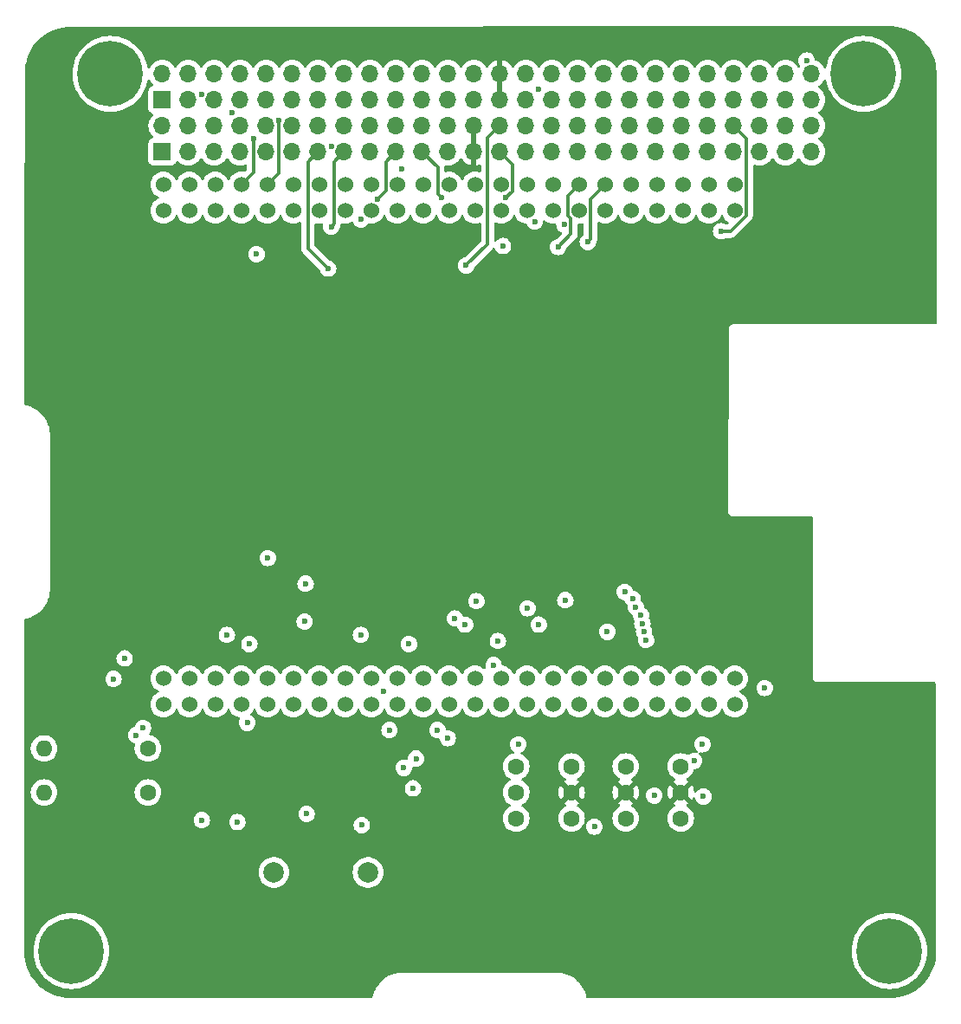
<source format=gbr>
%TF.GenerationSoftware,KiCad,Pcbnew,8.0.2-1*%
%TF.CreationDate,2024-09-16T16:57:07-05:00*%
%TF.ProjectId,BeagleBonePC104,42656167-6c65-4426-9f6e-655043313034,rev?*%
%TF.SameCoordinates,Original*%
%TF.FileFunction,Copper,L3,Inr*%
%TF.FilePolarity,Positive*%
%FSLAX46Y46*%
G04 Gerber Fmt 4.6, Leading zero omitted, Abs format (unit mm)*
G04 Created by KiCad (PCBNEW 8.0.2-1) date 2024-09-16 16:57:07*
%MOMM*%
%LPD*%
G01*
G04 APERTURE LIST*
%TA.AperFunction,ComponentPad*%
%ADD10C,2.000000*%
%TD*%
%TA.AperFunction,ComponentPad*%
%ADD11C,1.600000*%
%TD*%
%TA.AperFunction,ComponentPad*%
%ADD12O,1.600000X1.600000*%
%TD*%
%TA.AperFunction,ComponentPad*%
%ADD13C,1.524000*%
%TD*%
%TA.AperFunction,ComponentPad*%
%ADD14C,6.400000*%
%TD*%
%TA.AperFunction,ComponentPad*%
%ADD15R,1.700000X1.700000*%
%TD*%
%TA.AperFunction,ComponentPad*%
%ADD16O,1.700000X1.700000*%
%TD*%
%TA.AperFunction,ViaPad*%
%ADD17C,0.600000*%
%TD*%
%TA.AperFunction,Conductor*%
%ADD18C,0.300000*%
%TD*%
G04 APERTURE END LIST*
D10*
%TO.N,/10MHz_CLK*%
%TO.C,TP1*%
X114100000Y-157200000D03*
%TD*%
D11*
%TO.N,Net-(R1-Pad1)*%
%TO.C,R1*%
X92580000Y-145100000D03*
D12*
%TO.N,/I2C_SCL*%
X82420000Y-145100000D03*
%TD*%
D10*
%TO.N,GND*%
%TO.C,GND*%
X104900000Y-157200000D03*
%TD*%
D13*
%TO.N,GND*%
%TO.C,U1*%
X149980000Y-140800000D03*
X149980000Y-138260000D03*
%TO.N,unconnected-(U1-DC_3.3V-Pad3)*%
X147440000Y-140800000D03*
%TO.N,unconnected-(U1-DC_3.3V-Pad4)*%
X147440000Y-138260000D03*
%TO.N,Net-(R1-Pad1)*%
X144900000Y-140800000D03*
X144900000Y-138260000D03*
%TO.N,unconnected-(U1-SYS_5V-Pad7)*%
X142360000Y-140800000D03*
%TO.N,unconnected-(U1-SYS_5V-Pad8)*%
X142360000Y-138260000D03*
%TO.N,unconnected-(U1-PWR_BUT-Pad9)*%
X139820000Y-140800000D03*
%TO.N,/SYS_RESETn*%
X139820000Y-138260000D03*
%TO.N,unconnected-(U1-UART4_RXD-Pad11)*%
X137280000Y-140800000D03*
%TO.N,/GPIO1_28*%
X137280000Y-138260000D03*
%TO.N,unconnected-(U1-UART4_TXD-Pad13)*%
X134740000Y-140800000D03*
%TO.N,unconnected-(U1-EHRPWM1A-Pad14)*%
X134740000Y-138260000D03*
%TO.N,/GPIO1_16*%
X132200000Y-140800000D03*
%TO.N,unconnected-(U1-EHRPWM1B-Pad16)*%
X132200000Y-138260000D03*
%TO.N,/I2C_SCL*%
X129660000Y-140800000D03*
%TO.N,/I2C_SDA*%
X129660000Y-138260000D03*
%TO.N,unconnected-(U1-I2C2_SCL-Pad19)*%
X127120000Y-140800000D03*
%TO.N,unconnected-(U1-I2C2_SDA-Pad20)*%
X127120000Y-138260000D03*
%TO.N,/UART_TX*%
X124580000Y-140800000D03*
%TO.N,/UART_RX*%
X124580000Y-138260000D03*
%TO.N,/FC_TEMP*%
X122040000Y-140800000D03*
%TO.N,/CAN1_RX*%
X122040000Y-138260000D03*
%TO.N,/CAN_SLNT*%
X119500000Y-140800000D03*
%TO.N,/CAN1_TX*%
X119500000Y-138260000D03*
%TO.N,/GPIO3_19*%
X116960000Y-140800000D03*
%TO.N,unconnected-(U1-SPI1_CS0-Pad28)*%
X116960000Y-138260000D03*
%TO.N,unconnected-(U1-SPI1_D0-Pad29)*%
X114420000Y-140800000D03*
%TO.N,unconnected-(U1-SPI1_D1-Pad30)*%
X114420000Y-138260000D03*
%TO.N,unconnected-(U1-SPI1_SCLK-Pad31)*%
X111880000Y-140800000D03*
%TO.N,unconnected-(U1-VADC-Pad32)*%
X111880000Y-138260000D03*
%TO.N,unconnected-(U1-AIN4-Pad33)*%
X109340000Y-140800000D03*
%TO.N,unconnected-(U1-AGND-Pad34)*%
X109340000Y-138260000D03*
%TO.N,unconnected-(U1-AIN6-Pad35)*%
X106800000Y-140800000D03*
%TO.N,unconnected-(U1-AIN5-Pad36)*%
X106800000Y-138260000D03*
%TO.N,unconnected-(U1-AIN2-Pad37)*%
X104260000Y-140800000D03*
%TO.N,unconnected-(U1-AIN3-Pad38)*%
X104260000Y-138260000D03*
%TO.N,unconnected-(U1-AIN0-Pad39)*%
X101720000Y-140800000D03*
%TO.N,unconnected-(U1-AIN1-Pad40)*%
X101720000Y-138260000D03*
%TO.N,/GPIO3_20*%
X99180000Y-140800000D03*
%TO.N,/GPIO0_7*%
X99180000Y-138260000D03*
%TO.N,GND*%
X96640000Y-140800000D03*
X96640000Y-138260000D03*
X94100000Y-140800000D03*
X94100000Y-138260000D03*
X149980000Y-92540000D03*
X149980000Y-90000000D03*
%TO.N,unconnected-(U1-GPIO1_6-Pad49)*%
X147440000Y-92540000D03*
%TO.N,unconnected-(U1-GPIO1_7-Pad50)*%
X147440000Y-90000000D03*
%TO.N,unconnected-(U1-GPIO1_2-Pad51)*%
X144900000Y-92540000D03*
%TO.N,unconnected-(U1-GPIO1_3-Pad52)*%
X144900000Y-90000000D03*
%TO.N,unconnected-(U1-TIMER4-Pad53)*%
X142360000Y-92540000D03*
%TO.N,unconnected-(U1-TIMER7-Pad54)*%
X142360000Y-90000000D03*
%TO.N,unconnected-(U1-TIMER5-Pad55)*%
X139820000Y-92540000D03*
%TO.N,unconnected-(U1-TIMER6-Pad56)*%
X139820000Y-90000000D03*
%TO.N,/GPIO1_13*%
X137280000Y-92540000D03*
%TO.N,/GPIO1_12*%
X137280000Y-90000000D03*
%TO.N,unconnected-(U1-EHRPWM2B-Pad59)*%
X134740000Y-92540000D03*
%TO.N,/GPIO1_26*%
X134740000Y-90000000D03*
%TO.N,/GPIO1_15*%
X132200000Y-92540000D03*
%TO.N,/GPIO1_14*%
X132200000Y-90000000D03*
%TO.N,/GPIO1_27*%
X129660000Y-92540000D03*
%TO.N,/GPIO2_1*%
X129660000Y-90000000D03*
%TO.N,unconnected-(U1-EHRPWM2A-Pad65)*%
X127120000Y-92540000D03*
%TO.N,unconnected-(U1-GPIO1_31-Pad66)*%
X127120000Y-90000000D03*
%TO.N,unconnected-(U1-GPIO1_30-Pad67)*%
X124580000Y-92540000D03*
%TO.N,unconnected-(U1-GPIO1_5-Pad68)*%
X124580000Y-90000000D03*
%TO.N,unconnected-(U1-GPIO1_4-Pad69)*%
X122040000Y-92540000D03*
%TO.N,unconnected-(U1-GPIO1_1-Pad70)*%
X122040000Y-90000000D03*
%TO.N,unconnected-(U1-GPIO1_0-Pad71)*%
X119500000Y-92540000D03*
%TO.N,/GPIO1_29*%
X119500000Y-90000000D03*
%TO.N,/GPI02_22*%
X116960000Y-92540000D03*
%TO.N,/GPIO2_24*%
X116960000Y-90000000D03*
%TO.N,/GPIO2_23*%
X114420000Y-92540000D03*
%TO.N,/GPIO2_25*%
X114420000Y-90000000D03*
%TO.N,unconnected-(U1-UART5_CTSN-Pad77)*%
X111880000Y-92540000D03*
%TO.N,unconnected-(U1-UART5_RTSN-Pad78)*%
X111880000Y-90000000D03*
%TO.N,unconnected-(U1-UART4_RTSN-Pad79)*%
X109340000Y-92540000D03*
%TO.N,unconnected-(U1-UART3_RTSN-Pad80)*%
X109340000Y-90000000D03*
%TO.N,unconnected-(U1-UART4_CTSN-Pad81)*%
X106800000Y-92540000D03*
%TO.N,unconnected-(U1-UART3_CTSN-Pad82)*%
X106800000Y-90000000D03*
%TO.N,/UART_TX*%
X104260000Y-92540000D03*
%TO.N,/UART_RX*%
X104260000Y-90000000D03*
%TO.N,/GPIO2_12*%
X101720000Y-92540000D03*
%TO.N,/GPIO2_13*%
X101720000Y-90000000D03*
%TO.N,/GPIO2_10*%
X99180000Y-92540000D03*
%TO.N,/GPIO2_11*%
X99180000Y-90000000D03*
%TO.N,/GPIO2_8*%
X96640000Y-92540000D03*
%TO.N,/GPIO2_9*%
X96640000Y-90000000D03*
%TO.N,/GPIO2_6*%
X94100000Y-92540000D03*
%TO.N,/GPIO2_7*%
X94100000Y-90000000D03*
%TD*%
D11*
%TO.N,Net-(R1-Pad1)*%
%TO.C,U7*%
X128600000Y-146865000D03*
%TO.N,/5V*%
X128600000Y-149405000D03*
%TO.N,unconnected-(U7-Pad3)*%
X128600000Y-151945000D03*
%TD*%
%TO.N,Net-(R1-Pad1)*%
%TO.C,R2*%
X92580000Y-149400000D03*
D12*
%TO.N,/I2C_SDA*%
X82420000Y-149400000D03*
%TD*%
D14*
%TO.N,*%
%TO.C,U2*%
X85090000Y-164900000D03*
X88900000Y-79170000D03*
X162560000Y-79170000D03*
X165100000Y-164900000D03*
D15*
%TO.N,/CAN_L*%
X93980000Y-86790000D03*
D16*
%TO.N,unconnected-(U2-CANL2-Pad2)*%
X93980000Y-84250000D03*
%TO.N,/CAN_H*%
X96520000Y-86790000D03*
%TO.N,unconnected-(U2-CANH2-Pad4)*%
X96520000Y-84250000D03*
%TO.N,unconnected-(U2-UART_A_TX-Pad5)*%
X99060000Y-86790000D03*
%TO.N,unconnected-(U2-UART_B_TX-Pad6)*%
X99060000Y-84250000D03*
%TO.N,unconnected-(U2-UART_A_RX-Pad7)*%
X101600000Y-86790000D03*
%TO.N,unconnected-(U2-UART_B_RX-Pad8)*%
X101600000Y-84250000D03*
%TO.N,unconnected-(U2-Pad9)*%
X104140000Y-86790000D03*
%TO.N,unconnected-(U2-Pad10)*%
X104140000Y-84250000D03*
%TO.N,/GPIO1_13*%
X106680000Y-86790000D03*
%TO.N,/SYS_RESETn*%
X106680000Y-84250000D03*
%TO.N,/GPIO1_12*%
X109220000Y-86790000D03*
%TO.N,unconnected-(U2-Pad14)*%
X109220000Y-84250000D03*
%TO.N,/GPIO1_26*%
X111760000Y-86790000D03*
%TO.N,unconnected-(U2-Pad16)*%
X111760000Y-84250000D03*
%TO.N,/GPIO1_15*%
X114300000Y-86790000D03*
%TO.N,unconnected-(U2-Pad18)*%
X114300000Y-84250000D03*
%TO.N,/UART_TX*%
X116840000Y-86790000D03*
%TO.N,/UART_RX*%
X116840000Y-84250000D03*
%TO.N,/GPIO1_27*%
X119380000Y-86790000D03*
%TO.N,/GPIO2_13*%
X119380000Y-84250000D03*
%TO.N,/GPIO2_1*%
X121920000Y-86790000D03*
%TO.N,/GPIO2_10*%
X121920000Y-84250000D03*
%TO.N,/3V3*%
X124460000Y-86790000D03*
X124460000Y-84250000D03*
%TO.N,/GPIO1_29*%
X127000000Y-86790000D03*
%TO.N,/GPIO2_11*%
X127000000Y-84250000D03*
%TO.N,/GPI02_22*%
X129540000Y-86790000D03*
%TO.N,/GPIO2_8*%
X129540000Y-84250000D03*
%TO.N,unconnected-(U2-CHARGE-Pad31)*%
X132080000Y-86790000D03*
%TO.N,unconnected-(U2-CHARGE-Pad32)*%
X132080000Y-84250000D03*
%TO.N,/UART_TX*%
X134620000Y-86790000D03*
%TO.N,/GPIO2_9*%
X134620000Y-84250000D03*
%TO.N,/UART_RX*%
X137160000Y-86790000D03*
%TO.N,unconnected-(U2-Pad36)*%
X137160000Y-84250000D03*
%TO.N,unconnected-(U2-CAN_H-Pad37)*%
X139700000Y-86790000D03*
%TO.N,unconnected-(U2-CAN_L-Pad38)*%
X139700000Y-84250000D03*
%TO.N,unconnected-(U2-Pad39)*%
X142240000Y-86790000D03*
%TO.N,unconnected-(U2-Pad40)*%
X142240000Y-84250000D03*
%TO.N,/I2C_SDA*%
X144780000Y-86790000D03*
%TO.N,/GPIO2_25*%
X144780000Y-84250000D03*
%TO.N,/I2C_SCL*%
X147320000Y-86790000D03*
%TO.N,/GPIO2_12*%
X147320000Y-84250000D03*
%TO.N,/GPIO2_24*%
X149860000Y-86790000D03*
%TO.N,/GPIO2_23*%
X149860000Y-84250000D03*
%TO.N,unconnected-(U2-Pad47)*%
X152400000Y-86790000D03*
%TO.N,unconnected-(U2-Pad48)*%
X152400000Y-84250000D03*
%TO.N,unconnected-(U2-Pad49)*%
X154940000Y-86790000D03*
%TO.N,unconnected-(U2-Pad50)*%
X154940000Y-84250000D03*
%TO.N,unconnected-(U2-Pad51)*%
X157480000Y-86790000D03*
%TO.N,unconnected-(U2-Pad52)*%
X157480000Y-84250000D03*
D15*
%TO.N,unconnected-(U2-TEMP_1-Pad53)*%
X93980000Y-81710000D03*
D16*
%TO.N,unconnected-(U2-TEMP_2-Pad54)*%
X93980000Y-79170000D03*
%TO.N,unconnected-(U2-TEMP_3-Pad55)*%
X96520000Y-81710000D03*
%TO.N,unconnected-(U2-TEMP_4-Pad56)*%
X96520000Y-79170000D03*
%TO.N,unconnected-(U2-TEMP_7-Pad57)*%
X99060000Y-81710000D03*
%TO.N,unconnected-(U2-TEMP_6-Pad58)*%
X99060000Y-79170000D03*
%TO.N,unconnected-(U2-TEMP_9-Pad59)*%
X101600000Y-81710000D03*
%TO.N,unconnected-(U2-TEMP_8-Pad60)*%
X101600000Y-79170000D03*
%TO.N,unconnected-(U2-TEMP_11-Pad61)*%
X104140000Y-81710000D03*
%TO.N,unconnected-(U2-TEMP_10-Pad62)*%
X104140000Y-79170000D03*
%TO.N,unconnected-(U2-TEMP_13-Pad63)*%
X106680000Y-81710000D03*
%TO.N,unconnected-(U2-TEMP_12-Pad64)*%
X106680000Y-79170000D03*
%TO.N,unconnected-(U2-TEMP_15-Pad65)*%
X109220000Y-81710000D03*
%TO.N,unconnected-(U2-Pad66)*%
X109220000Y-79170000D03*
%TO.N,unconnected-(U2-Pad67)*%
X111760000Y-81710000D03*
%TO.N,/GPIO2_7*%
X111760000Y-79170000D03*
%TO.N,/GPIO1_14*%
X114300000Y-81710000D03*
%TO.N,/GPIO2_6*%
X114300000Y-79170000D03*
%TO.N,/GPIO0_7*%
X116840000Y-81710000D03*
%TO.N,unconnected-(U2-Pad72)*%
X116840000Y-79170000D03*
%TO.N,/GPIO3_20*%
X119380000Y-81710000D03*
%TO.N,/GPIO3_19*%
X119380000Y-79170000D03*
%TO.N,unconnected-(U2-Pad75)*%
X121920000Y-81710000D03*
%TO.N,unconnected-(U2-Pad76)*%
X121920000Y-79170000D03*
%TO.N,/5V*%
X124460000Y-81710000D03*
X124460000Y-79170000D03*
%TO.N,/3V3*%
X127000000Y-81710000D03*
X127000000Y-79170000D03*
%TO.N,GND*%
X129540000Y-81710000D03*
X129540000Y-79170000D03*
X132080000Y-81710000D03*
X132080000Y-79170000D03*
%TO.N,unconnected-(U2-PLOD_STAT_1-Pad85)*%
X134620000Y-81710000D03*
%TO.N,unconnected-(U2-PLOD_STAT_2-Pad86)*%
X134620000Y-79170000D03*
%TO.N,unconnected-(U2-PLOD_STAT_3-Pad87)*%
X137160000Y-81710000D03*
%TO.N,unconnected-(U2-PLOD_STAT_4-Pad88)*%
X137160000Y-79170000D03*
%TO.N,unconnected-(U2-PLOD_STAT_5-Pad89)*%
X139700000Y-81710000D03*
%TO.N,unconnected-(U2-PLOD_COMP_RST-Pad90)*%
X139700000Y-79170000D03*
%TO.N,unconnected-(U2-Pad91)*%
X142240000Y-81710000D03*
%TO.N,/GPIO1_16*%
X142240000Y-79170000D03*
%TO.N,unconnected-(U2-BURN_ENABLE_1-Pad93)*%
X144780000Y-81710000D03*
%TO.N,unconnected-(U2-BURN_ENABLE_2-Pad94)*%
X144780000Y-79170000D03*
%TO.N,/GPIO1_28*%
X147320000Y-81710000D03*
%TO.N,/FC_TEMP*%
X147320000Y-79170000D03*
%TO.N,unconnected-(U2-Pad97)*%
X149860000Y-81710000D03*
%TO.N,unconnected-(U2-Pad98)*%
X149860000Y-79170000D03*
%TO.N,unconnected-(U2-Pad99)*%
X152400000Y-81710000D03*
%TO.N,unconnected-(U2-Pad100)*%
X152400000Y-79170000D03*
%TO.N,unconnected-(U2-Pad101)*%
X154940000Y-81710000D03*
%TO.N,/CAN_SLNT*%
X154940000Y-79170000D03*
%TO.N,/10MHz_CLK*%
X157480000Y-81710000D03*
%TO.N,unconnected-(U2-BURN_FET-Pad104)*%
X157480000Y-79170000D03*
%TD*%
D11*
%TO.N,Net-(D5-A)*%
%TO.C,U9*%
X139300000Y-146860000D03*
%TO.N,/3V3*%
X139300000Y-149400000D03*
%TO.N,unconnected-(U9-Pad3)*%
X139300000Y-151940000D03*
%TD*%
%TO.N,Net-(D4-A)*%
%TO.C,U8*%
X134000000Y-146860000D03*
%TO.N,/3V3*%
X134000000Y-149400000D03*
%TO.N,unconnected-(U8-Pad3)*%
X134000000Y-151940000D03*
%TD*%
%TO.N,Net-(D6-A)*%
%TO.C,U6*%
X144680000Y-146860000D03*
%TO.N,/3V3*%
X144680000Y-149400000D03*
%TO.N,unconnected-(U6-Pad3)*%
X144680000Y-151940000D03*
%TD*%
D17*
%TO.N,/5V*%
X157000000Y-77870000D03*
X128800000Y-144700000D03*
X146800000Y-144700000D03*
%TO.N,/I2C_SCL*%
X130800000Y-133000000D03*
X140935487Y-132917096D03*
X89210000Y-138310000D03*
%TO.N,/I2C_SDA*%
X129700000Y-131400000D03*
X90300000Y-136300000D03*
X140300000Y-131300000D03*
%TO.N,/GPIO2_24*%
X117422000Y-88500000D03*
%TO.N,/SYS_RESETn*%
X108000000Y-129000000D03*
X139200000Y-129800000D03*
%TO.N,/UART_TX*%
X104300000Y-126500000D03*
X124700000Y-130700000D03*
X114990000Y-91414058D03*
%TO.N,GND*%
X108100000Y-151500000D03*
X101330000Y-152300000D03*
X117600000Y-147000000D03*
%TO.N,/CAN_SLNT*%
X126390380Y-136950000D03*
X126800000Y-134600000D03*
X141300000Y-134500000D03*
%TO.N,/GPIO2_23*%
X148623366Y-94550000D03*
%TO.N,/GPIO2_8*%
X127300000Y-96000000D03*
%TO.N,/GPIO2_10*%
X100800000Y-83000000D03*
%TO.N,/CAN1_RX*%
X120900000Y-143300000D03*
X116200000Y-143300000D03*
%TO.N,/UART_RX*%
X123600000Y-133000000D03*
X105400000Y-83700000D03*
X107900000Y-132700000D03*
%TO.N,/GPIO2_6*%
X97800000Y-81200000D03*
%TO.N,/GPIO2_7*%
X110509268Y-86281891D03*
%TO.N,/GPIO1_13*%
X103200000Y-96800000D03*
%TO.N,/GPIO1_27*%
X121300000Y-91300000D03*
%TO.N,/GPIO2_9*%
X133300000Y-93900000D03*
%TO.N,/GPIO1_15*%
X113400000Y-93400000D03*
%TO.N,/GPIO0_7*%
X113400000Y-134000000D03*
X100300000Y-134000000D03*
%TO.N,/GPI02_22*%
X130400000Y-93600000D03*
%TO.N,/GPIO2_13*%
X102900000Y-85500000D03*
%TO.N,/GPIO1_12*%
X110200000Y-98200000D03*
X135600000Y-95600000D03*
%TO.N,/GPIO1_26*%
X132700000Y-96100000D03*
X110500000Y-94100000D03*
%TO.N,/GPIO1_14*%
X130800000Y-80700000D03*
%TO.N,/CAN_L*%
X91430000Y-143800000D03*
X118800000Y-146100000D03*
%TO.N,/GPIO1_28*%
X141100000Y-133700000D03*
X137500000Y-133700000D03*
%TO.N,/CAN_H*%
X121900000Y-144100000D03*
X92100000Y-143100000D03*
%TO.N,/GPIO3_20*%
X102500000Y-134900000D03*
X118100000Y-134900000D03*
%TO.N,/FC_TEMP*%
X122600000Y-132400000D03*
X140800000Y-132100000D03*
%TO.N,Net-(D6-A)*%
X142100000Y-149700000D03*
X97850000Y-152100000D03*
%TO.N,/GPIO1_29*%
X127600000Y-91300000D03*
%TO.N,/GPIO1_16*%
X140000000Y-130500000D03*
X133400000Y-130600000D03*
%TO.N,/GPIO3_19*%
X115600000Y-139500000D03*
%TO.N,/GPIO2_11*%
X123700000Y-97900000D03*
%TO.N,/3V3*%
X81700000Y-152600000D03*
X156900000Y-143300000D03*
%TO.N,/10MHz_CLK*%
X102300000Y-142600000D03*
X152900000Y-139200000D03*
%TO.N,Net-(D5-A)*%
X113500000Y-152600000D03*
X146900000Y-149800000D03*
X136236116Y-152736116D03*
%TO.N,Net-(D4-A)*%
X145990380Y-146309620D03*
X118500000Y-149000000D03*
%TD*%
D18*
%TO.N,/UART_TX*%
X114990000Y-91414058D02*
X115848000Y-90556058D01*
X115848000Y-90556058D02*
X115848000Y-87782000D01*
X115848000Y-87782000D02*
X116840000Y-86790000D01*
%TO.N,/GPIO2_23*%
X149542606Y-94550000D02*
X151092000Y-93000606D01*
X148623366Y-94550000D02*
X149542606Y-94550000D01*
X151092000Y-93000606D02*
X151092000Y-85482000D01*
X151092000Y-85482000D02*
X149860000Y-84250000D01*
%TO.N,/UART_RX*%
X105400000Y-83700000D02*
X105400000Y-88860000D01*
X105400000Y-88860000D02*
X104260000Y-90000000D01*
%TO.N,/GPIO1_27*%
X120928000Y-90928000D02*
X120928000Y-88338000D01*
X119380000Y-86790000D02*
X120928000Y-88338000D01*
X121300000Y-91300000D02*
X120928000Y-90928000D01*
%TO.N,/GPIO2_13*%
X102900000Y-88820000D02*
X101720000Y-90000000D01*
X102900000Y-85500000D02*
X102900000Y-88820000D01*
%TO.N,/GPIO1_12*%
X108228000Y-87782000D02*
X108228000Y-96228000D01*
X109220000Y-86790000D02*
X108228000Y-87782000D01*
X135852000Y-95348000D02*
X135852000Y-91428000D01*
X135852000Y-91428000D02*
X137280000Y-90000000D01*
X135600000Y-95600000D02*
X135852000Y-95348000D01*
X108228000Y-96228000D02*
X110200000Y-98200000D01*
%TO.N,/GPIO1_26*%
X133950000Y-93322606D02*
X133628000Y-93000606D01*
X133628000Y-91112000D02*
X134740000Y-90000000D01*
X133950000Y-94850000D02*
X133950000Y-93322606D01*
X133628000Y-93000606D02*
X133628000Y-91112000D01*
X110768000Y-87782000D02*
X110768000Y-93832000D01*
X111760000Y-86790000D02*
X110768000Y-87782000D01*
X132700000Y-96100000D02*
X133950000Y-94850000D01*
X110768000Y-93832000D02*
X110500000Y-94100000D01*
%TO.N,/GPIO1_29*%
X128232000Y-88022000D02*
X127000000Y-86790000D01*
X127600000Y-91300000D02*
X128232000Y-90668000D01*
X128232000Y-90668000D02*
X128232000Y-88022000D01*
%TO.N,/GPIO2_11*%
X123700000Y-97900000D02*
X125800000Y-95800000D01*
X125800000Y-85450000D02*
X127000000Y-84250000D01*
X125800000Y-95800000D02*
X125800000Y-85450000D01*
%TD*%
%TA.AperFunction,Conductor*%
%TO.N,/3V3*%
G36*
X124710000Y-88120633D02*
G01*
X124923483Y-88063433D01*
X124923492Y-88063429D01*
X124973095Y-88040300D01*
X125042173Y-88029808D01*
X125105957Y-88058328D01*
X125144196Y-88116804D01*
X125149500Y-88152682D01*
X125149500Y-88683960D01*
X125129815Y-88750999D01*
X125077011Y-88796754D01*
X125007853Y-88806698D01*
X124993407Y-88803735D01*
X124800072Y-88751931D01*
X124800070Y-88751930D01*
X124800068Y-88751930D01*
X124800066Y-88751929D01*
X124800062Y-88751929D01*
X124580002Y-88732677D01*
X124579998Y-88732677D01*
X124359937Y-88751929D01*
X124359929Y-88751930D01*
X124146554Y-88809104D01*
X124146548Y-88809107D01*
X123946340Y-88902465D01*
X123946338Y-88902466D01*
X123765377Y-89029175D01*
X123609175Y-89185377D01*
X123482466Y-89366338D01*
X123482465Y-89366340D01*
X123422382Y-89495189D01*
X123376209Y-89547628D01*
X123309016Y-89566780D01*
X123242135Y-89546564D01*
X123197618Y-89495189D01*
X123137534Y-89366340D01*
X123137533Y-89366338D01*
X123010827Y-89185381D01*
X122955262Y-89129816D01*
X122854620Y-89029174D01*
X122854616Y-89029171D01*
X122854615Y-89029170D01*
X122673666Y-88902468D01*
X122673662Y-88902466D01*
X122641095Y-88887280D01*
X122473450Y-88809106D01*
X122473447Y-88809105D01*
X122473445Y-88809104D01*
X122260070Y-88751930D01*
X122260062Y-88751929D01*
X122040002Y-88732677D01*
X122039998Y-88732677D01*
X121819937Y-88751929D01*
X121819926Y-88751931D01*
X121734593Y-88774796D01*
X121664743Y-88773133D01*
X121606881Y-88733970D01*
X121579377Y-88669741D01*
X121578500Y-88655021D01*
X121578500Y-88273928D01*
X121577903Y-88267866D01*
X121579397Y-88267718D01*
X121584957Y-88205524D01*
X121627816Y-88150343D01*
X121693704Y-88127093D01*
X121711153Y-88127386D01*
X121861034Y-88140500D01*
X121919999Y-88145659D01*
X121920000Y-88145659D01*
X121920001Y-88145659D01*
X121978966Y-88140500D01*
X122155408Y-88125063D01*
X122383663Y-88063903D01*
X122597830Y-87964035D01*
X122791401Y-87828495D01*
X122958495Y-87661401D01*
X123088730Y-87475405D01*
X123143307Y-87431781D01*
X123212805Y-87424587D01*
X123275160Y-87456110D01*
X123291879Y-87475405D01*
X123421890Y-87661078D01*
X123588917Y-87828105D01*
X123782421Y-87963600D01*
X123996507Y-88063429D01*
X123996516Y-88063433D01*
X124210000Y-88120634D01*
X124210000Y-87223012D01*
X124267007Y-87255925D01*
X124394174Y-87290000D01*
X124525826Y-87290000D01*
X124652993Y-87255925D01*
X124710000Y-87223012D01*
X124710000Y-88120633D01*
G37*
%TD.AperFunction*%
%TA.AperFunction,Conductor*%
G36*
X124710000Y-86356988D02*
G01*
X124652993Y-86324075D01*
X124525826Y-86290000D01*
X124394174Y-86290000D01*
X124267007Y-86324075D01*
X124210000Y-86356988D01*
X124210000Y-84683012D01*
X124267007Y-84715925D01*
X124394174Y-84750000D01*
X124525826Y-84750000D01*
X124652993Y-84715925D01*
X124710000Y-84683012D01*
X124710000Y-86356988D01*
G37*
%TD.AperFunction*%
%TA.AperFunction,Conductor*%
G36*
X127250000Y-81276988D02*
G01*
X127192993Y-81244075D01*
X127065826Y-81210000D01*
X126934174Y-81210000D01*
X126807007Y-81244075D01*
X126750000Y-81276988D01*
X126750000Y-79603012D01*
X126807007Y-79635925D01*
X126934174Y-79670000D01*
X127065826Y-79670000D01*
X127192993Y-79635925D01*
X127250000Y-79603012D01*
X127250000Y-81276988D01*
G37*
%TD.AperFunction*%
%TA.AperFunction,Conductor*%
G36*
X165013848Y-74500523D02*
G01*
X165404954Y-74510210D01*
X165415729Y-74510947D01*
X165803563Y-74554526D01*
X165814233Y-74556198D01*
X166196802Y-74633362D01*
X166207262Y-74635951D01*
X166581672Y-74746117D01*
X166591871Y-74749607D01*
X166955277Y-74891940D01*
X166965122Y-74896299D01*
X167314776Y-75069722D01*
X167324227Y-75074935D01*
X167657425Y-75278107D01*
X167666393Y-75284126D01*
X167980650Y-75515525D01*
X167989061Y-75522302D01*
X168282010Y-75780190D01*
X168289773Y-75787650D01*
X168559163Y-76070048D01*
X168566264Y-76078173D01*
X168810046Y-76382930D01*
X168816420Y-76391651D01*
X169032757Y-76716470D01*
X169038347Y-76725712D01*
X169225594Y-77068118D01*
X169230357Y-77077808D01*
X169245469Y-77112266D01*
X169387097Y-77435216D01*
X169391000Y-77445287D01*
X169516042Y-77814975D01*
X169519054Y-77825348D01*
X169611451Y-78204523D01*
X169613548Y-78215118D01*
X169672595Y-78600879D01*
X169673763Y-78611617D01*
X169698155Y-78987772D01*
X169698415Y-78995792D01*
X169698615Y-84715925D01*
X169699102Y-98705565D01*
X169699269Y-103475496D01*
X169679587Y-103542536D01*
X169626784Y-103588293D01*
X169575269Y-103599500D01*
X149901727Y-103599500D01*
X149901031Y-103599498D01*
X149900572Y-103599495D01*
X149836859Y-103599137D01*
X149835828Y-103599273D01*
X149835159Y-103599359D01*
X149834165Y-103599484D01*
X149772175Y-103616094D01*
X149771504Y-103616272D01*
X149709437Y-103632530D01*
X149709436Y-103632530D01*
X149709369Y-103632548D01*
X149708443Y-103632932D01*
X149707810Y-103633193D01*
X149706863Y-103633579D01*
X149651217Y-103665705D01*
X149650618Y-103666049D01*
X149594874Y-103697818D01*
X149594079Y-103698429D01*
X149593478Y-103698888D01*
X149592737Y-103699449D01*
X149547280Y-103744905D01*
X149546789Y-103745393D01*
X149501185Y-103790487D01*
X149500582Y-103791275D01*
X149500137Y-103791851D01*
X149499534Y-103792626D01*
X149467409Y-103848267D01*
X149467062Y-103848864D01*
X149434663Y-103904261D01*
X149434273Y-103905205D01*
X149433995Y-103905871D01*
X149433625Y-103906747D01*
X149417013Y-103968742D01*
X149416832Y-103969408D01*
X149399858Y-104031366D01*
X149399734Y-104032313D01*
X149399635Y-104033051D01*
X149399500Y-104034032D01*
X149399500Y-104098240D01*
X149399498Y-104098937D01*
X149299922Y-121823463D01*
X149299500Y-121829645D01*
X149299500Y-121898300D01*
X149299498Y-121898997D01*
X149299137Y-121963139D01*
X149299264Y-121964102D01*
X149299349Y-121964766D01*
X149299482Y-121965828D01*
X149316117Y-122027912D01*
X149316295Y-122028583D01*
X149332545Y-122090622D01*
X149332926Y-122091542D01*
X149333179Y-122092157D01*
X149333575Y-122093129D01*
X149365672Y-122148723D01*
X149366017Y-122149325D01*
X149397811Y-122205113D01*
X149398431Y-122205921D01*
X149398879Y-122206508D01*
X149399459Y-122207273D01*
X149444902Y-122252716D01*
X149445254Y-122253070D01*
X149490441Y-122298767D01*
X149490442Y-122298767D01*
X149490487Y-122298813D01*
X149491252Y-122299400D01*
X149491803Y-122299825D01*
X149492630Y-122300467D01*
X149492684Y-122300498D01*
X149492686Y-122300500D01*
X149548397Y-122332665D01*
X149548900Y-122332958D01*
X149604250Y-122365330D01*
X149605297Y-122365764D01*
X149605931Y-122366028D01*
X149606762Y-122366377D01*
X149606810Y-122366390D01*
X149606814Y-122366392D01*
X149668774Y-122382994D01*
X149669397Y-122383163D01*
X149693069Y-122389648D01*
X149731297Y-122400122D01*
X149731299Y-122400122D01*
X149731354Y-122400137D01*
X149732340Y-122400267D01*
X149733062Y-122400364D01*
X149734051Y-122400500D01*
X149734108Y-122400500D01*
X149798273Y-122400500D01*
X149798968Y-122400501D01*
X149863079Y-122400862D01*
X149863079Y-122400861D01*
X149867557Y-122400887D01*
X149873734Y-122400500D01*
X157475500Y-122400500D01*
X157542539Y-122420185D01*
X157588294Y-122472989D01*
X157599500Y-122524500D01*
X157599500Y-138165891D01*
X157633608Y-138293187D01*
X157643317Y-138310003D01*
X157699500Y-138407314D01*
X157792686Y-138500500D01*
X157906814Y-138566392D01*
X158034108Y-138600500D01*
X158165892Y-138600500D01*
X169477122Y-138600500D01*
X169544161Y-138620185D01*
X169589916Y-138672989D01*
X169601121Y-138724176D01*
X169615637Y-144302262D01*
X169669490Y-164997181D01*
X169669372Y-165002913D01*
X169652614Y-165386750D01*
X169651671Y-165397526D01*
X169601849Y-165775957D01*
X169599971Y-165786610D01*
X169517354Y-166159272D01*
X169514554Y-166169721D01*
X169399775Y-166533755D01*
X169396075Y-166543921D01*
X169250002Y-166896572D01*
X169245430Y-166906376D01*
X169069183Y-167244942D01*
X169063775Y-167254310D01*
X168858681Y-167576244D01*
X168852476Y-167585105D01*
X168620110Y-167887930D01*
X168613156Y-167896217D01*
X168355284Y-168177635D01*
X168347635Y-168185284D01*
X168066217Y-168443156D01*
X168057930Y-168450110D01*
X167755105Y-168682476D01*
X167746244Y-168688681D01*
X167424310Y-168893775D01*
X167414942Y-168899183D01*
X167076376Y-169075430D01*
X167066572Y-169080002D01*
X166713921Y-169226075D01*
X166703755Y-169229775D01*
X166339721Y-169344554D01*
X166329272Y-169347354D01*
X165956610Y-169429971D01*
X165945957Y-169431849D01*
X165567526Y-169481671D01*
X165556750Y-169482614D01*
X165172703Y-169499382D01*
X165167294Y-169499500D01*
X135561562Y-169499500D01*
X135494523Y-169479815D01*
X135448768Y-169427011D01*
X135440272Y-169401281D01*
X135402239Y-169222352D01*
X135402238Y-169222350D01*
X135402238Y-169222348D01*
X135305053Y-168923241D01*
X135177134Y-168635932D01*
X135177131Y-168635928D01*
X135177130Y-168635924D01*
X135019887Y-168363571D01*
X135019884Y-168363566D01*
X134835032Y-168109139D01*
X134835025Y-168109130D01*
X134737214Y-168000500D01*
X134624586Y-167875414D01*
X134500885Y-167764033D01*
X134390869Y-167664974D01*
X134390860Y-167664967D01*
X134136433Y-167480115D01*
X134136428Y-167480112D01*
X133864075Y-167322869D01*
X133864068Y-167322866D01*
X133576759Y-167194947D01*
X133576754Y-167194945D01*
X133576751Y-167194944D01*
X133277649Y-167097761D01*
X133277647Y-167097760D01*
X133012415Y-167041384D01*
X132970026Y-167032374D01*
X132657250Y-166999500D01*
X132565892Y-166999500D01*
X117565892Y-166999500D01*
X117500000Y-166999500D01*
X117342750Y-166999500D01*
X117029974Y-167032374D01*
X117029970Y-167032374D01*
X117029968Y-167032375D01*
X116722352Y-167097760D01*
X116722350Y-167097761D01*
X116423248Y-167194944D01*
X116135931Y-167322866D01*
X116135924Y-167322869D01*
X115863571Y-167480112D01*
X115863566Y-167480115D01*
X115609139Y-167664967D01*
X115609130Y-167664974D01*
X115375414Y-167875414D01*
X115164974Y-168109130D01*
X115164967Y-168109139D01*
X114980115Y-168363566D01*
X114980112Y-168363571D01*
X114822869Y-168635924D01*
X114822866Y-168635931D01*
X114694944Y-168923248D01*
X114597761Y-169222350D01*
X114597760Y-169222352D01*
X114559728Y-169401281D01*
X114526535Y-169462763D01*
X114465372Y-169496539D01*
X114438438Y-169499500D01*
X85002706Y-169499500D01*
X84997297Y-169499382D01*
X84613249Y-169482614D01*
X84602473Y-169481671D01*
X84224042Y-169431849D01*
X84213389Y-169429971D01*
X83840727Y-169347354D01*
X83830278Y-169344554D01*
X83466244Y-169229775D01*
X83456078Y-169226075D01*
X83103427Y-169080002D01*
X83093623Y-169075430D01*
X82755057Y-168899183D01*
X82745689Y-168893775D01*
X82423755Y-168688681D01*
X82414894Y-168682476D01*
X82112069Y-168450110D01*
X82103782Y-168443156D01*
X81822364Y-168185284D01*
X81814715Y-168177635D01*
X81556843Y-167896217D01*
X81549889Y-167887930D01*
X81317523Y-167585105D01*
X81311318Y-167576244D01*
X81106224Y-167254310D01*
X81100816Y-167244942D01*
X80973924Y-167001185D01*
X80924566Y-166906369D01*
X80919997Y-166896572D01*
X80773924Y-166543921D01*
X80770224Y-166533755D01*
X80730320Y-166407194D01*
X80655442Y-166169710D01*
X80652648Y-166159284D01*
X80570025Y-165786597D01*
X80568152Y-165775971D01*
X80518326Y-165397506D01*
X80517386Y-165386771D01*
X80500618Y-165002702D01*
X80500500Y-164997293D01*
X80500500Y-164899999D01*
X81384422Y-164899999D01*
X81384422Y-164900000D01*
X81404722Y-165287339D01*
X81422174Y-165397526D01*
X81465398Y-165670433D01*
X81496527Y-165786610D01*
X81565788Y-166045094D01*
X81704787Y-166407197D01*
X81880877Y-166752793D01*
X82092122Y-167078082D01*
X82092124Y-167078084D01*
X82336219Y-167379516D01*
X82610484Y-167653781D01*
X82610488Y-167653784D01*
X82911917Y-167897877D01*
X83237206Y-168109122D01*
X83237211Y-168109125D01*
X83582806Y-168285214D01*
X83944913Y-168424214D01*
X84319567Y-168524602D01*
X84702662Y-168585278D01*
X85068576Y-168604455D01*
X85089999Y-168605578D01*
X85090000Y-168605578D01*
X85090001Y-168605578D01*
X85110301Y-168604514D01*
X85477338Y-168585278D01*
X85860433Y-168524602D01*
X86235087Y-168424214D01*
X86597194Y-168285214D01*
X86942789Y-168109125D01*
X87268084Y-167897876D01*
X87569516Y-167653781D01*
X87843781Y-167379516D01*
X88087876Y-167078084D01*
X88299125Y-166752789D01*
X88475214Y-166407194D01*
X88614214Y-166045087D01*
X88714602Y-165670433D01*
X88775278Y-165287338D01*
X88795578Y-164900000D01*
X88795578Y-164899999D01*
X161394422Y-164899999D01*
X161394422Y-164900000D01*
X161414722Y-165287339D01*
X161432174Y-165397526D01*
X161475398Y-165670433D01*
X161506527Y-165786610D01*
X161575788Y-166045094D01*
X161714787Y-166407197D01*
X161890877Y-166752793D01*
X162102122Y-167078082D01*
X162102124Y-167078084D01*
X162346219Y-167379516D01*
X162620484Y-167653781D01*
X162620488Y-167653784D01*
X162921917Y-167897877D01*
X163247206Y-168109122D01*
X163247211Y-168109125D01*
X163592806Y-168285214D01*
X163954913Y-168424214D01*
X164329567Y-168524602D01*
X164712662Y-168585278D01*
X165078576Y-168604455D01*
X165099999Y-168605578D01*
X165100000Y-168605578D01*
X165100001Y-168605578D01*
X165120301Y-168604514D01*
X165487338Y-168585278D01*
X165870433Y-168524602D01*
X166245087Y-168424214D01*
X166607194Y-168285214D01*
X166952789Y-168109125D01*
X167278084Y-167897876D01*
X167579516Y-167653781D01*
X167853781Y-167379516D01*
X168097876Y-167078084D01*
X168309125Y-166752789D01*
X168485214Y-166407194D01*
X168624214Y-166045087D01*
X168724602Y-165670433D01*
X168785278Y-165287338D01*
X168805578Y-164900000D01*
X168785278Y-164512662D01*
X168724602Y-164129567D01*
X168624214Y-163754913D01*
X168485214Y-163392806D01*
X168309125Y-163047211D01*
X168097876Y-162721916D01*
X167853781Y-162420484D01*
X167579516Y-162146219D01*
X167278084Y-161902124D01*
X167278082Y-161902122D01*
X166952793Y-161690877D01*
X166607197Y-161514787D01*
X166245094Y-161375788D01*
X166245087Y-161375786D01*
X165870433Y-161275398D01*
X165870429Y-161275397D01*
X165870428Y-161275397D01*
X165487339Y-161214722D01*
X165100001Y-161194422D01*
X165099999Y-161194422D01*
X164712660Y-161214722D01*
X164329572Y-161275397D01*
X164329570Y-161275397D01*
X163954905Y-161375788D01*
X163592802Y-161514787D01*
X163247206Y-161690877D01*
X162921917Y-161902122D01*
X162620488Y-162146215D01*
X162620480Y-162146222D01*
X162346222Y-162420480D01*
X162346215Y-162420488D01*
X162102122Y-162721917D01*
X161890877Y-163047206D01*
X161714787Y-163392802D01*
X161575788Y-163754905D01*
X161475397Y-164129570D01*
X161475397Y-164129572D01*
X161414722Y-164512660D01*
X161394422Y-164899999D01*
X88795578Y-164899999D01*
X88775278Y-164512662D01*
X88714602Y-164129567D01*
X88614214Y-163754913D01*
X88475214Y-163392806D01*
X88299125Y-163047211D01*
X88087876Y-162721916D01*
X87843781Y-162420484D01*
X87569516Y-162146219D01*
X87268084Y-161902124D01*
X87268082Y-161902122D01*
X86942793Y-161690877D01*
X86597197Y-161514787D01*
X86235094Y-161375788D01*
X86235087Y-161375786D01*
X85860433Y-161275398D01*
X85860429Y-161275397D01*
X85860428Y-161275397D01*
X85477339Y-161214722D01*
X85090001Y-161194422D01*
X85089999Y-161194422D01*
X84702660Y-161214722D01*
X84319572Y-161275397D01*
X84319570Y-161275397D01*
X83944905Y-161375788D01*
X83582802Y-161514787D01*
X83237206Y-161690877D01*
X82911917Y-161902122D01*
X82610488Y-162146215D01*
X82610480Y-162146222D01*
X82336222Y-162420480D01*
X82336215Y-162420488D01*
X82092122Y-162721917D01*
X81880877Y-163047206D01*
X81704787Y-163392802D01*
X81565788Y-163754905D01*
X81465397Y-164129570D01*
X81465397Y-164129572D01*
X81404722Y-164512660D01*
X81384422Y-164899999D01*
X80500500Y-164899999D01*
X80500500Y-157199994D01*
X103394357Y-157199994D01*
X103394357Y-157200005D01*
X103414890Y-157447812D01*
X103414892Y-157447824D01*
X103475936Y-157688881D01*
X103575826Y-157916606D01*
X103711833Y-158124782D01*
X103711836Y-158124785D01*
X103880256Y-158307738D01*
X104076491Y-158460474D01*
X104295190Y-158578828D01*
X104530386Y-158659571D01*
X104775665Y-158700500D01*
X105024335Y-158700500D01*
X105269614Y-158659571D01*
X105504810Y-158578828D01*
X105723509Y-158460474D01*
X105919744Y-158307738D01*
X106088164Y-158124785D01*
X106224173Y-157916607D01*
X106324063Y-157688881D01*
X106385108Y-157447821D01*
X106405643Y-157200000D01*
X106405643Y-157199994D01*
X112594357Y-157199994D01*
X112594357Y-157200005D01*
X112614890Y-157447812D01*
X112614892Y-157447824D01*
X112675936Y-157688881D01*
X112775826Y-157916606D01*
X112911833Y-158124782D01*
X112911836Y-158124785D01*
X113080256Y-158307738D01*
X113276491Y-158460474D01*
X113495190Y-158578828D01*
X113730386Y-158659571D01*
X113975665Y-158700500D01*
X114224335Y-158700500D01*
X114469614Y-158659571D01*
X114704810Y-158578828D01*
X114923509Y-158460474D01*
X115119744Y-158307738D01*
X115288164Y-158124785D01*
X115424173Y-157916607D01*
X115524063Y-157688881D01*
X115585108Y-157447821D01*
X115605643Y-157200000D01*
X115585108Y-156952179D01*
X115524063Y-156711119D01*
X115424173Y-156483393D01*
X115288166Y-156275217D01*
X115266557Y-156251744D01*
X115119744Y-156092262D01*
X114923509Y-155939526D01*
X114923507Y-155939525D01*
X114923506Y-155939524D01*
X114704811Y-155821172D01*
X114704802Y-155821169D01*
X114469616Y-155740429D01*
X114224335Y-155699500D01*
X113975665Y-155699500D01*
X113730383Y-155740429D01*
X113495197Y-155821169D01*
X113495188Y-155821172D01*
X113276493Y-155939524D01*
X113080257Y-156092261D01*
X112911833Y-156275217D01*
X112775826Y-156483393D01*
X112675936Y-156711118D01*
X112614892Y-156952175D01*
X112614890Y-156952187D01*
X112594357Y-157199994D01*
X106405643Y-157199994D01*
X106385108Y-156952179D01*
X106324063Y-156711119D01*
X106224173Y-156483393D01*
X106088166Y-156275217D01*
X106066557Y-156251744D01*
X105919744Y-156092262D01*
X105723509Y-155939526D01*
X105723507Y-155939525D01*
X105723506Y-155939524D01*
X105504811Y-155821172D01*
X105504802Y-155821169D01*
X105269616Y-155740429D01*
X105024335Y-155699500D01*
X104775665Y-155699500D01*
X104530383Y-155740429D01*
X104295197Y-155821169D01*
X104295188Y-155821172D01*
X104076493Y-155939524D01*
X103880257Y-156092261D01*
X103711833Y-156275217D01*
X103575826Y-156483393D01*
X103475936Y-156711118D01*
X103414892Y-156952175D01*
X103414890Y-156952187D01*
X103394357Y-157199994D01*
X80500500Y-157199994D01*
X80500500Y-152099996D01*
X97044435Y-152099996D01*
X97044435Y-152100003D01*
X97064630Y-152279249D01*
X97064631Y-152279254D01*
X97124211Y-152449523D01*
X97191660Y-152556866D01*
X97220184Y-152602262D01*
X97347738Y-152729816D01*
X97500478Y-152825789D01*
X97670745Y-152885368D01*
X97670750Y-152885369D01*
X97849996Y-152905565D01*
X97850000Y-152905565D01*
X97850004Y-152905565D01*
X98029249Y-152885369D01*
X98029252Y-152885368D01*
X98029255Y-152885368D01*
X98199522Y-152825789D01*
X98352262Y-152729816D01*
X98479816Y-152602262D01*
X98575789Y-152449522D01*
X98628110Y-152299996D01*
X100524435Y-152299996D01*
X100524435Y-152300003D01*
X100544630Y-152479249D01*
X100544631Y-152479254D01*
X100604211Y-152649523D01*
X100688798Y-152784141D01*
X100700184Y-152802262D01*
X100827738Y-152929816D01*
X100980478Y-153025789D01*
X101108446Y-153070567D01*
X101150745Y-153085368D01*
X101150750Y-153085369D01*
X101329996Y-153105565D01*
X101330000Y-153105565D01*
X101330004Y-153105565D01*
X101509249Y-153085369D01*
X101509252Y-153085368D01*
X101509255Y-153085368D01*
X101679522Y-153025789D01*
X101832262Y-152929816D01*
X101959816Y-152802262D01*
X102055789Y-152649522D01*
X102073119Y-152599996D01*
X112694435Y-152599996D01*
X112694435Y-152600003D01*
X112714630Y-152779249D01*
X112714631Y-152779254D01*
X112774211Y-152949523D01*
X112850269Y-153070567D01*
X112870184Y-153102262D01*
X112997738Y-153229816D01*
X113150478Y-153325789D01*
X113265200Y-153365932D01*
X113320745Y-153385368D01*
X113320750Y-153385369D01*
X113499996Y-153405565D01*
X113500000Y-153405565D01*
X113500004Y-153405565D01*
X113679249Y-153385369D01*
X113679252Y-153385368D01*
X113679255Y-153385368D01*
X113849522Y-153325789D01*
X114002262Y-153229816D01*
X114129816Y-153102262D01*
X114225789Y-152949522D01*
X114285368Y-152779255D01*
X114285381Y-152779139D01*
X114305565Y-152600003D01*
X114305565Y-152599996D01*
X114285369Y-152420750D01*
X114285368Y-152420745D01*
X114275133Y-152391496D01*
X114225789Y-152250478D01*
X114215343Y-152233854D01*
X114186582Y-152188080D01*
X114129816Y-152097738D01*
X114002262Y-151970184D01*
X113954226Y-151940001D01*
X113849523Y-151874211D01*
X113679254Y-151814631D01*
X113679249Y-151814630D01*
X113500004Y-151794435D01*
X113499996Y-151794435D01*
X113320750Y-151814630D01*
X113320745Y-151814631D01*
X113150476Y-151874211D01*
X112997737Y-151970184D01*
X112870184Y-152097737D01*
X112774211Y-152250476D01*
X112714631Y-152420745D01*
X112714630Y-152420750D01*
X112694435Y-152599996D01*
X102073119Y-152599996D01*
X102115368Y-152479255D01*
X102121960Y-152420750D01*
X102135565Y-152300003D01*
X102135565Y-152299996D01*
X102115369Y-152120750D01*
X102115368Y-152120745D01*
X102108108Y-152099996D01*
X102055789Y-151950478D01*
X102037106Y-151920745D01*
X101970431Y-151814632D01*
X101959816Y-151797738D01*
X101832262Y-151670184D01*
X101679523Y-151574211D01*
X101509254Y-151514631D01*
X101509249Y-151514630D01*
X101379362Y-151499996D01*
X107294435Y-151499996D01*
X107294435Y-151500003D01*
X107314630Y-151679249D01*
X107314631Y-151679254D01*
X107374211Y-151849523D01*
X107450028Y-151970184D01*
X107470184Y-152002262D01*
X107597738Y-152129816D01*
X107750478Y-152225789D01*
X107903258Y-152279249D01*
X107920745Y-152285368D01*
X107920750Y-152285369D01*
X108099996Y-152305565D01*
X108100000Y-152305565D01*
X108100004Y-152305565D01*
X108279249Y-152285369D01*
X108279252Y-152285368D01*
X108279255Y-152285368D01*
X108449522Y-152225789D01*
X108602262Y-152129816D01*
X108729816Y-152002262D01*
X108825789Y-151849522D01*
X108885368Y-151679255D01*
X108897204Y-151574211D01*
X108905565Y-151500003D01*
X108905565Y-151499996D01*
X108885369Y-151320750D01*
X108885368Y-151320745D01*
X108875402Y-151292265D01*
X108825789Y-151150478D01*
X108729816Y-150997738D01*
X108602262Y-150870184D01*
X108449523Y-150774211D01*
X108279254Y-150714631D01*
X108279249Y-150714630D01*
X108100004Y-150694435D01*
X108099996Y-150694435D01*
X107920750Y-150714630D01*
X107920745Y-150714631D01*
X107750476Y-150774211D01*
X107597737Y-150870184D01*
X107470184Y-150997737D01*
X107374211Y-151150476D01*
X107314631Y-151320745D01*
X107314630Y-151320750D01*
X107294435Y-151499996D01*
X101379362Y-151499996D01*
X101330004Y-151494435D01*
X101329996Y-151494435D01*
X101150750Y-151514630D01*
X101150745Y-151514631D01*
X100980476Y-151574211D01*
X100827737Y-151670184D01*
X100700184Y-151797737D01*
X100604211Y-151950476D01*
X100544631Y-152120745D01*
X100544630Y-152120750D01*
X100524435Y-152299996D01*
X98628110Y-152299996D01*
X98635368Y-152279255D01*
X98635369Y-152279249D01*
X98655565Y-152100003D01*
X98655565Y-152099996D01*
X98635369Y-151920750D01*
X98635368Y-151920745D01*
X98592326Y-151797738D01*
X98575789Y-151750478D01*
X98555571Y-151718302D01*
X98479815Y-151597737D01*
X98352262Y-151470184D01*
X98199523Y-151374211D01*
X98029254Y-151314631D01*
X98029249Y-151314630D01*
X97850004Y-151294435D01*
X97849996Y-151294435D01*
X97670750Y-151314630D01*
X97670745Y-151314631D01*
X97500476Y-151374211D01*
X97347737Y-151470184D01*
X97220184Y-151597737D01*
X97124211Y-151750476D01*
X97064631Y-151920745D01*
X97064630Y-151920750D01*
X97044435Y-152099996D01*
X80500500Y-152099996D01*
X80500500Y-149399998D01*
X81114532Y-149399998D01*
X81114532Y-149400001D01*
X81134364Y-149626686D01*
X81134366Y-149626697D01*
X81193258Y-149846488D01*
X81193261Y-149846497D01*
X81289431Y-150052732D01*
X81289432Y-150052734D01*
X81419954Y-150239141D01*
X81580858Y-150400045D01*
X81580861Y-150400047D01*
X81767266Y-150530568D01*
X81973504Y-150626739D01*
X82193308Y-150685635D01*
X82355230Y-150699801D01*
X82419998Y-150705468D01*
X82420000Y-150705468D01*
X82420002Y-150705468D01*
X82476673Y-150700509D01*
X82646692Y-150685635D01*
X82866496Y-150626739D01*
X83072734Y-150530568D01*
X83259139Y-150400047D01*
X83420047Y-150239139D01*
X83550568Y-150052734D01*
X83646739Y-149846496D01*
X83705635Y-149626692D01*
X83723303Y-149424745D01*
X83725468Y-149400001D01*
X83725468Y-149399998D01*
X91274532Y-149399998D01*
X91274532Y-149400001D01*
X91294364Y-149626686D01*
X91294366Y-149626697D01*
X91353258Y-149846488D01*
X91353261Y-149846497D01*
X91449431Y-150052732D01*
X91449432Y-150052734D01*
X91579954Y-150239141D01*
X91740858Y-150400045D01*
X91740861Y-150400047D01*
X91927266Y-150530568D01*
X92133504Y-150626739D01*
X92353308Y-150685635D01*
X92515230Y-150699801D01*
X92579998Y-150705468D01*
X92580000Y-150705468D01*
X92580002Y-150705468D01*
X92636673Y-150700509D01*
X92806692Y-150685635D01*
X93026496Y-150626739D01*
X93232734Y-150530568D01*
X93419139Y-150400047D01*
X93580047Y-150239139D01*
X93710568Y-150052734D01*
X93806739Y-149846496D01*
X93865635Y-149626692D01*
X93883303Y-149424745D01*
X93885468Y-149400001D01*
X93885468Y-149399998D01*
X93866155Y-149179254D01*
X93865635Y-149173308D01*
X93819196Y-148999996D01*
X117694435Y-148999996D01*
X117694435Y-149000003D01*
X117714630Y-149179249D01*
X117714631Y-149179254D01*
X117774211Y-149349523D01*
X117839306Y-149453120D01*
X117870184Y-149502262D01*
X117997738Y-149629816D01*
X118150478Y-149725789D01*
X118229823Y-149753553D01*
X118320745Y-149785368D01*
X118320750Y-149785369D01*
X118499996Y-149805565D01*
X118500000Y-149805565D01*
X118500004Y-149805565D01*
X118679249Y-149785369D01*
X118679252Y-149785368D01*
X118679255Y-149785368D01*
X118849522Y-149725789D01*
X119002262Y-149629816D01*
X119129816Y-149502262D01*
X119225789Y-149349522D01*
X119285368Y-149179255D01*
X119285475Y-149178308D01*
X119305565Y-149000003D01*
X119305565Y-148999996D01*
X119285369Y-148820750D01*
X119285368Y-148820745D01*
X119225789Y-148650478D01*
X119129816Y-148497738D01*
X119002262Y-148370184D01*
X118923945Y-148320974D01*
X118849523Y-148274211D01*
X118679254Y-148214631D01*
X118679249Y-148214630D01*
X118500004Y-148194435D01*
X118499996Y-148194435D01*
X118320750Y-148214630D01*
X118320745Y-148214631D01*
X118150476Y-148274211D01*
X117997737Y-148370184D01*
X117870184Y-148497737D01*
X117774211Y-148650476D01*
X117714631Y-148820745D01*
X117714630Y-148820750D01*
X117694435Y-148999996D01*
X93819196Y-148999996D01*
X93806739Y-148953504D01*
X93710568Y-148747266D01*
X93580047Y-148560861D01*
X93580045Y-148560858D01*
X93419141Y-148399954D01*
X93232734Y-148269432D01*
X93232732Y-148269431D01*
X93026497Y-148173261D01*
X93026488Y-148173258D01*
X92806697Y-148114366D01*
X92806693Y-148114365D01*
X92806692Y-148114365D01*
X92806691Y-148114364D01*
X92806686Y-148114364D01*
X92580002Y-148094532D01*
X92579998Y-148094532D01*
X92353313Y-148114364D01*
X92353302Y-148114366D01*
X92133511Y-148173258D01*
X92133502Y-148173261D01*
X91927267Y-148269431D01*
X91927265Y-148269432D01*
X91740858Y-148399954D01*
X91579954Y-148560858D01*
X91449432Y-148747265D01*
X91449431Y-148747267D01*
X91353261Y-148953502D01*
X91353258Y-148953511D01*
X91294366Y-149173302D01*
X91294364Y-149173313D01*
X91274532Y-149399998D01*
X83725468Y-149399998D01*
X83706155Y-149179254D01*
X83705635Y-149173308D01*
X83646739Y-148953504D01*
X83550568Y-148747266D01*
X83420047Y-148560861D01*
X83420045Y-148560858D01*
X83259141Y-148399954D01*
X83072734Y-148269432D01*
X83072732Y-148269431D01*
X82866497Y-148173261D01*
X82866488Y-148173258D01*
X82646697Y-148114366D01*
X82646693Y-148114365D01*
X82646692Y-148114365D01*
X82646691Y-148114364D01*
X82646686Y-148114364D01*
X82420002Y-148094532D01*
X82419998Y-148094532D01*
X82193313Y-148114364D01*
X82193302Y-148114366D01*
X81973511Y-148173258D01*
X81973502Y-148173261D01*
X81767267Y-148269431D01*
X81767265Y-148269432D01*
X81580858Y-148399954D01*
X81419954Y-148560858D01*
X81289432Y-148747265D01*
X81289431Y-148747267D01*
X81193261Y-148953502D01*
X81193258Y-148953511D01*
X81134366Y-149173302D01*
X81134364Y-149173313D01*
X81114532Y-149399998D01*
X80500500Y-149399998D01*
X80500500Y-146999996D01*
X116794435Y-146999996D01*
X116794435Y-147000003D01*
X116814630Y-147179249D01*
X116814631Y-147179254D01*
X116874211Y-147349523D01*
X116970184Y-147502262D01*
X117097738Y-147629816D01*
X117250478Y-147725789D01*
X117420745Y-147785368D01*
X117420750Y-147785369D01*
X117599996Y-147805565D01*
X117600000Y-147805565D01*
X117600004Y-147805565D01*
X117779249Y-147785369D01*
X117779252Y-147785368D01*
X117779255Y-147785368D01*
X117949522Y-147725789D01*
X118102262Y-147629816D01*
X118229816Y-147502262D01*
X118325789Y-147349522D01*
X118385368Y-147179255D01*
X118393230Y-147109481D01*
X118405565Y-147000003D01*
X118405565Y-146999997D01*
X118405383Y-146998382D01*
X118405565Y-146997342D01*
X118405565Y-146993036D01*
X118406319Y-146993036D01*
X118417437Y-146929560D01*
X118464786Y-146878180D01*
X118532397Y-146860556D01*
X118569557Y-146867456D01*
X118588960Y-146874246D01*
X118620741Y-146885367D01*
X118620744Y-146885367D01*
X118620745Y-146885368D01*
X118620746Y-146885368D01*
X118620750Y-146885369D01*
X118799996Y-146905565D01*
X118800000Y-146905565D01*
X118800004Y-146905565D01*
X118979249Y-146885369D01*
X118979252Y-146885368D01*
X118979255Y-146885368D01*
X119037469Y-146864998D01*
X127294532Y-146864998D01*
X127294532Y-146865001D01*
X127314364Y-147091686D01*
X127314366Y-147091697D01*
X127373258Y-147311488D01*
X127373261Y-147311497D01*
X127469431Y-147517732D01*
X127469432Y-147517734D01*
X127599954Y-147704141D01*
X127760858Y-147865045D01*
X127760861Y-147865047D01*
X127947266Y-147995568D01*
X127995142Y-148017893D01*
X128005275Y-148022618D01*
X128057714Y-148068791D01*
X128076866Y-148135984D01*
X128056650Y-148202865D01*
X128005275Y-148247382D01*
X127947267Y-148274431D01*
X127947265Y-148274432D01*
X127760858Y-148404954D01*
X127599954Y-148565858D01*
X127469432Y-148752265D01*
X127469431Y-148752267D01*
X127373261Y-148958502D01*
X127373258Y-148958511D01*
X127314366Y-149178302D01*
X127314364Y-149178313D01*
X127294532Y-149404998D01*
X127294532Y-149405001D01*
X127314364Y-149631686D01*
X127314366Y-149631697D01*
X127373258Y-149851488D01*
X127373261Y-149851497D01*
X127469431Y-150057732D01*
X127469432Y-150057734D01*
X127599954Y-150244141D01*
X127760858Y-150405045D01*
X127760861Y-150405047D01*
X127947266Y-150535568D01*
X128005275Y-150562618D01*
X128057714Y-150608791D01*
X128076866Y-150675984D01*
X128056650Y-150742865D01*
X128005275Y-150787382D01*
X127947267Y-150814431D01*
X127947265Y-150814432D01*
X127760858Y-150944954D01*
X127599954Y-151105858D01*
X127469432Y-151292265D01*
X127469431Y-151292267D01*
X127373261Y-151498502D01*
X127373258Y-151498511D01*
X127314366Y-151718302D01*
X127314364Y-151718313D01*
X127294532Y-151944998D01*
X127294532Y-151945001D01*
X127314364Y-152171686D01*
X127314366Y-152171697D01*
X127373258Y-152391488D01*
X127373261Y-152391497D01*
X127469431Y-152597732D01*
X127469432Y-152597734D01*
X127599954Y-152784141D01*
X127760858Y-152945045D01*
X127760861Y-152945047D01*
X127947266Y-153075568D01*
X128153504Y-153171739D01*
X128373308Y-153230635D01*
X128535230Y-153244801D01*
X128599998Y-153250468D01*
X128600000Y-153250468D01*
X128600002Y-153250468D01*
X128657150Y-153245468D01*
X128826692Y-153230635D01*
X129046496Y-153171739D01*
X129252734Y-153075568D01*
X129439139Y-152945047D01*
X129600047Y-152784139D01*
X129730568Y-152597734D01*
X129826739Y-152391496D01*
X129885635Y-152171692D01*
X129905468Y-151945000D01*
X129905030Y-151939998D01*
X129892295Y-151794435D01*
X129885635Y-151718308D01*
X129840916Y-151551415D01*
X129826741Y-151498511D01*
X129826738Y-151498502D01*
X129824407Y-151493504D01*
X129730568Y-151292266D01*
X129600047Y-151105861D01*
X129600045Y-151105858D01*
X129439141Y-150944954D01*
X129252734Y-150814432D01*
X129252728Y-150814429D01*
X129194725Y-150787382D01*
X129142285Y-150741210D01*
X129123133Y-150674017D01*
X129143348Y-150607135D01*
X129194725Y-150562618D01*
X129252734Y-150535568D01*
X129439139Y-150405047D01*
X129600047Y-150244139D01*
X129730568Y-150057734D01*
X129826739Y-149851496D01*
X129885635Y-149631692D01*
X129905468Y-149405000D01*
X129905030Y-149399999D01*
X129887335Y-149197738D01*
X129885635Y-149178308D01*
X129826739Y-148958504D01*
X129730568Y-148752266D01*
X129600047Y-148565861D01*
X129600045Y-148565858D01*
X129439141Y-148404954D01*
X129252734Y-148274432D01*
X129252728Y-148274429D01*
X129194725Y-148247382D01*
X129142285Y-148201210D01*
X129123133Y-148134017D01*
X129143348Y-148067135D01*
X129194725Y-148022618D01*
X129204858Y-148017893D01*
X129252734Y-147995568D01*
X129439139Y-147865047D01*
X129600047Y-147704139D01*
X129730568Y-147517734D01*
X129826739Y-147311496D01*
X129885635Y-147091692D01*
X129905468Y-146865000D01*
X129905030Y-146859998D01*
X132694532Y-146859998D01*
X132694532Y-146860001D01*
X132714364Y-147086686D01*
X132714366Y-147086697D01*
X132773258Y-147306488D01*
X132773261Y-147306497D01*
X132869431Y-147512732D01*
X132869432Y-147512734D01*
X132999954Y-147699141D01*
X133160858Y-147860045D01*
X133160861Y-147860047D01*
X133347266Y-147990568D01*
X133405865Y-148017893D01*
X133458305Y-148064065D01*
X133477457Y-148131258D01*
X133457242Y-148198139D01*
X133405867Y-148242657D01*
X133347513Y-148269868D01*
X133347512Y-148269868D01*
X133274526Y-148320973D01*
X133274526Y-148320974D01*
X133953553Y-149000000D01*
X133947339Y-149000000D01*
X133845606Y-149027259D01*
X133754394Y-149079920D01*
X133679920Y-149154394D01*
X133627259Y-149245606D01*
X133600000Y-149347339D01*
X133600000Y-149353552D01*
X132920974Y-148674526D01*
X132920973Y-148674526D01*
X132869868Y-148747512D01*
X132869866Y-148747516D01*
X132773734Y-148953673D01*
X132773730Y-148953682D01*
X132714860Y-149173389D01*
X132714858Y-149173400D01*
X132695034Y-149399997D01*
X132695034Y-149400002D01*
X132714858Y-149626599D01*
X132714860Y-149626610D01*
X132773730Y-149846317D01*
X132773735Y-149846331D01*
X132869863Y-150052478D01*
X132920974Y-150125472D01*
X133600000Y-149446446D01*
X133600000Y-149452661D01*
X133627259Y-149554394D01*
X133679920Y-149645606D01*
X133754394Y-149720080D01*
X133845606Y-149772741D01*
X133947339Y-149800000D01*
X133953553Y-149800000D01*
X133274526Y-150479025D01*
X133347513Y-150530132D01*
X133347521Y-150530136D01*
X133405864Y-150557342D01*
X133458304Y-150603514D01*
X133477456Y-150670707D01*
X133457241Y-150737589D01*
X133405866Y-150782105D01*
X133347272Y-150809428D01*
X133347265Y-150809432D01*
X133160858Y-150939954D01*
X132999954Y-151100858D01*
X132869432Y-151287265D01*
X132869431Y-151287267D01*
X132773261Y-151493502D01*
X132773258Y-151493511D01*
X132714366Y-151713302D01*
X132714364Y-151713313D01*
X132694532Y-151939998D01*
X132694532Y-151940001D01*
X132714364Y-152166686D01*
X132714366Y-152166697D01*
X132773258Y-152386488D01*
X132773261Y-152386497D01*
X132869431Y-152592732D01*
X132869432Y-152592734D01*
X132999954Y-152779141D01*
X133160858Y-152940045D01*
X133160861Y-152940047D01*
X133347266Y-153070568D01*
X133553504Y-153166739D01*
X133553509Y-153166740D01*
X133553511Y-153166741D01*
X133572164Y-153171739D01*
X133773308Y-153225635D01*
X133935230Y-153239801D01*
X133999998Y-153245468D01*
X134000000Y-153245468D01*
X134000002Y-153245468D01*
X134056673Y-153240509D01*
X134226692Y-153225635D01*
X134446496Y-153166739D01*
X134652734Y-153070568D01*
X134839139Y-152940047D01*
X135000047Y-152779139D01*
X135030175Y-152736112D01*
X135430551Y-152736112D01*
X135430551Y-152736119D01*
X135450746Y-152915365D01*
X135450747Y-152915370D01*
X135510327Y-153085639D01*
X135600920Y-153229816D01*
X135606300Y-153238378D01*
X135733854Y-153365932D01*
X135886594Y-153461905D01*
X136056861Y-153521484D01*
X136056866Y-153521485D01*
X136236112Y-153541681D01*
X136236116Y-153541681D01*
X136236120Y-153541681D01*
X136415365Y-153521485D01*
X136415368Y-153521484D01*
X136415371Y-153521484D01*
X136585638Y-153461905D01*
X136738378Y-153365932D01*
X136865932Y-153238378D01*
X136961905Y-153085638D01*
X137021484Y-152915371D01*
X137022589Y-152905565D01*
X137041681Y-152736119D01*
X137041681Y-152736112D01*
X137021485Y-152556866D01*
X137021484Y-152556861D01*
X136983924Y-152449522D01*
X136961905Y-152386594D01*
X136961843Y-152386496D01*
X136894459Y-152279254D01*
X136865932Y-152233854D01*
X136738378Y-152106300D01*
X136724750Y-152097737D01*
X136585639Y-152010327D01*
X136415370Y-151950747D01*
X136415365Y-151950746D01*
X136236120Y-151930551D01*
X136236112Y-151930551D01*
X136056866Y-151950746D01*
X136056861Y-151950747D01*
X135886592Y-152010327D01*
X135733853Y-152106300D01*
X135606300Y-152233853D01*
X135510327Y-152386592D01*
X135450747Y-152556861D01*
X135450746Y-152556866D01*
X135430551Y-152736112D01*
X135030175Y-152736112D01*
X135130568Y-152592734D01*
X135226739Y-152386496D01*
X135285635Y-152166692D01*
X135304551Y-151950478D01*
X135305468Y-151940001D01*
X135305468Y-151939998D01*
X135294500Y-151814632D01*
X135285635Y-151713308D01*
X135232400Y-151514630D01*
X135226741Y-151493511D01*
X135226738Y-151493502D01*
X135146182Y-151320750D01*
X135130568Y-151287266D01*
X135000047Y-151100861D01*
X135000045Y-151100858D01*
X134839141Y-150939954D01*
X134732546Y-150865317D01*
X134652734Y-150809432D01*
X134594132Y-150782105D01*
X134541694Y-150735933D01*
X134522543Y-150668739D01*
X134542759Y-150601858D01*
X134594135Y-150557341D01*
X134652482Y-150530133D01*
X134725471Y-150479024D01*
X134046447Y-149800000D01*
X134052661Y-149800000D01*
X134154394Y-149772741D01*
X134245606Y-149720080D01*
X134320080Y-149645606D01*
X134372741Y-149554394D01*
X134400000Y-149452661D01*
X134400000Y-149446447D01*
X135079024Y-150125471D01*
X135130136Y-150052478D01*
X135226264Y-149846331D01*
X135226269Y-149846317D01*
X135285139Y-149626610D01*
X135285141Y-149626599D01*
X135304966Y-149400002D01*
X135304966Y-149399997D01*
X135285141Y-149173400D01*
X135285139Y-149173389D01*
X135226269Y-148953682D01*
X135226264Y-148953668D01*
X135130136Y-148747521D01*
X135130132Y-148747513D01*
X135079025Y-148674526D01*
X134400000Y-149353551D01*
X134400000Y-149347339D01*
X134372741Y-149245606D01*
X134320080Y-149154394D01*
X134245606Y-149079920D01*
X134154394Y-149027259D01*
X134052661Y-149000000D01*
X134046448Y-149000000D01*
X134725472Y-148320974D01*
X134652480Y-148269864D01*
X134594134Y-148242657D01*
X134541695Y-148196484D01*
X134522543Y-148129291D01*
X134542759Y-148062410D01*
X134594134Y-148017893D01*
X134652734Y-147990568D01*
X134839139Y-147860047D01*
X135000047Y-147699139D01*
X135130568Y-147512734D01*
X135226739Y-147306496D01*
X135285635Y-147086692D01*
X135302634Y-146892384D01*
X135305468Y-146860001D01*
X135305468Y-146859998D01*
X137994532Y-146859998D01*
X137994532Y-146860001D01*
X138014364Y-147086686D01*
X138014366Y-147086697D01*
X138073258Y-147306488D01*
X138073261Y-147306497D01*
X138169431Y-147512732D01*
X138169432Y-147512734D01*
X138299954Y-147699141D01*
X138460858Y-147860045D01*
X138460861Y-147860047D01*
X138647266Y-147990568D01*
X138705865Y-148017893D01*
X138758305Y-148064065D01*
X138777457Y-148131258D01*
X138757242Y-148198139D01*
X138705867Y-148242657D01*
X138647513Y-148269868D01*
X138647512Y-148269868D01*
X138574526Y-148320973D01*
X138574526Y-148320974D01*
X139253553Y-149000000D01*
X139247339Y-149000000D01*
X139145606Y-149027259D01*
X139054394Y-149079920D01*
X138979920Y-149154394D01*
X138927259Y-149245606D01*
X138900000Y-149347339D01*
X138900000Y-149353552D01*
X138220974Y-148674526D01*
X138220973Y-148674526D01*
X138169868Y-148747512D01*
X138169866Y-148747516D01*
X138073734Y-148953673D01*
X138073730Y-148953682D01*
X138014860Y-149173389D01*
X138014858Y-149173400D01*
X137995034Y-149399997D01*
X137995034Y-149400002D01*
X138014858Y-149626599D01*
X138014860Y-149626610D01*
X138073730Y-149846317D01*
X138073735Y-149846331D01*
X138169863Y-150052478D01*
X138220974Y-150125472D01*
X138900000Y-149446446D01*
X138900000Y-149452661D01*
X138927259Y-149554394D01*
X138979920Y-149645606D01*
X139054394Y-149720080D01*
X139145606Y-149772741D01*
X139247339Y-149800000D01*
X139253553Y-149800000D01*
X138574526Y-150479025D01*
X138647513Y-150530132D01*
X138647521Y-150530136D01*
X138705864Y-150557342D01*
X138758304Y-150603514D01*
X138777456Y-150670707D01*
X138757241Y-150737589D01*
X138705866Y-150782105D01*
X138647272Y-150809428D01*
X138647265Y-150809432D01*
X138460858Y-150939954D01*
X138299954Y-151100858D01*
X138169432Y-151287265D01*
X138169431Y-151287267D01*
X138073261Y-151493502D01*
X138073258Y-151493511D01*
X138014366Y-151713302D01*
X138014364Y-151713313D01*
X137994532Y-151939998D01*
X137994532Y-151940001D01*
X138014364Y-152166686D01*
X138014366Y-152166697D01*
X138073258Y-152386488D01*
X138073261Y-152386497D01*
X138169431Y-152592732D01*
X138169432Y-152592734D01*
X138299954Y-152779141D01*
X138460858Y-152940045D01*
X138460861Y-152940047D01*
X138647266Y-153070568D01*
X138853504Y-153166739D01*
X138853509Y-153166740D01*
X138853511Y-153166741D01*
X138872164Y-153171739D01*
X139073308Y-153225635D01*
X139235230Y-153239801D01*
X139299998Y-153245468D01*
X139300000Y-153245468D01*
X139300002Y-153245468D01*
X139356673Y-153240509D01*
X139526692Y-153225635D01*
X139746496Y-153166739D01*
X139952734Y-153070568D01*
X140139139Y-152940047D01*
X140300047Y-152779139D01*
X140430568Y-152592734D01*
X140526739Y-152386496D01*
X140585635Y-152166692D01*
X140604551Y-151950478D01*
X140605468Y-151940001D01*
X140605468Y-151939998D01*
X140594500Y-151814632D01*
X140585635Y-151713308D01*
X140532400Y-151514630D01*
X140526741Y-151493511D01*
X140526738Y-151493502D01*
X140446182Y-151320750D01*
X140430568Y-151287266D01*
X140300047Y-151100861D01*
X140300045Y-151100858D01*
X140139141Y-150939954D01*
X140032546Y-150865317D01*
X139952734Y-150809432D01*
X139894132Y-150782105D01*
X139841694Y-150735933D01*
X139822543Y-150668739D01*
X139842759Y-150601858D01*
X139894135Y-150557341D01*
X139952482Y-150530133D01*
X140025471Y-150479024D01*
X139346447Y-149800000D01*
X139352661Y-149800000D01*
X139454394Y-149772741D01*
X139545606Y-149720080D01*
X139620080Y-149645606D01*
X139672741Y-149554394D01*
X139700000Y-149452661D01*
X139700000Y-149446447D01*
X140379024Y-150125471D01*
X140430136Y-150052478D01*
X140526264Y-149846331D01*
X140526269Y-149846317D01*
X140565475Y-149699996D01*
X141294435Y-149699996D01*
X141294435Y-149700003D01*
X141314630Y-149879249D01*
X141314631Y-149879254D01*
X141374211Y-150049523D01*
X141437045Y-150149522D01*
X141470184Y-150202262D01*
X141597738Y-150329816D01*
X141750478Y-150425789D01*
X141761984Y-150429815D01*
X141920745Y-150485368D01*
X141920750Y-150485369D01*
X142099996Y-150505565D01*
X142100000Y-150505565D01*
X142100004Y-150505565D01*
X142279249Y-150485369D01*
X142279252Y-150485368D01*
X142279255Y-150485368D01*
X142449522Y-150425789D01*
X142602262Y-150329816D01*
X142729816Y-150202262D01*
X142825789Y-150049522D01*
X142885368Y-149879255D01*
X142885369Y-149879249D01*
X142905565Y-149700003D01*
X142905565Y-149699996D01*
X142885369Y-149520750D01*
X142885368Y-149520745D01*
X142825789Y-149350478D01*
X142825188Y-149349522D01*
X142729815Y-149197737D01*
X142602262Y-149070184D01*
X142449523Y-148974211D01*
X142279254Y-148914631D01*
X142279249Y-148914630D01*
X142100004Y-148894435D01*
X142099996Y-148894435D01*
X141920750Y-148914630D01*
X141920745Y-148914631D01*
X141750476Y-148974211D01*
X141597737Y-149070184D01*
X141470184Y-149197737D01*
X141374211Y-149350476D01*
X141314631Y-149520745D01*
X141314630Y-149520750D01*
X141294435Y-149699996D01*
X140565475Y-149699996D01*
X140585139Y-149626610D01*
X140585141Y-149626599D01*
X140604966Y-149400002D01*
X140604966Y-149399997D01*
X140585141Y-149173400D01*
X140585139Y-149173389D01*
X140526269Y-148953682D01*
X140526264Y-148953668D01*
X140430136Y-148747521D01*
X140430132Y-148747513D01*
X140379025Y-148674526D01*
X139700000Y-149353551D01*
X139700000Y-149347339D01*
X139672741Y-149245606D01*
X139620080Y-149154394D01*
X139545606Y-149079920D01*
X139454394Y-149027259D01*
X139352661Y-149000000D01*
X139346448Y-149000000D01*
X140025472Y-148320974D01*
X139952480Y-148269864D01*
X139894134Y-148242657D01*
X139841695Y-148196484D01*
X139822543Y-148129291D01*
X139842759Y-148062410D01*
X139894134Y-148017893D01*
X139952734Y-147990568D01*
X140139139Y-147860047D01*
X140300047Y-147699139D01*
X140430568Y-147512734D01*
X140526739Y-147306496D01*
X140585635Y-147086692D01*
X140602634Y-146892384D01*
X140605468Y-146860001D01*
X140605468Y-146859998D01*
X143374532Y-146859998D01*
X143374532Y-146860001D01*
X143394364Y-147086686D01*
X143394366Y-147086697D01*
X143453258Y-147306488D01*
X143453261Y-147306497D01*
X143549431Y-147512732D01*
X143549432Y-147512734D01*
X143679954Y-147699141D01*
X143840858Y-147860045D01*
X143840861Y-147860047D01*
X144027266Y-147990568D01*
X144085865Y-148017893D01*
X144138305Y-148064065D01*
X144157457Y-148131258D01*
X144137242Y-148198139D01*
X144085867Y-148242657D01*
X144027513Y-148269868D01*
X144027512Y-148269868D01*
X143954526Y-148320973D01*
X143954526Y-148320974D01*
X144633553Y-149000000D01*
X144627339Y-149000000D01*
X144525606Y-149027259D01*
X144434394Y-149079920D01*
X144359920Y-149154394D01*
X144307259Y-149245606D01*
X144280000Y-149347339D01*
X144280000Y-149353552D01*
X143600974Y-148674526D01*
X143600973Y-148674526D01*
X143549868Y-148747512D01*
X143549866Y-148747516D01*
X143453734Y-148953673D01*
X143453730Y-148953682D01*
X143394860Y-149173389D01*
X143394858Y-149173400D01*
X143375034Y-149399997D01*
X143375034Y-149400002D01*
X143394858Y-149626599D01*
X143394860Y-149626610D01*
X143453730Y-149846317D01*
X143453735Y-149846331D01*
X143549863Y-150052478D01*
X143600974Y-150125472D01*
X144280000Y-149446446D01*
X144280000Y-149452661D01*
X144307259Y-149554394D01*
X144359920Y-149645606D01*
X144434394Y-149720080D01*
X144525606Y-149772741D01*
X144627339Y-149800000D01*
X144633553Y-149800000D01*
X143954526Y-150479025D01*
X144027513Y-150530132D01*
X144027521Y-150530136D01*
X144085864Y-150557342D01*
X144138304Y-150603514D01*
X144157456Y-150670707D01*
X144137241Y-150737589D01*
X144085866Y-150782105D01*
X144027272Y-150809428D01*
X144027265Y-150809432D01*
X143840858Y-150939954D01*
X143679954Y-151100858D01*
X143549432Y-151287265D01*
X143549431Y-151287267D01*
X143453261Y-151493502D01*
X143453258Y-151493511D01*
X143394366Y-151713302D01*
X143394364Y-151713313D01*
X143374532Y-151939998D01*
X143374532Y-151940001D01*
X143394364Y-152166686D01*
X143394366Y-152166697D01*
X143453258Y-152386488D01*
X143453261Y-152386497D01*
X143549431Y-152592732D01*
X143549432Y-152592734D01*
X143679954Y-152779141D01*
X143840858Y-152940045D01*
X143840861Y-152940047D01*
X144027266Y-153070568D01*
X144233504Y-153166739D01*
X144233509Y-153166740D01*
X144233511Y-153166741D01*
X144252164Y-153171739D01*
X144453308Y-153225635D01*
X144615230Y-153239801D01*
X144679998Y-153245468D01*
X144680000Y-153245468D01*
X144680002Y-153245468D01*
X144736673Y-153240509D01*
X144906692Y-153225635D01*
X145126496Y-153166739D01*
X145332734Y-153070568D01*
X145519139Y-152940047D01*
X145680047Y-152779139D01*
X145810568Y-152592734D01*
X145906739Y-152386496D01*
X145965635Y-152166692D01*
X145984551Y-151950478D01*
X145985468Y-151940001D01*
X145985468Y-151939998D01*
X145974500Y-151814632D01*
X145965635Y-151713308D01*
X145912400Y-151514630D01*
X145906741Y-151493511D01*
X145906738Y-151493502D01*
X145826182Y-151320750D01*
X145810568Y-151287266D01*
X145680047Y-151100861D01*
X145680045Y-151100858D01*
X145519141Y-150939954D01*
X145412546Y-150865317D01*
X145332734Y-150809432D01*
X145274132Y-150782105D01*
X145221694Y-150735933D01*
X145202543Y-150668739D01*
X145222759Y-150601858D01*
X145274135Y-150557341D01*
X145332482Y-150530133D01*
X145405471Y-150479024D01*
X144726447Y-149800000D01*
X144732661Y-149800000D01*
X144834394Y-149772741D01*
X144925606Y-149720080D01*
X145000080Y-149645606D01*
X145052741Y-149554394D01*
X145080000Y-149452661D01*
X145080000Y-149446447D01*
X145759024Y-150125471D01*
X145810133Y-150052482D01*
X145875761Y-149911742D01*
X145921933Y-149859302D01*
X145989127Y-149840150D01*
X146056008Y-149860365D01*
X146101343Y-149913530D01*
X146111364Y-149950260D01*
X146114631Y-149979251D01*
X146114631Y-149979254D01*
X146174211Y-150149523D01*
X146230521Y-150239139D01*
X146270184Y-150302262D01*
X146397738Y-150429816D01*
X146550478Y-150525789D01*
X146720745Y-150585368D01*
X146720750Y-150585369D01*
X146899996Y-150605565D01*
X146900000Y-150605565D01*
X146900004Y-150605565D01*
X147079249Y-150585369D01*
X147079252Y-150585368D01*
X147079255Y-150585368D01*
X147249522Y-150525789D01*
X147402262Y-150429816D01*
X147529816Y-150302262D01*
X147625789Y-150149522D01*
X147685368Y-149979255D01*
X147685368Y-149979252D01*
X147685369Y-149979249D01*
X147705565Y-149800003D01*
X147705565Y-149799996D01*
X147685369Y-149620750D01*
X147685368Y-149620745D01*
X147625788Y-149450476D01*
X147562955Y-149350478D01*
X147529816Y-149297738D01*
X147402262Y-149170184D01*
X147249523Y-149074211D01*
X147079254Y-149014631D01*
X147079249Y-149014630D01*
X146900004Y-148994435D01*
X146899996Y-148994435D01*
X146720750Y-149014630D01*
X146720745Y-149014631D01*
X146550476Y-149074211D01*
X146397737Y-149170184D01*
X146270184Y-149297737D01*
X146270182Y-149297740D01*
X146208326Y-149396182D01*
X146155991Y-149442473D01*
X146086938Y-149453120D01*
X146023089Y-149424745D01*
X145984718Y-149366354D01*
X145979805Y-149341016D01*
X145965141Y-149173400D01*
X145965139Y-149173389D01*
X145906269Y-148953682D01*
X145906264Y-148953668D01*
X145810136Y-148747521D01*
X145810132Y-148747513D01*
X145759025Y-148674526D01*
X145080000Y-149353551D01*
X145080000Y-149347339D01*
X145052741Y-149245606D01*
X145000080Y-149154394D01*
X144925606Y-149079920D01*
X144834394Y-149027259D01*
X144732661Y-149000000D01*
X144726448Y-149000000D01*
X145405472Y-148320974D01*
X145332480Y-148269864D01*
X145274134Y-148242657D01*
X145221695Y-148196484D01*
X145202543Y-148129291D01*
X145222759Y-148062410D01*
X145274134Y-148017893D01*
X145332734Y-147990568D01*
X145519139Y-147860047D01*
X145680047Y-147699139D01*
X145810568Y-147512734D01*
X145906739Y-147306496D01*
X145935111Y-147200607D01*
X145971475Y-147140948D01*
X146034322Y-147110418D01*
X146040995Y-147109482D01*
X146082884Y-147104762D01*
X146169630Y-147094989D01*
X146169633Y-147094988D01*
X146169635Y-147094988D01*
X146339902Y-147035409D01*
X146492642Y-146939436D01*
X146620196Y-146811882D01*
X146716169Y-146659142D01*
X146775748Y-146488875D01*
X146783677Y-146418502D01*
X146795945Y-146309623D01*
X146795945Y-146309616D01*
X146775749Y-146130370D01*
X146775748Y-146130365D01*
X146767560Y-146106964D01*
X146716169Y-145960098D01*
X146620196Y-145807358D01*
X146507164Y-145694326D01*
X146473679Y-145633003D01*
X146478663Y-145563311D01*
X146520535Y-145507378D01*
X146585999Y-145482961D01*
X146613768Y-145485090D01*
X146613825Y-145484589D01*
X146799996Y-145505565D01*
X146800000Y-145505565D01*
X146800004Y-145505565D01*
X146979249Y-145485369D01*
X146979252Y-145485368D01*
X146979255Y-145485368D01*
X147149522Y-145425789D01*
X147302262Y-145329816D01*
X147429816Y-145202262D01*
X147525789Y-145049522D01*
X147585368Y-144879255D01*
X147585369Y-144879249D01*
X147605565Y-144700003D01*
X147605565Y-144699996D01*
X147585369Y-144520750D01*
X147585368Y-144520745D01*
X147559657Y-144447267D01*
X147525789Y-144350478D01*
X147429816Y-144197738D01*
X147302262Y-144070184D01*
X147231608Y-144025789D01*
X147149523Y-143974211D01*
X146979254Y-143914631D01*
X146979249Y-143914630D01*
X146800004Y-143894435D01*
X146799996Y-143894435D01*
X146620750Y-143914630D01*
X146620745Y-143914631D01*
X146450476Y-143974211D01*
X146297737Y-144070184D01*
X146170184Y-144197737D01*
X146074211Y-144350476D01*
X146014631Y-144520745D01*
X146014630Y-144520750D01*
X145994435Y-144699996D01*
X145994435Y-144700003D01*
X146014630Y-144879249D01*
X146014631Y-144879254D01*
X146074211Y-145049523D01*
X146170184Y-145202262D01*
X146283215Y-145315293D01*
X146316700Y-145376616D01*
X146311716Y-145446308D01*
X146269844Y-145502241D01*
X146204380Y-145526658D01*
X146176611Y-145524530D01*
X146176555Y-145525031D01*
X145990384Y-145504055D01*
X145990376Y-145504055D01*
X145811130Y-145524250D01*
X145811125Y-145524251D01*
X145640856Y-145583831D01*
X145488116Y-145679805D01*
X145466251Y-145701670D01*
X145404927Y-145735154D01*
X145335235Y-145730168D01*
X145326166Y-145726369D01*
X145226307Y-145679804D01*
X145126496Y-145633261D01*
X145126492Y-145633260D01*
X145126488Y-145633258D01*
X144906697Y-145574366D01*
X144906693Y-145574365D01*
X144906692Y-145574365D01*
X144906691Y-145574364D01*
X144906686Y-145574364D01*
X144680002Y-145554532D01*
X144679998Y-145554532D01*
X144453313Y-145574364D01*
X144453302Y-145574366D01*
X144233511Y-145633258D01*
X144233502Y-145633261D01*
X144027267Y-145729431D01*
X144027265Y-145729432D01*
X143840858Y-145859954D01*
X143679954Y-146020858D01*
X143549432Y-146207265D01*
X143549431Y-146207267D01*
X143453261Y-146413502D01*
X143453258Y-146413511D01*
X143394366Y-146633302D01*
X143394364Y-146633313D01*
X143374532Y-146859998D01*
X140605468Y-146859998D01*
X140587137Y-146650476D01*
X140585635Y-146633308D01*
X140526739Y-146413504D01*
X140430568Y-146207266D01*
X140300047Y-146020861D01*
X140300045Y-146020858D01*
X140139141Y-145859954D01*
X139952734Y-145729432D01*
X139952732Y-145729431D01*
X139746497Y-145633261D01*
X139746488Y-145633258D01*
X139526697Y-145574366D01*
X139526693Y-145574365D01*
X139526692Y-145574365D01*
X139526691Y-145574364D01*
X139526686Y-145574364D01*
X139300002Y-145554532D01*
X139299998Y-145554532D01*
X139073313Y-145574364D01*
X139073302Y-145574366D01*
X138853511Y-145633258D01*
X138853502Y-145633261D01*
X138647267Y-145729431D01*
X138647265Y-145729432D01*
X138460858Y-145859954D01*
X138299954Y-146020858D01*
X138169432Y-146207265D01*
X138169431Y-146207267D01*
X138073261Y-146413502D01*
X138073258Y-146413511D01*
X138014366Y-146633302D01*
X138014364Y-146633313D01*
X137994532Y-146859998D01*
X135305468Y-146859998D01*
X135287137Y-146650476D01*
X135285635Y-146633308D01*
X135226739Y-146413504D01*
X135130568Y-146207266D01*
X135000047Y-146020861D01*
X135000045Y-146020858D01*
X134839141Y-145859954D01*
X134652734Y-145729432D01*
X134652732Y-145729431D01*
X134446497Y-145633261D01*
X134446488Y-145633258D01*
X134226697Y-145574366D01*
X134226693Y-145574365D01*
X134226692Y-145574365D01*
X134226691Y-145574364D01*
X134226686Y-145574364D01*
X134000002Y-145554532D01*
X133999998Y-145554532D01*
X133773313Y-145574364D01*
X133773302Y-145574366D01*
X133553511Y-145633258D01*
X133553502Y-145633261D01*
X133347267Y-145729431D01*
X133347265Y-145729432D01*
X133160858Y-145859954D01*
X132999954Y-146020858D01*
X132869432Y-146207265D01*
X132869431Y-146207267D01*
X132773261Y-146413502D01*
X132773258Y-146413511D01*
X132714366Y-146633302D01*
X132714364Y-146633313D01*
X132694532Y-146859998D01*
X129905030Y-146859998D01*
X129893641Y-146729815D01*
X129885635Y-146638308D01*
X129840916Y-146471415D01*
X129826741Y-146418511D01*
X129826738Y-146418502D01*
X129824407Y-146413504D01*
X129730568Y-146212266D01*
X129600047Y-146025861D01*
X129600045Y-146025858D01*
X129439141Y-145864954D01*
X129252734Y-145734432D01*
X129252732Y-145734431D01*
X129106523Y-145666252D01*
X129054084Y-145620079D01*
X129034932Y-145552886D01*
X129055148Y-145486005D01*
X129108314Y-145440670D01*
X129117975Y-145436828D01*
X129149520Y-145425790D01*
X129149522Y-145425789D01*
X129302262Y-145329816D01*
X129429816Y-145202262D01*
X129525789Y-145049522D01*
X129585368Y-144879255D01*
X129585369Y-144879249D01*
X129605565Y-144700003D01*
X129605565Y-144699996D01*
X129585369Y-144520750D01*
X129585368Y-144520745D01*
X129559657Y-144447267D01*
X129525789Y-144350478D01*
X129429816Y-144197738D01*
X129302262Y-144070184D01*
X129231608Y-144025789D01*
X129149523Y-143974211D01*
X128979254Y-143914631D01*
X128979249Y-143914630D01*
X128800004Y-143894435D01*
X128799996Y-143894435D01*
X128620750Y-143914630D01*
X128620745Y-143914631D01*
X128450476Y-143974211D01*
X128297737Y-144070184D01*
X128170184Y-144197737D01*
X128074211Y-144350476D01*
X128014631Y-144520745D01*
X128014630Y-144520750D01*
X127994435Y-144699996D01*
X127994435Y-144700003D01*
X128014630Y-144879249D01*
X128014631Y-144879254D01*
X128074211Y-145049523D01*
X128105927Y-145099998D01*
X128170184Y-145202262D01*
X128297738Y-145329816D01*
X128358105Y-145367747D01*
X128404396Y-145420082D01*
X128415044Y-145489135D01*
X128386669Y-145552984D01*
X128328279Y-145591356D01*
X128324226Y-145592516D01*
X128153511Y-145638258D01*
X128153502Y-145638261D01*
X127947267Y-145734431D01*
X127947265Y-145734432D01*
X127760858Y-145864954D01*
X127599954Y-146025858D01*
X127469432Y-146212265D01*
X127469431Y-146212267D01*
X127373261Y-146418502D01*
X127373258Y-146418511D01*
X127314366Y-146638302D01*
X127314364Y-146638313D01*
X127294532Y-146864998D01*
X119037469Y-146864998D01*
X119149522Y-146825789D01*
X119302262Y-146729816D01*
X119429816Y-146602262D01*
X119525789Y-146449522D01*
X119585368Y-146279255D01*
X119585369Y-146279249D01*
X119605565Y-146100003D01*
X119605565Y-146099996D01*
X119585369Y-145920750D01*
X119585368Y-145920745D01*
X119565846Y-145864954D01*
X119525789Y-145750478D01*
X119513027Y-145730168D01*
X119452137Y-145633262D01*
X119429816Y-145597738D01*
X119302262Y-145470184D01*
X119255291Y-145440670D01*
X119149523Y-145374211D01*
X118979254Y-145314631D01*
X118979249Y-145314630D01*
X118800004Y-145294435D01*
X118799996Y-145294435D01*
X118620750Y-145314630D01*
X118620745Y-145314631D01*
X118450476Y-145374211D01*
X118297737Y-145470184D01*
X118170184Y-145597737D01*
X118074211Y-145750476D01*
X118014631Y-145920745D01*
X118014630Y-145920750D01*
X117994435Y-146099996D01*
X117994435Y-146100004D01*
X117994618Y-146101630D01*
X117994435Y-146102674D01*
X117994435Y-146106964D01*
X117993683Y-146106964D01*
X117982556Y-146170451D01*
X117935202Y-146221825D01*
X117867589Y-146239443D01*
X117830441Y-146232542D01*
X117779262Y-146214633D01*
X117779249Y-146214630D01*
X117600004Y-146194435D01*
X117599996Y-146194435D01*
X117420750Y-146214630D01*
X117420745Y-146214631D01*
X117250476Y-146274211D01*
X117097737Y-146370184D01*
X116970184Y-146497737D01*
X116874211Y-146650476D01*
X116814631Y-146820745D01*
X116814630Y-146820750D01*
X116794435Y-146999996D01*
X80500500Y-146999996D01*
X80500500Y-145099998D01*
X81114532Y-145099998D01*
X81114532Y-145100001D01*
X81134364Y-145326686D01*
X81134366Y-145326697D01*
X81193258Y-145546488D01*
X81193261Y-145546497D01*
X81289431Y-145752732D01*
X81289432Y-145752734D01*
X81419954Y-145939141D01*
X81580858Y-146100045D01*
X81624160Y-146130365D01*
X81767266Y-146230568D01*
X81973504Y-146326739D01*
X82193308Y-146385635D01*
X82355230Y-146399801D01*
X82419998Y-146405468D01*
X82420000Y-146405468D01*
X82420002Y-146405468D01*
X82476673Y-146400509D01*
X82646692Y-146385635D01*
X82866496Y-146326739D01*
X83072734Y-146230568D01*
X83259139Y-146100047D01*
X83420047Y-145939139D01*
X83550568Y-145752734D01*
X83646739Y-145546496D01*
X83705635Y-145326692D01*
X83725468Y-145100000D01*
X83705635Y-144873308D01*
X83646739Y-144653504D01*
X83550568Y-144447266D01*
X83420047Y-144260861D01*
X83420045Y-144260858D01*
X83259141Y-144099954D01*
X83072734Y-143969432D01*
X83072732Y-143969431D01*
X82866497Y-143873261D01*
X82866488Y-143873258D01*
X82646697Y-143814366D01*
X82646693Y-143814365D01*
X82646692Y-143814365D01*
X82646691Y-143814364D01*
X82646686Y-143814364D01*
X82482457Y-143799996D01*
X90624435Y-143799996D01*
X90624435Y-143800003D01*
X90644630Y-143979249D01*
X90644631Y-143979254D01*
X90704211Y-144149523D01*
X90785727Y-144279254D01*
X90800184Y-144302262D01*
X90927738Y-144429816D01*
X91080478Y-144525789D01*
X91252565Y-144586005D01*
X91309342Y-144626727D01*
X91335089Y-144691680D01*
X91331386Y-144735140D01*
X91294366Y-144873302D01*
X91294364Y-144873313D01*
X91274532Y-145099998D01*
X91274532Y-145100001D01*
X91294364Y-145326686D01*
X91294366Y-145326697D01*
X91353258Y-145546488D01*
X91353261Y-145546497D01*
X91449431Y-145752732D01*
X91449432Y-145752734D01*
X91579954Y-145939141D01*
X91740858Y-146100045D01*
X91784160Y-146130365D01*
X91927266Y-146230568D01*
X92133504Y-146326739D01*
X92353308Y-146385635D01*
X92515230Y-146399801D01*
X92579998Y-146405468D01*
X92580000Y-146405468D01*
X92580002Y-146405468D01*
X92636673Y-146400509D01*
X92806692Y-146385635D01*
X93026496Y-146326739D01*
X93232734Y-146230568D01*
X93419139Y-146100047D01*
X93580047Y-145939139D01*
X93710568Y-145752734D01*
X93806739Y-145546496D01*
X93865635Y-145326692D01*
X93885468Y-145100000D01*
X93865635Y-144873308D01*
X93806739Y-144653504D01*
X93710568Y-144447266D01*
X93580047Y-144260861D01*
X93580045Y-144260858D01*
X93419141Y-144099954D01*
X93232734Y-143969432D01*
X93232732Y-143969431D01*
X93026497Y-143873261D01*
X93026488Y-143873258D01*
X92806697Y-143814366D01*
X92806693Y-143814365D01*
X92806692Y-143814365D01*
X92806690Y-143814364D01*
X92806674Y-143814362D01*
X92805848Y-143814290D01*
X92805507Y-143814156D01*
X92801363Y-143813426D01*
X92801509Y-143812592D01*
X92740783Y-143788828D01*
X92699814Y-143732230D01*
X92695947Y-143662468D01*
X92726132Y-143608229D01*
X92725475Y-143607705D01*
X92728616Y-143603765D01*
X92728998Y-143603079D01*
X92729816Y-143602262D01*
X92825789Y-143449522D01*
X92885368Y-143279255D01*
X92889470Y-143242849D01*
X92905565Y-143100003D01*
X92905565Y-143099996D01*
X92885369Y-142920750D01*
X92885368Y-142920745D01*
X92842326Y-142797738D01*
X92825789Y-142750478D01*
X92729816Y-142597738D01*
X92602262Y-142470184D01*
X92449523Y-142374211D01*
X92279254Y-142314631D01*
X92279249Y-142314630D01*
X92100004Y-142294435D01*
X92099996Y-142294435D01*
X91920750Y-142314630D01*
X91920745Y-142314631D01*
X91750476Y-142374211D01*
X91597737Y-142470184D01*
X91470184Y-142597737D01*
X91374210Y-142750478D01*
X91314631Y-142920747D01*
X91313081Y-142927540D01*
X91311063Y-142927079D01*
X91287888Y-142982214D01*
X91232698Y-143020947D01*
X91080478Y-143074210D01*
X90927737Y-143170184D01*
X90800184Y-143297737D01*
X90704211Y-143450476D01*
X90644631Y-143620745D01*
X90644630Y-143620750D01*
X90624435Y-143799996D01*
X82482457Y-143799996D01*
X82420002Y-143794532D01*
X82419998Y-143794532D01*
X82193313Y-143814364D01*
X82193302Y-143814366D01*
X81973511Y-143873258D01*
X81973502Y-143873261D01*
X81767267Y-143969431D01*
X81767265Y-143969432D01*
X81580858Y-144099954D01*
X81419954Y-144260858D01*
X81289432Y-144447265D01*
X81289431Y-144447267D01*
X81193261Y-144653502D01*
X81193258Y-144653511D01*
X81134366Y-144873302D01*
X81134364Y-144873313D01*
X81114532Y-145099998D01*
X80500500Y-145099998D01*
X80500500Y-138309996D01*
X88404435Y-138309996D01*
X88404435Y-138310003D01*
X88424631Y-138489252D01*
X88484211Y-138659523D01*
X88580184Y-138812262D01*
X88707738Y-138939816D01*
X88798080Y-138996582D01*
X88836543Y-139020750D01*
X88860478Y-139035789D01*
X89030745Y-139095368D01*
X89030750Y-139095369D01*
X89209996Y-139115565D01*
X89210000Y-139115565D01*
X89210004Y-139115565D01*
X89389249Y-139095369D01*
X89389252Y-139095368D01*
X89389255Y-139095368D01*
X89559522Y-139035789D01*
X89712262Y-138939816D01*
X89839816Y-138812262D01*
X89935789Y-138659522D01*
X89995368Y-138489255D01*
X90015565Y-138310000D01*
X90009931Y-138260000D01*
X90009931Y-138259997D01*
X92832677Y-138259997D01*
X92832677Y-138260002D01*
X92851929Y-138480062D01*
X92851930Y-138480070D01*
X92909104Y-138693445D01*
X92909105Y-138693447D01*
X92909106Y-138693450D01*
X92942382Y-138764811D01*
X93002466Y-138893662D01*
X93002468Y-138893666D01*
X93129170Y-139074615D01*
X93129175Y-139074621D01*
X93285378Y-139230824D01*
X93285384Y-139230829D01*
X93466333Y-139357531D01*
X93466335Y-139357532D01*
X93466338Y-139357534D01*
X93585748Y-139413215D01*
X93595189Y-139417618D01*
X93647628Y-139463790D01*
X93666780Y-139530984D01*
X93646564Y-139597865D01*
X93595189Y-139642382D01*
X93466340Y-139702465D01*
X93466338Y-139702466D01*
X93285377Y-139829175D01*
X93129175Y-139985377D01*
X93002466Y-140166338D01*
X93002465Y-140166340D01*
X92909107Y-140366548D01*
X92909104Y-140366554D01*
X92851930Y-140579929D01*
X92851929Y-140579937D01*
X92832677Y-140799997D01*
X92832677Y-140800002D01*
X92851929Y-141020062D01*
X92851930Y-141020070D01*
X92909104Y-141233445D01*
X92909105Y-141233447D01*
X92909106Y-141233450D01*
X92942382Y-141304811D01*
X93002466Y-141433662D01*
X93002468Y-141433666D01*
X93129170Y-141614615D01*
X93129175Y-141614621D01*
X93285378Y-141770824D01*
X93285384Y-141770829D01*
X93466333Y-141897531D01*
X93466335Y-141897532D01*
X93466338Y-141897534D01*
X93666550Y-141990894D01*
X93879932Y-142048070D01*
X94037123Y-142061822D01*
X94099998Y-142067323D01*
X94100000Y-142067323D01*
X94100002Y-142067323D01*
X94155017Y-142062509D01*
X94320068Y-142048070D01*
X94533450Y-141990894D01*
X94733662Y-141897534D01*
X94914620Y-141770826D01*
X95070826Y-141614620D01*
X95197534Y-141433662D01*
X95257618Y-141304811D01*
X95303790Y-141252371D01*
X95370983Y-141233219D01*
X95437865Y-141253435D01*
X95482382Y-141304811D01*
X95542464Y-141433658D01*
X95542468Y-141433666D01*
X95669170Y-141614615D01*
X95669175Y-141614621D01*
X95825378Y-141770824D01*
X95825384Y-141770829D01*
X96006333Y-141897531D01*
X96006335Y-141897532D01*
X96006338Y-141897534D01*
X96206550Y-141990894D01*
X96419932Y-142048070D01*
X96577123Y-142061822D01*
X96639998Y-142067323D01*
X96640000Y-142067323D01*
X96640002Y-142067323D01*
X96695017Y-142062509D01*
X96860068Y-142048070D01*
X97073450Y-141990894D01*
X97273662Y-141897534D01*
X97454620Y-141770826D01*
X97610826Y-141614620D01*
X97737534Y-141433662D01*
X97797618Y-141304811D01*
X97843790Y-141252371D01*
X97910983Y-141233219D01*
X97977865Y-141253435D01*
X98022382Y-141304811D01*
X98082464Y-141433658D01*
X98082468Y-141433666D01*
X98209170Y-141614615D01*
X98209175Y-141614621D01*
X98365378Y-141770824D01*
X98365384Y-141770829D01*
X98546333Y-141897531D01*
X98546335Y-141897532D01*
X98546338Y-141897534D01*
X98746550Y-141990894D01*
X98959932Y-142048070D01*
X99117123Y-142061822D01*
X99179998Y-142067323D01*
X99180000Y-142067323D01*
X99180002Y-142067323D01*
X99235017Y-142062509D01*
X99400068Y-142048070D01*
X99613450Y-141990894D01*
X99813662Y-141897534D01*
X99994620Y-141770826D01*
X100150826Y-141614620D01*
X100277534Y-141433662D01*
X100337618Y-141304811D01*
X100383790Y-141252371D01*
X100450983Y-141233219D01*
X100517865Y-141253435D01*
X100562382Y-141304811D01*
X100622464Y-141433658D01*
X100622468Y-141433666D01*
X100749170Y-141614615D01*
X100749175Y-141614621D01*
X100905378Y-141770824D01*
X100905384Y-141770829D01*
X101086333Y-141897531D01*
X101086335Y-141897532D01*
X101086338Y-141897534D01*
X101286550Y-141990894D01*
X101499932Y-142048070D01*
X101499934Y-142048070D01*
X101505162Y-142049471D01*
X101504866Y-142050572D01*
X101562356Y-142079055D01*
X101598254Y-142138997D01*
X101596047Y-142208832D01*
X101583228Y-142236126D01*
X101574211Y-142250475D01*
X101514631Y-142420745D01*
X101514630Y-142420750D01*
X101494435Y-142599996D01*
X101494435Y-142600003D01*
X101514630Y-142779249D01*
X101514631Y-142779254D01*
X101574211Y-142949523D01*
X101615122Y-143014632D01*
X101670184Y-143102262D01*
X101797738Y-143229816D01*
X101818480Y-143242849D01*
X101942477Y-143320762D01*
X101950478Y-143325789D01*
X102088860Y-143374211D01*
X102120745Y-143385368D01*
X102120750Y-143385369D01*
X102299996Y-143405565D01*
X102300000Y-143405565D01*
X102300004Y-143405565D01*
X102479249Y-143385369D01*
X102479252Y-143385368D01*
X102479255Y-143385368D01*
X102649522Y-143325789D01*
X102690571Y-143299996D01*
X115394435Y-143299996D01*
X115394435Y-143300003D01*
X115414630Y-143479249D01*
X115414631Y-143479254D01*
X115474211Y-143649523D01*
X115537646Y-143750478D01*
X115570184Y-143802262D01*
X115697738Y-143929816D01*
X115850478Y-144025789D01*
X115977352Y-144070184D01*
X116020745Y-144085368D01*
X116020750Y-144085369D01*
X116199996Y-144105565D01*
X116200000Y-144105565D01*
X116200004Y-144105565D01*
X116379249Y-144085369D01*
X116379252Y-144085368D01*
X116379255Y-144085368D01*
X116549522Y-144025789D01*
X116702262Y-143929816D01*
X116829816Y-143802262D01*
X116925789Y-143649522D01*
X116985368Y-143479255D01*
X116986390Y-143470184D01*
X117005565Y-143300003D01*
X117005565Y-143299996D01*
X120094435Y-143299996D01*
X120094435Y-143300003D01*
X120114630Y-143479249D01*
X120114631Y-143479254D01*
X120174211Y-143649523D01*
X120237646Y-143750478D01*
X120270184Y-143802262D01*
X120397738Y-143929816D01*
X120550478Y-144025789D01*
X120677352Y-144070184D01*
X120720745Y-144085368D01*
X120720750Y-144085369D01*
X120899996Y-144105565D01*
X120900000Y-144105565D01*
X120900002Y-144105565D01*
X120943511Y-144100662D01*
X120969395Y-144097746D01*
X121038217Y-144109800D01*
X121089596Y-144157149D01*
X121106499Y-144207082D01*
X121114630Y-144279250D01*
X121114631Y-144279254D01*
X121174211Y-144449523D01*
X121259569Y-144585368D01*
X121270184Y-144602262D01*
X121397738Y-144729816D01*
X121550478Y-144825789D01*
X121686280Y-144873308D01*
X121720745Y-144885368D01*
X121720750Y-144885369D01*
X121899996Y-144905565D01*
X121900000Y-144905565D01*
X121900004Y-144905565D01*
X122079249Y-144885369D01*
X122079252Y-144885368D01*
X122079255Y-144885368D01*
X122249522Y-144825789D01*
X122402262Y-144729816D01*
X122529816Y-144602262D01*
X122625789Y-144449522D01*
X122685368Y-144279255D01*
X122685369Y-144279249D01*
X122705565Y-144100003D01*
X122705565Y-144099996D01*
X122685369Y-143920750D01*
X122685368Y-143920745D01*
X122668753Y-143873261D01*
X122625789Y-143750478D01*
X122529816Y-143597738D01*
X122402262Y-143470184D01*
X122299422Y-143405565D01*
X122249523Y-143374211D01*
X122079254Y-143314631D01*
X122079249Y-143314630D01*
X121900004Y-143294435D01*
X121899995Y-143294435D01*
X121830602Y-143302253D01*
X121761781Y-143290198D01*
X121710402Y-143242849D01*
X121693500Y-143192916D01*
X121685369Y-143120750D01*
X121685368Y-143120745D01*
X121625789Y-142950478D01*
X121625188Y-142949522D01*
X121529815Y-142797737D01*
X121402262Y-142670184D01*
X121249523Y-142574211D01*
X121079254Y-142514631D01*
X121079249Y-142514630D01*
X120900004Y-142494435D01*
X120899996Y-142494435D01*
X120720750Y-142514630D01*
X120720745Y-142514631D01*
X120550476Y-142574211D01*
X120397737Y-142670184D01*
X120270184Y-142797737D01*
X120174211Y-142950476D01*
X120114631Y-143120745D01*
X120114630Y-143120750D01*
X120094435Y-143299996D01*
X117005565Y-143299996D01*
X116985369Y-143120750D01*
X116985368Y-143120745D01*
X116925789Y-142950478D01*
X116925188Y-142949522D01*
X116829815Y-142797737D01*
X116702262Y-142670184D01*
X116549523Y-142574211D01*
X116379254Y-142514631D01*
X116379249Y-142514630D01*
X116200004Y-142494435D01*
X116199996Y-142494435D01*
X116020750Y-142514630D01*
X116020745Y-142514631D01*
X115850476Y-142574211D01*
X115697737Y-142670184D01*
X115570184Y-142797737D01*
X115474211Y-142950476D01*
X115414631Y-143120745D01*
X115414630Y-143120750D01*
X115394435Y-143299996D01*
X102690571Y-143299996D01*
X102802262Y-143229816D01*
X102929816Y-143102262D01*
X103025789Y-142949522D01*
X103085368Y-142779255D01*
X103085369Y-142779249D01*
X103105565Y-142600003D01*
X103105565Y-142599996D01*
X103085369Y-142420750D01*
X103085368Y-142420745D01*
X103025788Y-142250476D01*
X102929815Y-142097737D01*
X102802260Y-141970182D01*
X102647124Y-141872703D01*
X102600834Y-141820369D01*
X102590186Y-141751315D01*
X102618561Y-141687467D01*
X102625392Y-141680053D01*
X102690826Y-141614620D01*
X102817534Y-141433662D01*
X102877618Y-141304811D01*
X102923790Y-141252371D01*
X102990983Y-141233219D01*
X103057865Y-141253435D01*
X103102382Y-141304811D01*
X103162464Y-141433658D01*
X103162468Y-141433666D01*
X103289170Y-141614615D01*
X103289175Y-141614621D01*
X103445378Y-141770824D01*
X103445384Y-141770829D01*
X103626333Y-141897531D01*
X103626335Y-141897532D01*
X103626338Y-141897534D01*
X103826550Y-141990894D01*
X104039932Y-142048070D01*
X104197123Y-142061822D01*
X104259998Y-142067323D01*
X104260000Y-142067323D01*
X104260002Y-142067323D01*
X104315017Y-142062509D01*
X104480068Y-142048070D01*
X104693450Y-141990894D01*
X104893662Y-141897534D01*
X105074620Y-141770826D01*
X105230826Y-141614620D01*
X105357534Y-141433662D01*
X105417618Y-141304811D01*
X105463790Y-141252371D01*
X105530983Y-141233219D01*
X105597865Y-141253435D01*
X105642382Y-141304811D01*
X105702464Y-141433658D01*
X105702468Y-141433666D01*
X105829170Y-141614615D01*
X105829175Y-141614621D01*
X105985378Y-141770824D01*
X105985384Y-141770829D01*
X106166333Y-141897531D01*
X106166335Y-141897532D01*
X106166338Y-141897534D01*
X106366550Y-141990894D01*
X106579932Y-142048070D01*
X106737123Y-142061822D01*
X106799998Y-142067323D01*
X106800000Y-142067323D01*
X106800002Y-142067323D01*
X106855017Y-142062509D01*
X107020068Y-142048070D01*
X107233450Y-141990894D01*
X107433662Y-141897534D01*
X107614620Y-141770826D01*
X107770826Y-141614620D01*
X107897534Y-141433662D01*
X107957618Y-141304811D01*
X108003790Y-141252371D01*
X108070983Y-141233219D01*
X108137865Y-141253435D01*
X108182382Y-141304811D01*
X108242464Y-141433658D01*
X108242468Y-141433666D01*
X108369170Y-141614615D01*
X108369175Y-141614621D01*
X108525378Y-141770824D01*
X108525384Y-141770829D01*
X108706333Y-141897531D01*
X108706335Y-141897532D01*
X108706338Y-141897534D01*
X108906550Y-141990894D01*
X109119932Y-142048070D01*
X109277123Y-142061822D01*
X109339998Y-142067323D01*
X109340000Y-142067323D01*
X109340002Y-142067323D01*
X109395017Y-142062509D01*
X109560068Y-142048070D01*
X109773450Y-141990894D01*
X109973662Y-141897534D01*
X110154620Y-141770826D01*
X110310826Y-141614620D01*
X110437534Y-141433662D01*
X110497618Y-141304811D01*
X110543790Y-141252371D01*
X110610983Y-141233219D01*
X110677865Y-141253435D01*
X110722382Y-141304811D01*
X110782464Y-141433658D01*
X110782468Y-141433666D01*
X110909170Y-141614615D01*
X110909175Y-141614621D01*
X111065378Y-141770824D01*
X111065384Y-141770829D01*
X111246333Y-141897531D01*
X111246335Y-141897532D01*
X111246338Y-141897534D01*
X111446550Y-141990894D01*
X111659932Y-142048070D01*
X111817123Y-142061822D01*
X111879998Y-142067323D01*
X111880000Y-142067323D01*
X111880002Y-142067323D01*
X111935017Y-142062509D01*
X112100068Y-142048070D01*
X112313450Y-141990894D01*
X112513662Y-141897534D01*
X112694620Y-141770826D01*
X112850826Y-141614620D01*
X112977534Y-141433662D01*
X113037618Y-141304811D01*
X113083790Y-141252371D01*
X113150983Y-141233219D01*
X113217865Y-141253435D01*
X113262382Y-141304811D01*
X113322464Y-141433658D01*
X113322468Y-141433666D01*
X113449170Y-141614615D01*
X113449175Y-141614621D01*
X113605378Y-141770824D01*
X113605384Y-141770829D01*
X113786333Y-141897531D01*
X113786335Y-141897532D01*
X113786338Y-141897534D01*
X113986550Y-141990894D01*
X114199932Y-142048070D01*
X114357123Y-142061822D01*
X114419998Y-142067323D01*
X114420000Y-142067323D01*
X114420002Y-142067323D01*
X114475017Y-142062509D01*
X114640068Y-142048070D01*
X114853450Y-141990894D01*
X115053662Y-141897534D01*
X115234620Y-141770826D01*
X115390826Y-141614620D01*
X115517534Y-141433662D01*
X115577618Y-141304811D01*
X115623790Y-141252371D01*
X115690983Y-141233219D01*
X115757865Y-141253435D01*
X115802382Y-141304811D01*
X115862464Y-141433658D01*
X115862468Y-141433666D01*
X115989170Y-141614615D01*
X115989175Y-141614621D01*
X116145378Y-141770824D01*
X116145384Y-141770829D01*
X116326333Y-141897531D01*
X116326335Y-141897532D01*
X116326338Y-141897534D01*
X116526550Y-141990894D01*
X116739932Y-142048070D01*
X116897123Y-142061822D01*
X116959998Y-142067323D01*
X116960000Y-142067323D01*
X116960002Y-142067323D01*
X117015017Y-142062509D01*
X117180068Y-142048070D01*
X117393450Y-141990894D01*
X117593662Y-141897534D01*
X117774620Y-141770826D01*
X117930826Y-141614620D01*
X118057534Y-141433662D01*
X118117618Y-141304811D01*
X118163790Y-141252371D01*
X118230983Y-141233219D01*
X118297865Y-141253435D01*
X118342382Y-141304811D01*
X118402464Y-141433658D01*
X118402468Y-141433666D01*
X118529170Y-141614615D01*
X118529175Y-141614621D01*
X118685378Y-141770824D01*
X118685384Y-141770829D01*
X118866333Y-141897531D01*
X118866335Y-141897532D01*
X118866338Y-141897534D01*
X119066550Y-141990894D01*
X119279932Y-142048070D01*
X119437123Y-142061822D01*
X119499998Y-142067323D01*
X119500000Y-142067323D01*
X119500002Y-142067323D01*
X119555017Y-142062509D01*
X119720068Y-142048070D01*
X119933450Y-141990894D01*
X120133662Y-141897534D01*
X120314620Y-141770826D01*
X120470826Y-141614620D01*
X120597534Y-141433662D01*
X120657618Y-141304811D01*
X120703790Y-141252371D01*
X120770983Y-141233219D01*
X120837865Y-141253435D01*
X120882382Y-141304811D01*
X120942464Y-141433658D01*
X120942468Y-141433666D01*
X121069170Y-141614615D01*
X121069175Y-141614621D01*
X121225378Y-141770824D01*
X121225384Y-141770829D01*
X121406333Y-141897531D01*
X121406335Y-141897532D01*
X121406338Y-141897534D01*
X121606550Y-141990894D01*
X121819932Y-142048070D01*
X121977123Y-142061822D01*
X122039998Y-142067323D01*
X122040000Y-142067323D01*
X122040002Y-142067323D01*
X122095017Y-142062509D01*
X122260068Y-142048070D01*
X122473450Y-141990894D01*
X122673662Y-141897534D01*
X122854620Y-141770826D01*
X123010826Y-141614620D01*
X123137534Y-141433662D01*
X123197618Y-141304811D01*
X123243790Y-141252371D01*
X123310983Y-141233219D01*
X123377865Y-141253435D01*
X123422382Y-141304811D01*
X123482464Y-141433658D01*
X123482468Y-141433666D01*
X123609170Y-141614615D01*
X123609175Y-141614621D01*
X123765378Y-141770824D01*
X123765384Y-141770829D01*
X123946333Y-141897531D01*
X123946335Y-141897532D01*
X123946338Y-141897534D01*
X124146550Y-141990894D01*
X124359932Y-142048070D01*
X124517123Y-142061822D01*
X124579998Y-142067323D01*
X124580000Y-142067323D01*
X124580002Y-142067323D01*
X124635017Y-142062509D01*
X124800068Y-142048070D01*
X125013450Y-141990894D01*
X125213662Y-141897534D01*
X125394620Y-141770826D01*
X125550826Y-141614620D01*
X125677534Y-141433662D01*
X125737618Y-141304811D01*
X125783790Y-141252371D01*
X125850983Y-141233219D01*
X125917865Y-141253435D01*
X125962382Y-141304811D01*
X126022464Y-141433658D01*
X126022468Y-141433666D01*
X126149170Y-141614615D01*
X126149175Y-141614621D01*
X126305378Y-141770824D01*
X126305384Y-141770829D01*
X126486333Y-141897531D01*
X126486335Y-141897532D01*
X126486338Y-141897534D01*
X126686550Y-141990894D01*
X126899932Y-142048070D01*
X127057123Y-142061822D01*
X127119998Y-142067323D01*
X127120000Y-142067323D01*
X127120002Y-142067323D01*
X127175017Y-142062509D01*
X127340068Y-142048070D01*
X127553450Y-141990894D01*
X127753662Y-141897534D01*
X127934620Y-141770826D01*
X128090826Y-141614620D01*
X128217534Y-141433662D01*
X128277618Y-141304811D01*
X128323790Y-141252371D01*
X128390983Y-141233219D01*
X128457865Y-141253435D01*
X128502382Y-141304811D01*
X128562464Y-141433658D01*
X128562468Y-141433666D01*
X128689170Y-141614615D01*
X128689175Y-141614621D01*
X128845378Y-141770824D01*
X128845384Y-141770829D01*
X129026333Y-141897531D01*
X129026335Y-141897532D01*
X129026338Y-141897534D01*
X129226550Y-141990894D01*
X129439932Y-142048070D01*
X129597123Y-142061822D01*
X129659998Y-142067323D01*
X129660000Y-142067323D01*
X129660002Y-142067323D01*
X129715017Y-142062509D01*
X129880068Y-142048070D01*
X130093450Y-141990894D01*
X130293662Y-141897534D01*
X130474620Y-141770826D01*
X130630826Y-141614620D01*
X130757534Y-141433662D01*
X130817618Y-141304811D01*
X130863790Y-141252371D01*
X130930983Y-141233219D01*
X130997865Y-141253435D01*
X131042382Y-141304811D01*
X131102464Y-141433658D01*
X131102468Y-141433666D01*
X131229170Y-141614615D01*
X131229175Y-141614621D01*
X131385378Y-141770824D01*
X131385384Y-141770829D01*
X131566333Y-141897531D01*
X131566335Y-141897532D01*
X131566338Y-141897534D01*
X131766550Y-141990894D01*
X131979932Y-142048070D01*
X132137123Y-142061822D01*
X132199998Y-142067323D01*
X132200000Y-142067323D01*
X132200002Y-142067323D01*
X132255017Y-142062509D01*
X132420068Y-142048070D01*
X132633450Y-141990894D01*
X132833662Y-141897534D01*
X133014620Y-141770826D01*
X133170826Y-141614620D01*
X133297534Y-141433662D01*
X133357618Y-141304811D01*
X133403790Y-141252371D01*
X133470983Y-141233219D01*
X133537865Y-141253435D01*
X133582382Y-141304811D01*
X133642464Y-141433658D01*
X133642468Y-141433666D01*
X133769170Y-141614615D01*
X133769175Y-141614621D01*
X133925378Y-141770824D01*
X133925384Y-141770829D01*
X134106333Y-141897531D01*
X134106335Y-141897532D01*
X134106338Y-141897534D01*
X134306550Y-141990894D01*
X134519932Y-142048070D01*
X134677123Y-142061822D01*
X134739998Y-142067323D01*
X134740000Y-142067323D01*
X134740002Y-142067323D01*
X134795017Y-142062509D01*
X134960068Y-142048070D01*
X135173450Y-141990894D01*
X135373662Y-141897534D01*
X135554620Y-141770826D01*
X135710826Y-141614620D01*
X135837534Y-141433662D01*
X135897618Y-141304811D01*
X135943790Y-141252371D01*
X136010983Y-141233219D01*
X136077865Y-141253435D01*
X136122382Y-141304811D01*
X136182464Y-141433658D01*
X136182468Y-141433666D01*
X136309170Y-141614615D01*
X136309175Y-141614621D01*
X136465378Y-141770824D01*
X136465384Y-141770829D01*
X136646333Y-141897531D01*
X136646335Y-141897532D01*
X136646338Y-141897534D01*
X136846550Y-141990894D01*
X137059932Y-142048070D01*
X137217123Y-142061822D01*
X137279998Y-142067323D01*
X137280000Y-142067323D01*
X137280002Y-142067323D01*
X137335017Y-142062509D01*
X137500068Y-142048070D01*
X137713450Y-141990894D01*
X137913662Y-141897534D01*
X138094620Y-141770826D01*
X138250826Y-141614620D01*
X138377534Y-141433662D01*
X138437618Y-141304811D01*
X138483790Y-141252371D01*
X138550983Y-141233219D01*
X138617865Y-141253435D01*
X138662382Y-141304811D01*
X138722464Y-141433658D01*
X138722468Y-141433666D01*
X138849170Y-141614615D01*
X138849175Y-141614621D01*
X139005378Y-141770824D01*
X139005384Y-141770829D01*
X139186333Y-141897531D01*
X139186335Y-141897532D01*
X139186338Y-141897534D01*
X139386550Y-141990894D01*
X139599932Y-142048070D01*
X139757123Y-142061822D01*
X139819998Y-142067323D01*
X139820000Y-142067323D01*
X139820002Y-142067323D01*
X139875017Y-142062509D01*
X140040068Y-142048070D01*
X140253450Y-141990894D01*
X140453662Y-141897534D01*
X140634620Y-141770826D01*
X140790826Y-141614620D01*
X140917534Y-141433662D01*
X140977618Y-141304811D01*
X141023790Y-141252371D01*
X141090983Y-141233219D01*
X141157865Y-141253435D01*
X141202382Y-141304811D01*
X141262464Y-141433658D01*
X141262468Y-141433666D01*
X141389170Y-141614615D01*
X141389175Y-141614621D01*
X141545378Y-141770824D01*
X141545384Y-141770829D01*
X141726333Y-141897531D01*
X141726335Y-141897532D01*
X141726338Y-141897534D01*
X141926550Y-141990894D01*
X142139932Y-142048070D01*
X142297123Y-142061822D01*
X142359998Y-142067323D01*
X142360000Y-142067323D01*
X142360002Y-142067323D01*
X142415017Y-142062509D01*
X142580068Y-142048070D01*
X142793450Y-141990894D01*
X142993662Y-141897534D01*
X143174620Y-141770826D01*
X143330826Y-141614620D01*
X143457534Y-141433662D01*
X143517618Y-141304811D01*
X143563790Y-141252371D01*
X143630983Y-141233219D01*
X143697865Y-141253435D01*
X143742382Y-141304811D01*
X143802464Y-141433658D01*
X143802468Y-141433666D01*
X143929170Y-141614615D01*
X143929175Y-141614621D01*
X144085378Y-141770824D01*
X144085384Y-141770829D01*
X144266333Y-141897531D01*
X144266335Y-141897532D01*
X144266338Y-141897534D01*
X144466550Y-141990894D01*
X144679932Y-142048070D01*
X144837123Y-142061822D01*
X144899998Y-142067323D01*
X144900000Y-142067323D01*
X144900002Y-142067323D01*
X144955017Y-142062509D01*
X145120068Y-142048070D01*
X145333450Y-141990894D01*
X145533662Y-141897534D01*
X145714620Y-141770826D01*
X145870826Y-141614620D01*
X145997534Y-141433662D01*
X146057618Y-141304811D01*
X146103790Y-141252371D01*
X146170983Y-141233219D01*
X146237865Y-141253435D01*
X146282382Y-141304811D01*
X146342464Y-141433658D01*
X146342468Y-141433666D01*
X146469170Y-141614615D01*
X146469175Y-141614621D01*
X146625378Y-141770824D01*
X146625384Y-141770829D01*
X146806333Y-141897531D01*
X146806335Y-141897532D01*
X146806338Y-141897534D01*
X147006550Y-141990894D01*
X147219932Y-142048070D01*
X147377123Y-142061822D01*
X147439998Y-142067323D01*
X147440000Y-142067323D01*
X147440002Y-142067323D01*
X147495017Y-142062509D01*
X147660068Y-142048070D01*
X147873450Y-141990894D01*
X148073662Y-141897534D01*
X148254620Y-141770826D01*
X148410826Y-141614620D01*
X148537534Y-141433662D01*
X148597618Y-141304811D01*
X148643790Y-141252371D01*
X148710983Y-141233219D01*
X148777865Y-141253435D01*
X148822382Y-141304811D01*
X148882464Y-141433658D01*
X148882468Y-141433666D01*
X149009170Y-141614615D01*
X149009175Y-141614621D01*
X149165378Y-141770824D01*
X149165384Y-141770829D01*
X149346333Y-141897531D01*
X149346335Y-141897532D01*
X149346338Y-141897534D01*
X149546550Y-141990894D01*
X149759932Y-142048070D01*
X149917123Y-142061822D01*
X149979998Y-142067323D01*
X149980000Y-142067323D01*
X149980002Y-142067323D01*
X150035017Y-142062509D01*
X150200068Y-142048070D01*
X150413450Y-141990894D01*
X150613662Y-141897534D01*
X150794620Y-141770826D01*
X150950826Y-141614620D01*
X151077534Y-141433662D01*
X151170894Y-141233450D01*
X151228070Y-141020068D01*
X151247323Y-140800000D01*
X151228070Y-140579932D01*
X151170894Y-140366550D01*
X151077534Y-140166339D01*
X150950826Y-139985380D01*
X150794620Y-139829174D01*
X150794616Y-139829171D01*
X150794615Y-139829170D01*
X150613666Y-139702468D01*
X150613658Y-139702464D01*
X150484811Y-139642382D01*
X150432371Y-139596210D01*
X150413219Y-139529017D01*
X150433435Y-139462135D01*
X150484811Y-139417618D01*
X150490802Y-139414824D01*
X150613662Y-139357534D01*
X150794620Y-139230826D01*
X150825450Y-139199996D01*
X152094435Y-139199996D01*
X152094435Y-139200003D01*
X152114630Y-139379249D01*
X152114631Y-139379254D01*
X152174211Y-139549523D01*
X152203547Y-139596210D01*
X152270184Y-139702262D01*
X152397738Y-139829816D01*
X152550478Y-139925789D01*
X152720745Y-139985368D01*
X152720750Y-139985369D01*
X152899996Y-140005565D01*
X152900000Y-140005565D01*
X152900004Y-140005565D01*
X153079249Y-139985369D01*
X153079252Y-139985368D01*
X153079255Y-139985368D01*
X153249522Y-139925789D01*
X153402262Y-139829816D01*
X153529816Y-139702262D01*
X153625789Y-139549522D01*
X153685368Y-139379255D01*
X153685369Y-139379249D01*
X153705565Y-139200003D01*
X153705565Y-139199996D01*
X153685369Y-139020750D01*
X153685368Y-139020745D01*
X153625788Y-138850476D01*
X153571961Y-138764811D01*
X153529816Y-138697738D01*
X153402262Y-138570184D01*
X153396227Y-138566392D01*
X153249523Y-138474211D01*
X153079254Y-138414631D01*
X153079249Y-138414630D01*
X152900004Y-138394435D01*
X152899996Y-138394435D01*
X152720750Y-138414630D01*
X152720745Y-138414631D01*
X152550476Y-138474211D01*
X152397737Y-138570184D01*
X152270184Y-138697737D01*
X152174211Y-138850476D01*
X152114631Y-139020745D01*
X152114630Y-139020750D01*
X152094435Y-139199996D01*
X150825450Y-139199996D01*
X150950826Y-139074620D01*
X151077534Y-138893662D01*
X151170894Y-138693450D01*
X151228070Y-138480068D01*
X151247323Y-138260000D01*
X151228070Y-138039932D01*
X151170894Y-137826550D01*
X151077534Y-137626339D01*
X151014180Y-137535859D01*
X150950827Y-137445381D01*
X150950823Y-137445377D01*
X150794620Y-137289174D01*
X150794616Y-137289171D01*
X150794615Y-137289170D01*
X150613666Y-137162468D01*
X150613662Y-137162466D01*
X150613660Y-137162465D01*
X150413450Y-137069106D01*
X150413447Y-137069105D01*
X150413445Y-137069104D01*
X150200070Y-137011930D01*
X150200062Y-137011929D01*
X149980002Y-136992677D01*
X149979998Y-136992677D01*
X149759937Y-137011929D01*
X149759929Y-137011930D01*
X149546554Y-137069104D01*
X149546548Y-137069107D01*
X149346340Y-137162465D01*
X149346338Y-137162466D01*
X149165377Y-137289175D01*
X149009175Y-137445377D01*
X148882466Y-137626338D01*
X148882465Y-137626340D01*
X148822382Y-137755189D01*
X148776209Y-137807628D01*
X148709016Y-137826780D01*
X148642135Y-137806564D01*
X148597618Y-137755189D01*
X148579059Y-137715390D01*
X148537534Y-137626339D01*
X148474180Y-137535859D01*
X148410827Y-137445381D01*
X148410823Y-137445377D01*
X148254620Y-137289174D01*
X148254616Y-137289171D01*
X148254615Y-137289170D01*
X148073666Y-137162468D01*
X148073662Y-137162466D01*
X148073660Y-137162465D01*
X147873450Y-137069106D01*
X147873447Y-137069105D01*
X147873445Y-137069104D01*
X147660070Y-137011930D01*
X147660062Y-137011929D01*
X147440002Y-136992677D01*
X147439998Y-136992677D01*
X147219937Y-137011929D01*
X147219929Y-137011930D01*
X147006554Y-137069104D01*
X147006548Y-137069107D01*
X146806340Y-137162465D01*
X146806338Y-137162466D01*
X146625377Y-137289175D01*
X146469175Y-137445377D01*
X146342466Y-137626338D01*
X146342465Y-137626340D01*
X146282382Y-137755189D01*
X146236209Y-137807628D01*
X146169016Y-137826780D01*
X146102135Y-137806564D01*
X146057618Y-137755189D01*
X146039059Y-137715390D01*
X145997534Y-137626339D01*
X145934180Y-137535859D01*
X145870827Y-137445381D01*
X145870823Y-137445377D01*
X145714620Y-137289174D01*
X145714616Y-137289171D01*
X145714615Y-137289170D01*
X145533666Y-137162468D01*
X145533662Y-137162466D01*
X145533660Y-137162465D01*
X145333450Y-137069106D01*
X145333447Y-137069105D01*
X145333445Y-137069104D01*
X145120070Y-137011930D01*
X145120062Y-137011929D01*
X144900002Y-136992677D01*
X144899998Y-136992677D01*
X144679937Y-137011929D01*
X144679929Y-137011930D01*
X144466554Y-137069104D01*
X144466548Y-137069107D01*
X144266340Y-137162465D01*
X144266338Y-137162466D01*
X144085377Y-137289175D01*
X143929175Y-137445377D01*
X143802466Y-137626338D01*
X143802465Y-137626340D01*
X143742382Y-137755189D01*
X143696209Y-137807628D01*
X143629016Y-137826780D01*
X143562135Y-137806564D01*
X143517618Y-137755189D01*
X143499059Y-137715390D01*
X143457534Y-137626339D01*
X143394180Y-137535859D01*
X143330827Y-137445381D01*
X143330823Y-137445377D01*
X143174620Y-137289174D01*
X143174616Y-137289171D01*
X143174615Y-137289170D01*
X142993666Y-137162468D01*
X142993662Y-137162466D01*
X142993660Y-137162465D01*
X142793450Y-137069106D01*
X142793447Y-137069105D01*
X142793445Y-137069104D01*
X142580070Y-137011930D01*
X142580062Y-137011929D01*
X142360002Y-136992677D01*
X142359998Y-136992677D01*
X142139937Y-137011929D01*
X142139929Y-137011930D01*
X141926554Y-137069104D01*
X141926548Y-137069107D01*
X141726340Y-137162465D01*
X141726338Y-137162466D01*
X141545377Y-137289175D01*
X141389175Y-137445377D01*
X141262466Y-137626338D01*
X141262465Y-137626340D01*
X141202382Y-137755189D01*
X141156209Y-137807628D01*
X141089016Y-137826780D01*
X141022135Y-137806564D01*
X140977618Y-137755189D01*
X140959059Y-137715390D01*
X140917534Y-137626339D01*
X140854180Y-137535859D01*
X140790827Y-137445381D01*
X140790823Y-137445377D01*
X140634620Y-137289174D01*
X140634616Y-137289171D01*
X140634615Y-137289170D01*
X140453666Y-137162468D01*
X140453662Y-137162466D01*
X140453660Y-137162465D01*
X140253450Y-137069106D01*
X140253447Y-137069105D01*
X140253445Y-137069104D01*
X140040070Y-137011930D01*
X140040062Y-137011929D01*
X139820002Y-136992677D01*
X139819998Y-136992677D01*
X139599937Y-137011929D01*
X139599929Y-137011930D01*
X139386554Y-137069104D01*
X139386548Y-137069107D01*
X139186340Y-137162465D01*
X139186338Y-137162466D01*
X139005377Y-137289175D01*
X138849175Y-137445377D01*
X138722466Y-137626338D01*
X138722465Y-137626340D01*
X138662382Y-137755189D01*
X138616209Y-137807628D01*
X138549016Y-137826780D01*
X138482135Y-137806564D01*
X138437618Y-137755189D01*
X138419059Y-137715390D01*
X138377534Y-137626339D01*
X138314180Y-137535859D01*
X138250827Y-137445381D01*
X138250823Y-137445377D01*
X138094620Y-137289174D01*
X138094616Y-137289171D01*
X138094615Y-137289170D01*
X137913666Y-137162468D01*
X137913662Y-137162466D01*
X137913660Y-137162465D01*
X137713450Y-137069106D01*
X137713447Y-137069105D01*
X137713445Y-137069104D01*
X137500070Y-137011930D01*
X137500062Y-137011929D01*
X137280002Y-136992677D01*
X137279998Y-136992677D01*
X137059937Y-137011929D01*
X137059929Y-137011930D01*
X136846554Y-137069104D01*
X136846548Y-137069107D01*
X136646340Y-137162465D01*
X136646338Y-137162466D01*
X136465377Y-137289175D01*
X136309175Y-137445377D01*
X136182466Y-137626338D01*
X136182465Y-137626340D01*
X136122382Y-137755189D01*
X136076209Y-137807628D01*
X136009016Y-137826780D01*
X135942135Y-137806564D01*
X135897618Y-137755189D01*
X135879059Y-137715390D01*
X135837534Y-137626339D01*
X135774180Y-137535859D01*
X135710827Y-137445381D01*
X135710823Y-137445377D01*
X135554620Y-137289174D01*
X135554616Y-137289171D01*
X135554615Y-137289170D01*
X135373666Y-137162468D01*
X135373662Y-137162466D01*
X135373660Y-137162465D01*
X135173450Y-137069106D01*
X135173447Y-137069105D01*
X135173445Y-137069104D01*
X134960070Y-137011930D01*
X134960062Y-137011929D01*
X134740002Y-136992677D01*
X134739998Y-136992677D01*
X134519937Y-137011929D01*
X134519929Y-137011930D01*
X134306554Y-137069104D01*
X134306548Y-137069107D01*
X134106340Y-137162465D01*
X134106338Y-137162466D01*
X133925377Y-137289175D01*
X133769175Y-137445377D01*
X133642466Y-137626338D01*
X133642465Y-137626340D01*
X133582382Y-137755189D01*
X133536209Y-137807628D01*
X133469016Y-137826780D01*
X133402135Y-137806564D01*
X133357618Y-137755189D01*
X133339059Y-137715390D01*
X133297534Y-137626339D01*
X133234180Y-137535859D01*
X133170827Y-137445381D01*
X133170823Y-137445377D01*
X133014620Y-137289174D01*
X133014616Y-137289171D01*
X133014615Y-137289170D01*
X132833666Y-137162468D01*
X132833662Y-137162466D01*
X132833660Y-137162465D01*
X132633450Y-137069106D01*
X132633447Y-137069105D01*
X132633445Y-137069104D01*
X132420070Y-137011930D01*
X132420062Y-137011929D01*
X132200002Y-136992677D01*
X132199998Y-136992677D01*
X131979937Y-137011929D01*
X131979929Y-137011930D01*
X131766554Y-137069104D01*
X131766548Y-137069107D01*
X131566340Y-137162465D01*
X131566338Y-137162466D01*
X131385377Y-137289175D01*
X131229175Y-137445377D01*
X131102466Y-137626338D01*
X131102465Y-137626340D01*
X131042382Y-137755189D01*
X130996209Y-137807628D01*
X130929016Y-137826780D01*
X130862135Y-137806564D01*
X130817618Y-137755189D01*
X130799059Y-137715390D01*
X130757534Y-137626339D01*
X130694180Y-137535859D01*
X130630827Y-137445381D01*
X130630823Y-137445377D01*
X130474620Y-137289174D01*
X130474616Y-137289171D01*
X130474615Y-137289170D01*
X130293666Y-137162468D01*
X130293662Y-137162466D01*
X130293660Y-137162465D01*
X130093450Y-137069106D01*
X130093447Y-137069105D01*
X130093445Y-137069104D01*
X129880070Y-137011930D01*
X129880062Y-137011929D01*
X129660002Y-136992677D01*
X129659998Y-136992677D01*
X129439937Y-137011929D01*
X129439929Y-137011930D01*
X129226554Y-137069104D01*
X129226548Y-137069107D01*
X129026340Y-137162465D01*
X129026338Y-137162466D01*
X128845377Y-137289175D01*
X128689175Y-137445377D01*
X128562466Y-137626338D01*
X128562465Y-137626340D01*
X128502382Y-137755189D01*
X128456209Y-137807628D01*
X128389016Y-137826780D01*
X128322135Y-137806564D01*
X128277618Y-137755189D01*
X128259059Y-137715390D01*
X128217534Y-137626339D01*
X128154180Y-137535859D01*
X128090827Y-137445381D01*
X128090823Y-137445377D01*
X127934620Y-137289174D01*
X127934616Y-137289171D01*
X127934615Y-137289170D01*
X127753666Y-137162468D01*
X127753662Y-137162466D01*
X127753660Y-137162465D01*
X127553450Y-137069106D01*
X127553447Y-137069105D01*
X127553445Y-137069104D01*
X127340070Y-137011930D01*
X127340063Y-137011929D01*
X127307317Y-137009064D01*
X127302611Y-137008652D01*
X127237544Y-136983200D01*
X127196565Y-136926609D01*
X127190200Y-136899008D01*
X127175749Y-136770750D01*
X127175748Y-136770745D01*
X127116169Y-136600478D01*
X127020196Y-136447738D01*
X126892642Y-136320184D01*
X126860524Y-136300003D01*
X126739903Y-136224211D01*
X126569634Y-136164631D01*
X126569629Y-136164630D01*
X126390384Y-136144435D01*
X126390376Y-136144435D01*
X126211130Y-136164630D01*
X126211125Y-136164631D01*
X126040856Y-136224211D01*
X125888117Y-136320184D01*
X125760564Y-136447737D01*
X125664591Y-136600476D01*
X125605011Y-136770745D01*
X125605010Y-136770750D01*
X125584815Y-136949996D01*
X125584815Y-136950003D01*
X125605010Y-137129249D01*
X125605012Y-137129257D01*
X125624901Y-137186097D01*
X125628462Y-137255876D01*
X125593733Y-137316503D01*
X125531739Y-137348730D01*
X125462164Y-137342324D01*
X125420178Y-137314732D01*
X125394621Y-137289175D01*
X125394615Y-137289170D01*
X125213666Y-137162468D01*
X125213662Y-137162466D01*
X125213660Y-137162465D01*
X125013450Y-137069106D01*
X125013447Y-137069105D01*
X125013445Y-137069104D01*
X124800070Y-137011930D01*
X124800062Y-137011929D01*
X124580002Y-136992677D01*
X124579998Y-136992677D01*
X124359937Y-137011929D01*
X124359929Y-137011930D01*
X124146554Y-137069104D01*
X124146548Y-137069107D01*
X123946340Y-137162465D01*
X123946338Y-137162466D01*
X123765377Y-137289175D01*
X123609175Y-137445377D01*
X123482466Y-137626338D01*
X123482465Y-137626340D01*
X123422382Y-137755189D01*
X123376209Y-137807628D01*
X123309016Y-137826780D01*
X123242135Y-137806564D01*
X123197618Y-137755189D01*
X123179059Y-137715390D01*
X123137534Y-137626339D01*
X123074180Y-137535859D01*
X123010827Y-137445381D01*
X123010823Y-137445377D01*
X122854620Y-137289174D01*
X122854616Y-137289171D01*
X122854615Y-137289170D01*
X122673666Y-137162468D01*
X122673662Y-137162466D01*
X122673660Y-137162465D01*
X122473450Y-137069106D01*
X122473447Y-137069105D01*
X122473445Y-137069104D01*
X122260070Y-137011930D01*
X122260062Y-137011929D01*
X122040002Y-136992677D01*
X122039998Y-136992677D01*
X121819937Y-137011929D01*
X121819929Y-137011930D01*
X121606554Y-137069104D01*
X121606548Y-137069107D01*
X121406340Y-137162465D01*
X121406338Y-137162466D01*
X121225377Y-137289175D01*
X121069175Y-137445377D01*
X120942466Y-137626338D01*
X120942465Y-137626340D01*
X120882382Y-137755189D01*
X120836209Y-137807628D01*
X120769016Y-137826780D01*
X120702135Y-137806564D01*
X120657618Y-137755189D01*
X120639059Y-137715390D01*
X120597534Y-137626339D01*
X120534180Y-137535859D01*
X120470827Y-137445381D01*
X120470823Y-137445377D01*
X120314620Y-137289174D01*
X120314616Y-137289171D01*
X120314615Y-137289170D01*
X120133666Y-137162468D01*
X120133662Y-137162466D01*
X120133660Y-137162465D01*
X119933450Y-137069106D01*
X119933447Y-137069105D01*
X119933445Y-137069104D01*
X119720070Y-137011930D01*
X119720062Y-137011929D01*
X119500002Y-136992677D01*
X119499998Y-136992677D01*
X119279937Y-137011929D01*
X119279929Y-137011930D01*
X119066554Y-137069104D01*
X119066548Y-137069107D01*
X118866340Y-137162465D01*
X118866338Y-137162466D01*
X118685377Y-137289175D01*
X118529175Y-137445377D01*
X118402466Y-137626338D01*
X118402465Y-137626340D01*
X118342382Y-137755189D01*
X118296209Y-137807628D01*
X118229016Y-137826780D01*
X118162135Y-137806564D01*
X118117618Y-137755189D01*
X118099059Y-137715390D01*
X118057534Y-137626339D01*
X117994180Y-137535859D01*
X117930827Y-137445381D01*
X117930823Y-137445377D01*
X117774620Y-137289174D01*
X117774616Y-137289171D01*
X117774615Y-137289170D01*
X117593666Y-137162468D01*
X117593662Y-137162466D01*
X117593660Y-137162465D01*
X117393450Y-137069106D01*
X117393447Y-137069105D01*
X117393445Y-137069104D01*
X117180070Y-137011930D01*
X117180062Y-137011929D01*
X116960002Y-136992677D01*
X116959998Y-136992677D01*
X116739937Y-137011929D01*
X116739929Y-137011930D01*
X116526554Y-137069104D01*
X116526548Y-137069107D01*
X116326340Y-137162465D01*
X116326338Y-137162466D01*
X116145377Y-137289175D01*
X115989175Y-137445377D01*
X115862466Y-137626338D01*
X115862465Y-137626340D01*
X115802382Y-137755189D01*
X115756209Y-137807628D01*
X115689016Y-137826780D01*
X115622135Y-137806564D01*
X115577618Y-137755189D01*
X115559059Y-137715390D01*
X115517534Y-137626339D01*
X115454180Y-137535859D01*
X115390827Y-137445381D01*
X115390823Y-137445377D01*
X115234620Y-137289174D01*
X115234616Y-137289171D01*
X115234615Y-137289170D01*
X115053666Y-137162468D01*
X115053662Y-137162466D01*
X115053660Y-137162465D01*
X114853450Y-137069106D01*
X114853447Y-137069105D01*
X114853445Y-137069104D01*
X114640070Y-137011930D01*
X114640062Y-137011929D01*
X114420002Y-136992677D01*
X114419998Y-136992677D01*
X114199937Y-137011929D01*
X114199929Y-137011930D01*
X113986554Y-137069104D01*
X113986548Y-137069107D01*
X113786340Y-137162465D01*
X113786338Y-137162466D01*
X113605377Y-137289175D01*
X113449175Y-137445377D01*
X113322466Y-137626338D01*
X113322465Y-137626340D01*
X113262382Y-137755189D01*
X113216209Y-137807628D01*
X113149016Y-137826780D01*
X113082135Y-137806564D01*
X113037618Y-137755189D01*
X113019059Y-137715390D01*
X112977534Y-137626339D01*
X112914180Y-137535859D01*
X112850827Y-137445381D01*
X112850823Y-137445377D01*
X112694620Y-137289174D01*
X112694616Y-137289171D01*
X112694615Y-137289170D01*
X112513666Y-137162468D01*
X112513662Y-137162466D01*
X112513660Y-137162465D01*
X112313450Y-137069106D01*
X112313447Y-137069105D01*
X112313445Y-137069104D01*
X112100070Y-137011930D01*
X112100062Y-137011929D01*
X111880002Y-136992677D01*
X111879998Y-136992677D01*
X111659937Y-137011929D01*
X111659929Y-137011930D01*
X111446554Y-137069104D01*
X111446548Y-137069107D01*
X111246340Y-137162465D01*
X111246338Y-137162466D01*
X111065377Y-137289175D01*
X110909175Y-137445377D01*
X110782466Y-137626338D01*
X110782465Y-137626340D01*
X110722382Y-137755189D01*
X110676209Y-137807628D01*
X110609016Y-137826780D01*
X110542135Y-137806564D01*
X110497618Y-137755189D01*
X110479059Y-137715390D01*
X110437534Y-137626339D01*
X110374180Y-137535859D01*
X110310827Y-137445381D01*
X110310823Y-137445377D01*
X110154620Y-137289174D01*
X110154616Y-137289171D01*
X110154615Y-137289170D01*
X109973666Y-137162468D01*
X109973662Y-137162466D01*
X109973660Y-137162465D01*
X109773450Y-137069106D01*
X109773447Y-137069105D01*
X109773445Y-137069104D01*
X109560070Y-137011930D01*
X109560062Y-137011929D01*
X109340002Y-136992677D01*
X109339998Y-136992677D01*
X109119937Y-137011929D01*
X109119929Y-137011930D01*
X108906554Y-137069104D01*
X108906548Y-137069107D01*
X108706340Y-137162465D01*
X108706338Y-137162466D01*
X108525377Y-137289175D01*
X108369175Y-137445377D01*
X108242466Y-137626338D01*
X108242465Y-137626340D01*
X108182382Y-137755189D01*
X108136209Y-137807628D01*
X108069016Y-137826780D01*
X108002135Y-137806564D01*
X107957618Y-137755189D01*
X107939059Y-137715390D01*
X107897534Y-137626339D01*
X107834180Y-137535859D01*
X107770827Y-137445381D01*
X107770823Y-137445377D01*
X107614620Y-137289174D01*
X107614616Y-137289171D01*
X107614615Y-137289170D01*
X107433666Y-137162468D01*
X107433662Y-137162466D01*
X107433660Y-137162465D01*
X107233450Y-137069106D01*
X107233447Y-137069105D01*
X107233445Y-137069104D01*
X107020070Y-137011930D01*
X107020062Y-137011929D01*
X106800002Y-136992677D01*
X106799998Y-136992677D01*
X106579937Y-137011929D01*
X106579929Y-137011930D01*
X106366554Y-137069104D01*
X106366548Y-137069107D01*
X106166340Y-137162465D01*
X106166338Y-137162466D01*
X105985377Y-137289175D01*
X105829175Y-137445377D01*
X105702466Y-137626338D01*
X105702465Y-137626340D01*
X105642382Y-137755189D01*
X105596209Y-137807628D01*
X105529016Y-137826780D01*
X105462135Y-137806564D01*
X105417618Y-137755189D01*
X105399059Y-137715390D01*
X105357534Y-137626339D01*
X105294180Y-137535859D01*
X105230827Y-137445381D01*
X105230823Y-137445377D01*
X105074620Y-137289174D01*
X105074616Y-137289171D01*
X105074615Y-137289170D01*
X104893666Y-137162468D01*
X104893662Y-137162466D01*
X104893660Y-137162465D01*
X104693450Y-137069106D01*
X104693447Y-137069105D01*
X104693445Y-137069104D01*
X104480070Y-137011930D01*
X104480062Y-137011929D01*
X104260002Y-136992677D01*
X104259998Y-136992677D01*
X104039937Y-137011929D01*
X104039929Y-137011930D01*
X103826554Y-137069104D01*
X103826548Y-137069107D01*
X103626340Y-137162465D01*
X103626338Y-137162466D01*
X103445377Y-137289175D01*
X103289175Y-137445377D01*
X103162466Y-137626338D01*
X103162465Y-137626340D01*
X103102382Y-137755189D01*
X103056209Y-137807628D01*
X102989016Y-137826780D01*
X102922135Y-137806564D01*
X102877618Y-137755189D01*
X102859059Y-137715390D01*
X102817534Y-137626339D01*
X102754180Y-137535859D01*
X102690827Y-137445381D01*
X102690823Y-137445377D01*
X102534620Y-137289174D01*
X102534616Y-137289171D01*
X102534615Y-137289170D01*
X102353666Y-137162468D01*
X102353662Y-137162466D01*
X102353660Y-137162465D01*
X102153450Y-137069106D01*
X102153447Y-137069105D01*
X102153445Y-137069104D01*
X101940070Y-137011930D01*
X101940062Y-137011929D01*
X101720002Y-136992677D01*
X101719998Y-136992677D01*
X101499937Y-137011929D01*
X101499929Y-137011930D01*
X101286554Y-137069104D01*
X101286548Y-137069107D01*
X101086340Y-137162465D01*
X101086338Y-137162466D01*
X100905377Y-137289175D01*
X100749175Y-137445377D01*
X100622466Y-137626338D01*
X100622465Y-137626340D01*
X100562382Y-137755189D01*
X100516209Y-137807628D01*
X100449016Y-137826780D01*
X100382135Y-137806564D01*
X100337618Y-137755189D01*
X100319059Y-137715390D01*
X100277534Y-137626339D01*
X100214180Y-137535859D01*
X100150827Y-137445381D01*
X100150823Y-137445377D01*
X99994620Y-137289174D01*
X99994616Y-137289171D01*
X99994615Y-137289170D01*
X99813666Y-137162468D01*
X99813662Y-137162466D01*
X99813660Y-137162465D01*
X99613450Y-137069106D01*
X99613447Y-137069105D01*
X99613445Y-137069104D01*
X99400070Y-137011930D01*
X99400062Y-137011929D01*
X99180002Y-136992677D01*
X99179998Y-136992677D01*
X98959937Y-137011929D01*
X98959929Y-137011930D01*
X98746554Y-137069104D01*
X98746548Y-137069107D01*
X98546340Y-137162465D01*
X98546338Y-137162466D01*
X98365377Y-137289175D01*
X98209175Y-137445377D01*
X98082466Y-137626338D01*
X98082465Y-137626340D01*
X98022382Y-137755189D01*
X97976209Y-137807628D01*
X97909016Y-137826780D01*
X97842135Y-137806564D01*
X97797618Y-137755189D01*
X97779059Y-137715390D01*
X97737534Y-137626339D01*
X97674180Y-137535859D01*
X97610827Y-137445381D01*
X97610823Y-137445377D01*
X97454620Y-137289174D01*
X97454616Y-137289171D01*
X97454615Y-137289170D01*
X97273666Y-137162468D01*
X97273662Y-137162466D01*
X97273660Y-137162465D01*
X97073450Y-137069106D01*
X97073447Y-137069105D01*
X97073445Y-137069104D01*
X96860070Y-137011930D01*
X96860062Y-137011929D01*
X96640002Y-136992677D01*
X96639998Y-136992677D01*
X96419937Y-137011929D01*
X96419929Y-137011930D01*
X96206554Y-137069104D01*
X96206548Y-137069107D01*
X96006340Y-137162465D01*
X96006338Y-137162466D01*
X95825377Y-137289175D01*
X95669175Y-137445377D01*
X95542466Y-137626338D01*
X95542465Y-137626340D01*
X95482382Y-137755189D01*
X95436209Y-137807628D01*
X95369016Y-137826780D01*
X95302135Y-137806564D01*
X95257618Y-137755189D01*
X95239059Y-137715390D01*
X95197534Y-137626339D01*
X95134180Y-137535859D01*
X95070827Y-137445381D01*
X95070823Y-137445377D01*
X94914620Y-137289174D01*
X94914616Y-137289171D01*
X94914615Y-137289170D01*
X94733666Y-137162468D01*
X94733662Y-137162466D01*
X94733660Y-137162465D01*
X94533450Y-137069106D01*
X94533447Y-137069105D01*
X94533445Y-137069104D01*
X94320070Y-137011930D01*
X94320062Y-137011929D01*
X94100002Y-136992677D01*
X94099998Y-136992677D01*
X93879937Y-137011929D01*
X93879929Y-137011930D01*
X93666554Y-137069104D01*
X93666548Y-137069107D01*
X93466340Y-137162465D01*
X93466338Y-137162466D01*
X93285377Y-137289175D01*
X93129175Y-137445377D01*
X93002466Y-137626338D01*
X93002465Y-137626340D01*
X92909107Y-137826548D01*
X92909104Y-137826554D01*
X92851930Y-138039929D01*
X92851929Y-138039937D01*
X92832677Y-138259997D01*
X90009931Y-138259997D01*
X89995369Y-138130750D01*
X89995368Y-138130745D01*
X89961329Y-138033468D01*
X89935789Y-137960478D01*
X89839816Y-137807738D01*
X89712262Y-137680184D01*
X89559523Y-137584211D01*
X89389254Y-137524631D01*
X89389249Y-137524630D01*
X89210004Y-137504435D01*
X89209996Y-137504435D01*
X89030750Y-137524630D01*
X89030745Y-137524631D01*
X88860476Y-137584211D01*
X88707737Y-137680184D01*
X88580184Y-137807737D01*
X88484211Y-137960476D01*
X88424631Y-138130745D01*
X88424630Y-138130750D01*
X88404435Y-138309996D01*
X80500500Y-138309996D01*
X80500500Y-136299996D01*
X89494435Y-136299996D01*
X89494435Y-136300003D01*
X89514630Y-136479249D01*
X89514631Y-136479254D01*
X89574211Y-136649523D01*
X89650384Y-136770750D01*
X89670184Y-136802262D01*
X89797738Y-136929816D01*
X89882698Y-136983200D01*
X89928421Y-137011930D01*
X89950478Y-137025789D01*
X90074265Y-137069104D01*
X90120745Y-137085368D01*
X90120750Y-137085369D01*
X90299996Y-137105565D01*
X90300000Y-137105565D01*
X90300004Y-137105565D01*
X90479249Y-137085369D01*
X90479252Y-137085368D01*
X90479255Y-137085368D01*
X90649522Y-137025789D01*
X90802262Y-136929816D01*
X90929816Y-136802262D01*
X91025789Y-136649522D01*
X91085368Y-136479255D01*
X91088919Y-136447738D01*
X91105565Y-136300003D01*
X91105565Y-136299996D01*
X91085369Y-136120750D01*
X91085368Y-136120745D01*
X91025788Y-135950476D01*
X90929815Y-135797737D01*
X90802262Y-135670184D01*
X90649523Y-135574211D01*
X90479254Y-135514631D01*
X90479249Y-135514630D01*
X90300004Y-135494435D01*
X90299996Y-135494435D01*
X90120750Y-135514630D01*
X90120745Y-135514631D01*
X89950476Y-135574211D01*
X89797737Y-135670184D01*
X89670184Y-135797737D01*
X89574211Y-135950476D01*
X89514631Y-136120745D01*
X89514630Y-136120750D01*
X89494435Y-136299996D01*
X80500500Y-136299996D01*
X80500500Y-134899996D01*
X101694435Y-134899996D01*
X101694435Y-134900003D01*
X101714630Y-135079249D01*
X101714631Y-135079254D01*
X101774211Y-135249523D01*
X101859569Y-135385368D01*
X101870184Y-135402262D01*
X101997738Y-135529816D01*
X102150478Y-135625789D01*
X102277352Y-135670184D01*
X102320745Y-135685368D01*
X102320750Y-135685369D01*
X102499996Y-135705565D01*
X102500000Y-135705565D01*
X102500004Y-135705565D01*
X102679249Y-135685369D01*
X102679252Y-135685368D01*
X102679255Y-135685368D01*
X102849522Y-135625789D01*
X103002262Y-135529816D01*
X103129816Y-135402262D01*
X103225789Y-135249522D01*
X103285368Y-135079255D01*
X103299985Y-134949523D01*
X103305565Y-134900003D01*
X103305565Y-134899996D01*
X117294435Y-134899996D01*
X117294435Y-134900003D01*
X117314630Y-135079249D01*
X117314631Y-135079254D01*
X117374211Y-135249523D01*
X117459569Y-135385368D01*
X117470184Y-135402262D01*
X117597738Y-135529816D01*
X117750478Y-135625789D01*
X117877352Y-135670184D01*
X117920745Y-135685368D01*
X117920750Y-135685369D01*
X118099996Y-135705565D01*
X118100000Y-135705565D01*
X118100004Y-135705565D01*
X118279249Y-135685369D01*
X118279252Y-135685368D01*
X118279255Y-135685368D01*
X118449522Y-135625789D01*
X118602262Y-135529816D01*
X118729816Y-135402262D01*
X118825789Y-135249522D01*
X118885368Y-135079255D01*
X118899985Y-134949523D01*
X118905565Y-134900003D01*
X118905565Y-134899996D01*
X118885369Y-134720750D01*
X118885368Y-134720745D01*
X118870848Y-134679249D01*
X118843116Y-134599996D01*
X125994435Y-134599996D01*
X125994435Y-134600003D01*
X126014630Y-134779249D01*
X126014631Y-134779254D01*
X126074211Y-134949523D01*
X126155724Y-135079249D01*
X126170184Y-135102262D01*
X126297738Y-135229816D01*
X126450478Y-135325789D01*
X126620745Y-135385368D01*
X126620750Y-135385369D01*
X126799996Y-135405565D01*
X126800000Y-135405565D01*
X126800004Y-135405565D01*
X126979249Y-135385369D01*
X126979252Y-135385368D01*
X126979255Y-135385368D01*
X127149522Y-135325789D01*
X127302262Y-135229816D01*
X127429816Y-135102262D01*
X127525789Y-134949522D01*
X127585368Y-134779255D01*
X127591392Y-134725789D01*
X127605565Y-134600003D01*
X127605565Y-134599996D01*
X127585369Y-134420750D01*
X127585368Y-134420745D01*
X127525789Y-134250478D01*
X127429816Y-134097738D01*
X127302262Y-133970184D01*
X127244833Y-133934099D01*
X127149523Y-133874211D01*
X126979254Y-133814631D01*
X126979249Y-133814630D01*
X126800004Y-133794435D01*
X126799996Y-133794435D01*
X126620750Y-133814630D01*
X126620745Y-133814631D01*
X126450476Y-133874211D01*
X126297737Y-133970184D01*
X126170184Y-134097737D01*
X126074211Y-134250476D01*
X126014631Y-134420745D01*
X126014630Y-134420750D01*
X125994435Y-134599996D01*
X118843116Y-134599996D01*
X118825789Y-134550478D01*
X118729816Y-134397738D01*
X118602262Y-134270184D01*
X118570897Y-134250476D01*
X118449523Y-134174211D01*
X118279254Y-134114631D01*
X118279249Y-134114630D01*
X118100004Y-134094435D01*
X118099996Y-134094435D01*
X117920750Y-134114630D01*
X117920745Y-134114631D01*
X117750476Y-134174211D01*
X117597737Y-134270184D01*
X117470184Y-134397737D01*
X117374211Y-134550476D01*
X117314631Y-134720745D01*
X117314630Y-134720750D01*
X117294435Y-134899996D01*
X103305565Y-134899996D01*
X103285369Y-134720750D01*
X103285368Y-134720745D01*
X103270848Y-134679249D01*
X103225789Y-134550478D01*
X103129816Y-134397738D01*
X103002262Y-134270184D01*
X102970897Y-134250476D01*
X102849523Y-134174211D01*
X102679254Y-134114631D01*
X102679249Y-134114630D01*
X102500004Y-134094435D01*
X102499996Y-134094435D01*
X102320750Y-134114630D01*
X102320745Y-134114631D01*
X102150476Y-134174211D01*
X101997737Y-134270184D01*
X101870184Y-134397737D01*
X101774211Y-134550476D01*
X101714631Y-134720745D01*
X101714630Y-134720750D01*
X101694435Y-134899996D01*
X80500500Y-134899996D01*
X80500500Y-133999996D01*
X99494435Y-133999996D01*
X99494435Y-134000003D01*
X99514630Y-134179249D01*
X99514631Y-134179254D01*
X99574211Y-134349523D01*
X99659569Y-134485368D01*
X99670184Y-134502262D01*
X99797738Y-134629816D01*
X99876410Y-134679249D01*
X99942450Y-134720745D01*
X99950478Y-134725789D01*
X100103258Y-134779249D01*
X100120745Y-134785368D01*
X100120750Y-134785369D01*
X100299996Y-134805565D01*
X100300000Y-134805565D01*
X100300004Y-134805565D01*
X100479249Y-134785369D01*
X100479252Y-134785368D01*
X100479255Y-134785368D01*
X100649522Y-134725789D01*
X100802262Y-134629816D01*
X100929816Y-134502262D01*
X101025789Y-134349522D01*
X101085368Y-134179255D01*
X101085369Y-134179249D01*
X101105565Y-134000003D01*
X101105565Y-133999996D01*
X112594435Y-133999996D01*
X112594435Y-134000003D01*
X112614630Y-134179249D01*
X112614631Y-134179254D01*
X112674211Y-134349523D01*
X112759569Y-134485368D01*
X112770184Y-134502262D01*
X112897738Y-134629816D01*
X112976410Y-134679249D01*
X113042450Y-134720745D01*
X113050478Y-134725789D01*
X113203258Y-134779249D01*
X113220745Y-134785368D01*
X113220750Y-134785369D01*
X113399996Y-134805565D01*
X113400000Y-134805565D01*
X113400004Y-134805565D01*
X113579249Y-134785369D01*
X113579252Y-134785368D01*
X113579255Y-134785368D01*
X113749522Y-134725789D01*
X113902262Y-134629816D01*
X114029816Y-134502262D01*
X114125789Y-134349522D01*
X114185368Y-134179255D01*
X114185369Y-134179249D01*
X114205565Y-134000003D01*
X114205565Y-133999996D01*
X114185369Y-133820750D01*
X114185368Y-133820745D01*
X114152141Y-133725788D01*
X114125789Y-133650478D01*
X114029816Y-133497738D01*
X113902262Y-133370184D01*
X113870897Y-133350476D01*
X113749523Y-133274211D01*
X113579254Y-133214631D01*
X113579249Y-133214630D01*
X113400004Y-133194435D01*
X113399996Y-133194435D01*
X113220750Y-133214630D01*
X113220745Y-133214631D01*
X113050476Y-133274211D01*
X112897737Y-133370184D01*
X112770184Y-133497737D01*
X112674211Y-133650476D01*
X112614631Y-133820745D01*
X112614630Y-133820750D01*
X112594435Y-133999996D01*
X101105565Y-133999996D01*
X101085369Y-133820750D01*
X101085368Y-133820745D01*
X101052141Y-133725788D01*
X101025789Y-133650478D01*
X100929816Y-133497738D01*
X100802262Y-133370184D01*
X100770897Y-133350476D01*
X100649523Y-133274211D01*
X100479254Y-133214631D01*
X100479249Y-133214630D01*
X100300004Y-133194435D01*
X100299996Y-133194435D01*
X100120750Y-133214630D01*
X100120745Y-133214631D01*
X99950476Y-133274211D01*
X99797737Y-133370184D01*
X99670184Y-133497737D01*
X99574211Y-133650476D01*
X99514631Y-133820745D01*
X99514630Y-133820750D01*
X99494435Y-133999996D01*
X80500500Y-133999996D01*
X80500500Y-132699996D01*
X107094435Y-132699996D01*
X107094435Y-132700003D01*
X107114630Y-132879249D01*
X107114631Y-132879254D01*
X107174211Y-133049523D01*
X107228322Y-133135639D01*
X107270184Y-133202262D01*
X107397738Y-133329816D01*
X107461983Y-133370184D01*
X107532067Y-133414221D01*
X107550478Y-133425789D01*
X107709571Y-133481458D01*
X107720745Y-133485368D01*
X107720750Y-133485369D01*
X107899996Y-133505565D01*
X107900000Y-133505565D01*
X107900004Y-133505565D01*
X108079249Y-133485369D01*
X108079252Y-133485368D01*
X108079255Y-133485368D01*
X108249522Y-133425789D01*
X108402262Y-133329816D01*
X108529816Y-133202262D01*
X108625789Y-133049522D01*
X108685368Y-132879255D01*
X108691960Y-132820750D01*
X108705565Y-132700003D01*
X108705565Y-132699996D01*
X108685369Y-132520750D01*
X108685368Y-132520745D01*
X108643116Y-132399996D01*
X121794435Y-132399996D01*
X121794435Y-132400003D01*
X121814630Y-132579249D01*
X121814631Y-132579254D01*
X121874211Y-132749523D01*
X121955724Y-132879249D01*
X121970184Y-132902262D01*
X122097738Y-133029816D01*
X122250478Y-133125789D01*
X122386045Y-133173226D01*
X122420745Y-133185368D01*
X122420750Y-133185369D01*
X122599996Y-133205565D01*
X122600000Y-133205565D01*
X122600003Y-133205565D01*
X122698782Y-133194435D01*
X122717082Y-133192373D01*
X122785904Y-133204427D01*
X122837284Y-133251776D01*
X122848008Y-133274638D01*
X122874211Y-133349523D01*
X122957112Y-133481458D01*
X122970184Y-133502262D01*
X123097738Y-133629816D01*
X123250478Y-133725789D01*
X123420745Y-133785368D01*
X123420750Y-133785369D01*
X123599996Y-133805565D01*
X123600000Y-133805565D01*
X123600004Y-133805565D01*
X123779249Y-133785369D01*
X123779252Y-133785368D01*
X123779255Y-133785368D01*
X123949522Y-133725789D01*
X124102262Y-133629816D01*
X124229816Y-133502262D01*
X124325789Y-133349522D01*
X124385368Y-133179255D01*
X124385369Y-133179249D01*
X124405565Y-133000003D01*
X124405565Y-132999996D01*
X129994435Y-132999996D01*
X129994435Y-133000003D01*
X130014630Y-133179249D01*
X130014631Y-133179254D01*
X130074211Y-133349523D01*
X130157112Y-133481458D01*
X130170184Y-133502262D01*
X130297738Y-133629816D01*
X130450478Y-133725789D01*
X130620745Y-133785368D01*
X130620750Y-133785369D01*
X130799996Y-133805565D01*
X130800000Y-133805565D01*
X130800004Y-133805565D01*
X130979249Y-133785369D01*
X130979252Y-133785368D01*
X130979255Y-133785368D01*
X131149522Y-133725789D01*
X131190571Y-133699996D01*
X136694435Y-133699996D01*
X136694435Y-133700003D01*
X136714630Y-133879249D01*
X136714631Y-133879254D01*
X136774211Y-134049523D01*
X136837646Y-134150478D01*
X136870184Y-134202262D01*
X136997738Y-134329816D01*
X137088080Y-134386582D01*
X137142450Y-134420745D01*
X137150478Y-134425789D01*
X137320745Y-134485368D01*
X137320750Y-134485369D01*
X137499996Y-134505565D01*
X137500000Y-134505565D01*
X137500004Y-134505565D01*
X137679249Y-134485369D01*
X137679252Y-134485368D01*
X137679255Y-134485368D01*
X137849522Y-134425789D01*
X138002262Y-134329816D01*
X138129816Y-134202262D01*
X138225789Y-134049522D01*
X138285368Y-133879255D01*
X138285369Y-133879249D01*
X138305565Y-133700003D01*
X138305565Y-133699996D01*
X138285369Y-133520750D01*
X138285368Y-133520745D01*
X138280056Y-133505565D01*
X138225789Y-133350478D01*
X138225188Y-133349522D01*
X138186582Y-133288080D01*
X138129816Y-133197738D01*
X138002262Y-133070184D01*
X137938017Y-133029816D01*
X137849523Y-132974211D01*
X137679254Y-132914631D01*
X137679249Y-132914630D01*
X137500004Y-132894435D01*
X137499996Y-132894435D01*
X137320750Y-132914630D01*
X137320745Y-132914631D01*
X137150476Y-132974211D01*
X136997737Y-133070184D01*
X136870184Y-133197737D01*
X136774211Y-133350476D01*
X136714631Y-133520745D01*
X136714630Y-133520750D01*
X136694435Y-133699996D01*
X131190571Y-133699996D01*
X131302262Y-133629816D01*
X131429816Y-133502262D01*
X131525789Y-133349522D01*
X131585368Y-133179255D01*
X131585369Y-133179249D01*
X131605565Y-133000003D01*
X131605565Y-132999996D01*
X131585369Y-132820750D01*
X131585368Y-132820745D01*
X131556359Y-132737842D01*
X131525789Y-132650478D01*
X131429816Y-132497738D01*
X131302262Y-132370184D01*
X131239080Y-132330484D01*
X131149523Y-132274211D01*
X130979254Y-132214631D01*
X130979249Y-132214630D01*
X130800004Y-132194435D01*
X130799996Y-132194435D01*
X130620750Y-132214630D01*
X130620745Y-132214631D01*
X130450476Y-132274211D01*
X130297737Y-132370184D01*
X130170184Y-132497737D01*
X130074211Y-132650476D01*
X130014631Y-132820745D01*
X130014630Y-132820750D01*
X129994435Y-132999996D01*
X124405565Y-132999996D01*
X124385369Y-132820750D01*
X124385368Y-132820745D01*
X124356359Y-132737842D01*
X124325789Y-132650478D01*
X124229816Y-132497738D01*
X124102262Y-132370184D01*
X124039080Y-132330484D01*
X123949523Y-132274211D01*
X123779254Y-132214631D01*
X123779249Y-132214630D01*
X123600004Y-132194435D01*
X123599996Y-132194435D01*
X123482916Y-132207626D01*
X123414094Y-132195571D01*
X123362715Y-132148222D01*
X123351991Y-132125360D01*
X123343118Y-132100003D01*
X123325789Y-132050478D01*
X123229816Y-131897738D01*
X123102262Y-131770184D01*
X123069379Y-131749522D01*
X122949523Y-131674211D01*
X122779254Y-131614631D01*
X122779249Y-131614630D01*
X122600004Y-131594435D01*
X122599996Y-131594435D01*
X122420750Y-131614630D01*
X122420745Y-131614631D01*
X122250476Y-131674211D01*
X122097737Y-131770184D01*
X121970184Y-131897737D01*
X121874211Y-132050476D01*
X121814631Y-132220745D01*
X121814630Y-132220750D01*
X121794435Y-132399996D01*
X108643116Y-132399996D01*
X108625789Y-132350478D01*
X108529816Y-132197738D01*
X108402262Y-132070184D01*
X108338017Y-132029816D01*
X108249523Y-131974211D01*
X108079254Y-131914631D01*
X108079249Y-131914630D01*
X107900004Y-131894435D01*
X107899996Y-131894435D01*
X107720750Y-131914630D01*
X107720745Y-131914631D01*
X107550476Y-131974211D01*
X107397737Y-132070184D01*
X107270184Y-132197737D01*
X107174211Y-132350476D01*
X107114631Y-132520745D01*
X107114630Y-132520750D01*
X107094435Y-132699996D01*
X80500500Y-132699996D01*
X80500500Y-132561561D01*
X80520185Y-132494522D01*
X80572989Y-132448767D01*
X80598719Y-132440271D01*
X80777652Y-132402238D01*
X81076759Y-132305053D01*
X81364068Y-132177134D01*
X81636432Y-132019885D01*
X81890867Y-131835027D01*
X82124586Y-131624586D01*
X82335027Y-131390867D01*
X82519885Y-131136432D01*
X82677134Y-130864068D01*
X82750184Y-130699996D01*
X123894435Y-130699996D01*
X123894435Y-130700003D01*
X123914630Y-130879249D01*
X123914631Y-130879254D01*
X123974211Y-131049523D01*
X124028820Y-131136432D01*
X124070184Y-131202262D01*
X124197738Y-131329816D01*
X124350478Y-131425789D01*
X124477346Y-131470182D01*
X124520745Y-131485368D01*
X124520750Y-131485369D01*
X124699996Y-131505565D01*
X124700000Y-131505565D01*
X124700004Y-131505565D01*
X124879249Y-131485369D01*
X124879252Y-131485368D01*
X124879255Y-131485368D01*
X125049522Y-131425789D01*
X125090571Y-131399996D01*
X128894435Y-131399996D01*
X128894435Y-131400003D01*
X128914630Y-131579249D01*
X128914631Y-131579254D01*
X128974211Y-131749523D01*
X129065266Y-131894435D01*
X129070184Y-131902262D01*
X129197738Y-132029816D01*
X129350478Y-132125789D01*
X129414588Y-132148222D01*
X129520745Y-132185368D01*
X129520750Y-132185369D01*
X129699996Y-132205565D01*
X129700000Y-132205565D01*
X129700004Y-132205565D01*
X129879249Y-132185369D01*
X129879252Y-132185368D01*
X129879255Y-132185368D01*
X130049522Y-132125789D01*
X130202262Y-132029816D01*
X130329816Y-131902262D01*
X130425789Y-131749522D01*
X130485368Y-131579255D01*
X130494354Y-131499500D01*
X130505565Y-131400003D01*
X130505565Y-131399996D01*
X130485369Y-131220750D01*
X130485368Y-131220745D01*
X130479306Y-131203420D01*
X130425789Y-131050478D01*
X130425188Y-131049522D01*
X130362955Y-130950478D01*
X130329816Y-130897738D01*
X130202262Y-130770184D01*
X130049523Y-130674211D01*
X129879254Y-130614631D01*
X129879249Y-130614630D01*
X129749362Y-130599996D01*
X132594435Y-130599996D01*
X132594435Y-130600003D01*
X132614630Y-130779249D01*
X132614631Y-130779254D01*
X132674211Y-130949523D01*
X132737646Y-131050478D01*
X132770184Y-131102262D01*
X132897738Y-131229816D01*
X133050478Y-131325789D01*
X133138525Y-131356598D01*
X133220745Y-131385368D01*
X133220750Y-131385369D01*
X133399996Y-131405565D01*
X133400000Y-131405565D01*
X133400004Y-131405565D01*
X133579249Y-131385369D01*
X133579252Y-131385368D01*
X133579255Y-131385368D01*
X133749522Y-131325789D01*
X133902262Y-131229816D01*
X134029816Y-131102262D01*
X134125789Y-130949522D01*
X134185368Y-130779255D01*
X134192358Y-130717218D01*
X134205565Y-130600003D01*
X134205565Y-130599996D01*
X134185369Y-130420750D01*
X134185368Y-130420745D01*
X134125789Y-130250478D01*
X134029816Y-130097738D01*
X133902262Y-129970184D01*
X133813852Y-129914632D01*
X133749523Y-129874211D01*
X133579254Y-129814631D01*
X133579249Y-129814630D01*
X133449362Y-129799996D01*
X138394435Y-129799996D01*
X138394435Y-129800003D01*
X138414630Y-129979249D01*
X138414631Y-129979254D01*
X138474211Y-130149523D01*
X138537646Y-130250478D01*
X138570184Y-130302262D01*
X138697738Y-130429816D01*
X138788080Y-130486582D01*
X138842450Y-130520745D01*
X138850478Y-130525789D01*
X138996119Y-130576751D01*
X139020745Y-130585368D01*
X139020750Y-130585369D01*
X139110963Y-130595533D01*
X139175378Y-130622599D01*
X139214123Y-130677799D01*
X139274210Y-130849521D01*
X139304507Y-130897738D01*
X139370184Y-131002262D01*
X139454232Y-131086310D01*
X139469778Y-131101856D01*
X139503262Y-131163179D01*
X139505316Y-131203420D01*
X139494435Y-131299996D01*
X139494435Y-131300003D01*
X139514630Y-131479249D01*
X139514631Y-131479254D01*
X139574211Y-131649523D01*
X139637646Y-131750478D01*
X139670184Y-131802262D01*
X139797738Y-131929816D01*
X139938224Y-132018089D01*
X139984514Y-132070423D01*
X139995471Y-132109199D01*
X140014630Y-132279249D01*
X140014631Y-132279254D01*
X140062073Y-132414834D01*
X140074211Y-132449522D01*
X140118963Y-132520745D01*
X140155997Y-132579683D01*
X140174997Y-132646919D01*
X140168045Y-132686608D01*
X140150118Y-132737841D01*
X140150118Y-132737842D01*
X140129922Y-132917092D01*
X140129922Y-132917099D01*
X140150117Y-133096345D01*
X140150118Y-133096350D01*
X140209698Y-133266619D01*
X140302443Y-133414221D01*
X140321443Y-133481458D01*
X140315768Y-133513864D01*
X140316181Y-133513959D01*
X140314630Y-133520751D01*
X140294435Y-133699996D01*
X140294435Y-133700003D01*
X140314630Y-133879249D01*
X140314631Y-133879254D01*
X140374211Y-134049523D01*
X140470184Y-134202262D01*
X140479929Y-134212007D01*
X140513414Y-134273330D01*
X140513282Y-134313585D01*
X140515411Y-134313825D01*
X140494435Y-134499996D01*
X140494435Y-134500003D01*
X140514630Y-134679249D01*
X140514631Y-134679254D01*
X140574211Y-134849523D01*
X140605926Y-134899996D01*
X140670184Y-135002262D01*
X140797738Y-135129816D01*
X140950478Y-135225789D01*
X141018306Y-135249523D01*
X141120745Y-135285368D01*
X141120750Y-135285369D01*
X141299996Y-135305565D01*
X141300000Y-135305565D01*
X141300004Y-135305565D01*
X141479249Y-135285369D01*
X141479252Y-135285368D01*
X141479255Y-135285368D01*
X141649522Y-135225789D01*
X141802262Y-135129816D01*
X141929816Y-135002262D01*
X142025789Y-134849522D01*
X142085368Y-134679255D01*
X142085369Y-134679249D01*
X142105565Y-134500003D01*
X142105565Y-134499996D01*
X142085369Y-134320750D01*
X142085368Y-134320745D01*
X142066177Y-134265900D01*
X142025789Y-134150478D01*
X142003265Y-134114632D01*
X141931237Y-134000000D01*
X141929816Y-133997738D01*
X141920070Y-133987992D01*
X141886585Y-133926669D01*
X141886826Y-133886428D01*
X141884589Y-133886176D01*
X141905565Y-133700003D01*
X141905565Y-133699996D01*
X141885369Y-133520750D01*
X141885368Y-133520745D01*
X141825788Y-133350475D01*
X141740431Y-133214632D01*
X141733043Y-133202874D01*
X141714043Y-133135639D01*
X141719721Y-133103238D01*
X141719305Y-133103143D01*
X141720856Y-133096345D01*
X141741052Y-132917099D01*
X141741052Y-132917092D01*
X141720856Y-132737846D01*
X141720855Y-132737841D01*
X141661275Y-132567572D01*
X141587099Y-132449522D01*
X141579488Y-132437410D01*
X141560489Y-132370175D01*
X141567442Y-132330484D01*
X141576340Y-132305055D01*
X141585368Y-132279255D01*
X141591960Y-132220750D01*
X141605565Y-132100003D01*
X141605565Y-132099996D01*
X141585369Y-131920750D01*
X141585368Y-131920745D01*
X141583228Y-131914630D01*
X141525789Y-131750478D01*
X141525188Y-131749522D01*
X141462354Y-131649522D01*
X141429816Y-131597738D01*
X141302262Y-131470184D01*
X141302260Y-131470182D01*
X141161775Y-131381909D01*
X141115485Y-131329575D01*
X141104528Y-131290799D01*
X141085369Y-131120750D01*
X141085368Y-131120745D01*
X141025789Y-130950478D01*
X141025188Y-130949522D01*
X140929815Y-130797737D01*
X140830222Y-130698144D01*
X140796737Y-130636821D01*
X140794683Y-130596579D01*
X140805565Y-130500002D01*
X140805565Y-130499996D01*
X140785369Y-130320750D01*
X140785368Y-130320745D01*
X140725789Y-130150478D01*
X140725188Y-130149522D01*
X140629815Y-129997737D01*
X140502262Y-129870184D01*
X140349523Y-129774211D01*
X140179254Y-129714631D01*
X140179250Y-129714630D01*
X140089035Y-129704466D01*
X140024621Y-129677399D01*
X139985877Y-129622200D01*
X139925789Y-129450478D01*
X139915503Y-129434108D01*
X139829816Y-129297738D01*
X139702262Y-129170184D01*
X139549523Y-129074211D01*
X139379254Y-129014631D01*
X139379249Y-129014630D01*
X139200004Y-128994435D01*
X139199996Y-128994435D01*
X139020750Y-129014630D01*
X139020745Y-129014631D01*
X138850476Y-129074211D01*
X138697737Y-129170184D01*
X138570184Y-129297737D01*
X138474211Y-129450476D01*
X138414631Y-129620745D01*
X138414630Y-129620750D01*
X138394435Y-129799996D01*
X133449362Y-129799996D01*
X133400004Y-129794435D01*
X133399996Y-129794435D01*
X133220750Y-129814630D01*
X133220745Y-129814631D01*
X133050476Y-129874211D01*
X132897737Y-129970184D01*
X132770184Y-130097737D01*
X132674211Y-130250476D01*
X132614631Y-130420745D01*
X132614630Y-130420750D01*
X132594435Y-130599996D01*
X129749362Y-130599996D01*
X129700004Y-130594435D01*
X129699996Y-130594435D01*
X129520750Y-130614630D01*
X129520745Y-130614631D01*
X129350476Y-130674211D01*
X129197737Y-130770184D01*
X129070184Y-130897737D01*
X128974211Y-131050476D01*
X128914631Y-131220745D01*
X128914630Y-131220750D01*
X128894435Y-131399996D01*
X125090571Y-131399996D01*
X125202262Y-131329816D01*
X125329816Y-131202262D01*
X125425789Y-131049522D01*
X125485368Y-130879255D01*
X125485369Y-130879249D01*
X125505565Y-130700003D01*
X125505565Y-130699996D01*
X125485369Y-130520750D01*
X125485368Y-130520745D01*
X125478108Y-130499996D01*
X125425789Y-130350478D01*
X125407106Y-130320745D01*
X125362955Y-130250478D01*
X125329816Y-130197738D01*
X125202262Y-130070184D01*
X125049523Y-129974211D01*
X124879254Y-129914631D01*
X124879249Y-129914630D01*
X124700004Y-129894435D01*
X124699996Y-129894435D01*
X124520750Y-129914630D01*
X124520745Y-129914631D01*
X124350476Y-129974211D01*
X124197737Y-130070184D01*
X124070184Y-130197737D01*
X123974211Y-130350476D01*
X123914631Y-130520745D01*
X123914630Y-130520750D01*
X123894435Y-130699996D01*
X82750184Y-130699996D01*
X82805053Y-130576759D01*
X82902238Y-130277652D01*
X82967626Y-129970026D01*
X83000500Y-129657250D01*
X83000500Y-129500000D01*
X83000500Y-129434108D01*
X83000500Y-128999996D01*
X107194435Y-128999996D01*
X107194435Y-129000003D01*
X107214630Y-129179249D01*
X107214631Y-129179254D01*
X107274211Y-129349523D01*
X107337646Y-129450478D01*
X107370184Y-129502262D01*
X107497738Y-129629816D01*
X107541391Y-129657245D01*
X107632721Y-129714632D01*
X107650478Y-129725789D01*
X107751068Y-129760987D01*
X107820745Y-129785368D01*
X107820750Y-129785369D01*
X107999996Y-129805565D01*
X108000000Y-129805565D01*
X108000004Y-129805565D01*
X108179249Y-129785369D01*
X108179252Y-129785368D01*
X108179255Y-129785368D01*
X108349522Y-129725789D01*
X108502262Y-129629816D01*
X108629816Y-129502262D01*
X108725789Y-129349522D01*
X108785368Y-129179255D01*
X108797204Y-129074211D01*
X108805565Y-129000003D01*
X108805565Y-128999996D01*
X108785369Y-128820750D01*
X108785368Y-128820745D01*
X108725788Y-128650476D01*
X108629815Y-128497737D01*
X108502262Y-128370184D01*
X108349523Y-128274211D01*
X108179254Y-128214631D01*
X108179249Y-128214630D01*
X108000004Y-128194435D01*
X107999996Y-128194435D01*
X107820750Y-128214630D01*
X107820745Y-128214631D01*
X107650476Y-128274211D01*
X107497737Y-128370184D01*
X107370184Y-128497737D01*
X107274211Y-128650476D01*
X107214631Y-128820745D01*
X107214630Y-128820750D01*
X107194435Y-128999996D01*
X83000500Y-128999996D01*
X83000500Y-126499996D01*
X103494435Y-126499996D01*
X103494435Y-126500003D01*
X103514630Y-126679249D01*
X103514631Y-126679254D01*
X103574211Y-126849523D01*
X103670184Y-127002262D01*
X103797738Y-127129816D01*
X103950478Y-127225789D01*
X104120745Y-127285368D01*
X104120750Y-127285369D01*
X104299996Y-127305565D01*
X104300000Y-127305565D01*
X104300004Y-127305565D01*
X104479249Y-127285369D01*
X104479252Y-127285368D01*
X104479255Y-127285368D01*
X104649522Y-127225789D01*
X104802262Y-127129816D01*
X104929816Y-127002262D01*
X105025789Y-126849522D01*
X105085368Y-126679255D01*
X105105565Y-126500000D01*
X105085368Y-126320745D01*
X105025789Y-126150478D01*
X104929816Y-125997738D01*
X104802262Y-125870184D01*
X104649523Y-125774211D01*
X104479254Y-125714631D01*
X104479249Y-125714630D01*
X104300004Y-125694435D01*
X104299996Y-125694435D01*
X104120750Y-125714630D01*
X104120745Y-125714631D01*
X103950476Y-125774211D01*
X103797737Y-125870184D01*
X103670184Y-125997737D01*
X103574211Y-126150476D01*
X103514631Y-126320745D01*
X103514630Y-126320750D01*
X103494435Y-126499996D01*
X83000500Y-126499996D01*
X83000500Y-114434108D01*
X83000500Y-114342750D01*
X82967626Y-114029974D01*
X82902238Y-113722348D01*
X82805053Y-113423241D01*
X82677134Y-113135932D01*
X82677131Y-113135928D01*
X82677130Y-113135924D01*
X82519887Y-112863571D01*
X82519884Y-112863566D01*
X82335032Y-112609139D01*
X82335025Y-112609130D01*
X82237157Y-112500437D01*
X82124586Y-112375414D01*
X81921938Y-112192949D01*
X81890869Y-112164974D01*
X81890860Y-112164967D01*
X81636433Y-111980115D01*
X81636428Y-111980112D01*
X81364075Y-111822869D01*
X81364068Y-111822866D01*
X81076759Y-111694947D01*
X81076754Y-111694945D01*
X81076751Y-111694944D01*
X80777649Y-111597761D01*
X80777647Y-111597760D01*
X80599254Y-111559842D01*
X80537772Y-111526649D01*
X80503996Y-111465486D01*
X80501035Y-111438442D01*
X80515015Y-96799996D01*
X102394435Y-96799996D01*
X102394435Y-96800003D01*
X102414630Y-96979249D01*
X102414631Y-96979254D01*
X102474211Y-97149523D01*
X102489724Y-97174211D01*
X102570184Y-97302262D01*
X102697738Y-97429816D01*
X102850478Y-97525789D01*
X102977352Y-97570184D01*
X103020745Y-97585368D01*
X103020750Y-97585369D01*
X103199996Y-97605565D01*
X103200000Y-97605565D01*
X103200004Y-97605565D01*
X103379249Y-97585369D01*
X103379252Y-97585368D01*
X103379255Y-97585368D01*
X103549522Y-97525789D01*
X103702262Y-97429816D01*
X103829816Y-97302262D01*
X103925789Y-97149522D01*
X103985368Y-96979255D01*
X103993671Y-96905565D01*
X104005565Y-96800003D01*
X104005565Y-96799996D01*
X103985369Y-96620750D01*
X103985368Y-96620745D01*
X103925789Y-96450478D01*
X103925188Y-96449522D01*
X103884878Y-96385368D01*
X103829816Y-96297738D01*
X103702262Y-96170184D01*
X103670106Y-96149979D01*
X103549523Y-96074211D01*
X103379254Y-96014631D01*
X103379249Y-96014630D01*
X103200004Y-95994435D01*
X103199996Y-95994435D01*
X103020750Y-96014630D01*
X103020745Y-96014631D01*
X102850476Y-96074211D01*
X102697737Y-96170184D01*
X102570184Y-96297737D01*
X102474211Y-96450476D01*
X102414631Y-96620745D01*
X102414630Y-96620750D01*
X102394435Y-96799996D01*
X80515015Y-96799996D01*
X80531853Y-79169999D01*
X85194422Y-79169999D01*
X85194422Y-79170000D01*
X85214722Y-79557339D01*
X85260731Y-79847830D01*
X85275398Y-79940433D01*
X85342692Y-80191580D01*
X85375788Y-80315094D01*
X85514787Y-80677197D01*
X85690877Y-81022793D01*
X85902122Y-81348082D01*
X85902124Y-81348084D01*
X86146219Y-81649516D01*
X86420484Y-81923781D01*
X86588375Y-82059737D01*
X86721917Y-82167877D01*
X87047206Y-82379122D01*
X87047211Y-82379125D01*
X87392806Y-82555214D01*
X87754913Y-82694214D01*
X88129567Y-82794602D01*
X88512662Y-82855278D01*
X88876779Y-82874361D01*
X88899999Y-82875578D01*
X88900000Y-82875578D01*
X88900001Y-82875578D01*
X88923221Y-82874361D01*
X89287338Y-82855278D01*
X89670433Y-82794602D01*
X90045087Y-82694214D01*
X90407194Y-82555214D01*
X90752789Y-82379125D01*
X91078084Y-82167876D01*
X91379516Y-81923781D01*
X91653781Y-81649516D01*
X91897876Y-81348084D01*
X92109125Y-81022789D01*
X92285214Y-80677194D01*
X92424214Y-80315087D01*
X92524602Y-79940433D01*
X92543439Y-79821496D01*
X92573368Y-79758363D01*
X92632679Y-79721431D01*
X92702542Y-79722429D01*
X92760775Y-79761038D01*
X92778293Y-79788487D01*
X92793686Y-79821497D01*
X92805967Y-79847834D01*
X92870806Y-79940433D01*
X92941504Y-80041400D01*
X92941506Y-80041402D01*
X93063430Y-80163326D01*
X93096915Y-80224649D01*
X93091931Y-80294341D01*
X93050059Y-80350274D01*
X93019083Y-80367189D01*
X92887669Y-80416203D01*
X92887664Y-80416206D01*
X92772455Y-80502452D01*
X92772452Y-80502455D01*
X92686206Y-80617664D01*
X92686202Y-80617671D01*
X92635908Y-80752517D01*
X92629501Y-80812116D01*
X92629500Y-80812135D01*
X92629500Y-82607870D01*
X92629501Y-82607876D01*
X92635908Y-82667483D01*
X92686202Y-82802328D01*
X92686206Y-82802335D01*
X92772452Y-82917544D01*
X92772455Y-82917547D01*
X92887664Y-83003793D01*
X92887671Y-83003797D01*
X93019081Y-83052810D01*
X93075015Y-83094681D01*
X93099432Y-83160145D01*
X93084580Y-83228418D01*
X93063430Y-83256673D01*
X92941503Y-83378600D01*
X92805965Y-83572169D01*
X92805964Y-83572171D01*
X92706098Y-83786335D01*
X92706094Y-83786344D01*
X92644938Y-84014586D01*
X92644936Y-84014596D01*
X92624341Y-84249999D01*
X92624341Y-84250000D01*
X92644936Y-84485403D01*
X92644938Y-84485413D01*
X92706094Y-84713655D01*
X92706096Y-84713659D01*
X92706097Y-84713663D01*
X92786004Y-84885023D01*
X92805965Y-84927830D01*
X92805967Y-84927834D01*
X92881238Y-85035331D01*
X92941501Y-85121396D01*
X92941506Y-85121402D01*
X93063430Y-85243326D01*
X93096915Y-85304649D01*
X93091931Y-85374341D01*
X93050059Y-85430274D01*
X93019083Y-85447189D01*
X92887669Y-85496203D01*
X92887664Y-85496206D01*
X92772455Y-85582452D01*
X92772452Y-85582455D01*
X92686206Y-85697664D01*
X92686202Y-85697671D01*
X92635908Y-85832517D01*
X92629501Y-85892116D01*
X92629500Y-85892135D01*
X92629500Y-87687870D01*
X92629501Y-87687876D01*
X92635908Y-87747483D01*
X92686202Y-87882328D01*
X92686206Y-87882335D01*
X92772452Y-87997544D01*
X92772455Y-87997547D01*
X92887664Y-88083793D01*
X92887671Y-88083797D01*
X93022517Y-88134091D01*
X93022516Y-88134091D01*
X93029444Y-88134835D01*
X93082127Y-88140500D01*
X94877872Y-88140499D01*
X94937483Y-88134091D01*
X95072331Y-88083796D01*
X95187546Y-87997546D01*
X95273796Y-87882331D01*
X95322810Y-87750916D01*
X95364681Y-87694984D01*
X95430145Y-87670566D01*
X95498418Y-87685417D01*
X95526673Y-87706569D01*
X95648599Y-87828495D01*
X95745384Y-87896265D01*
X95842165Y-87964032D01*
X95842167Y-87964033D01*
X95842170Y-87964035D01*
X96056337Y-88063903D01*
X96056343Y-88063904D01*
X96056344Y-88063905D01*
X96072799Y-88068314D01*
X96284592Y-88125063D01*
X96461034Y-88140500D01*
X96519999Y-88145659D01*
X96520000Y-88145659D01*
X96520001Y-88145659D01*
X96578966Y-88140500D01*
X96755408Y-88125063D01*
X96983663Y-88063903D01*
X97197830Y-87964035D01*
X97391401Y-87828495D01*
X97558495Y-87661401D01*
X97688426Y-87475841D01*
X97743002Y-87432217D01*
X97812500Y-87425023D01*
X97874855Y-87456546D01*
X97891575Y-87475842D01*
X98021500Y-87661395D01*
X98021505Y-87661401D01*
X98188599Y-87828495D01*
X98285384Y-87896265D01*
X98382165Y-87964032D01*
X98382167Y-87964033D01*
X98382170Y-87964035D01*
X98596337Y-88063903D01*
X98596343Y-88063904D01*
X98596344Y-88063905D01*
X98612799Y-88068314D01*
X98824592Y-88125063D01*
X99001034Y-88140500D01*
X99059999Y-88145659D01*
X99060000Y-88145659D01*
X99060001Y-88145659D01*
X99118966Y-88140500D01*
X99295408Y-88125063D01*
X99523663Y-88063903D01*
X99737830Y-87964035D01*
X99931401Y-87828495D01*
X100098495Y-87661401D01*
X100228426Y-87475841D01*
X100283002Y-87432217D01*
X100352500Y-87425023D01*
X100414855Y-87456546D01*
X100431575Y-87475842D01*
X100561500Y-87661395D01*
X100561505Y-87661401D01*
X100728599Y-87828495D01*
X100825384Y-87896265D01*
X100922165Y-87964032D01*
X100922167Y-87964033D01*
X100922170Y-87964035D01*
X101136337Y-88063903D01*
X101136343Y-88063904D01*
X101136344Y-88063905D01*
X101152799Y-88068314D01*
X101364592Y-88125063D01*
X101541034Y-88140500D01*
X101599999Y-88145659D01*
X101600000Y-88145659D01*
X101600001Y-88145659D01*
X101658966Y-88140500D01*
X101835408Y-88125063D01*
X102063663Y-88063903D01*
X102073092Y-88059505D01*
X102142168Y-88049011D01*
X102205953Y-88077529D01*
X102244195Y-88136004D01*
X102249500Y-88171886D01*
X102249500Y-88499191D01*
X102229815Y-88566230D01*
X102213181Y-88586873D01*
X102075911Y-88724142D01*
X102014588Y-88757626D01*
X101956141Y-88756236D01*
X101940075Y-88751931D01*
X101940062Y-88751929D01*
X101720002Y-88732677D01*
X101719998Y-88732677D01*
X101499937Y-88751929D01*
X101499929Y-88751930D01*
X101286554Y-88809104D01*
X101286548Y-88809107D01*
X101086340Y-88902465D01*
X101086338Y-88902466D01*
X100905377Y-89029175D01*
X100749175Y-89185377D01*
X100622466Y-89366338D01*
X100622465Y-89366340D01*
X100562382Y-89495189D01*
X100516209Y-89547628D01*
X100449016Y-89566780D01*
X100382135Y-89546564D01*
X100337618Y-89495189D01*
X100277534Y-89366340D01*
X100277533Y-89366338D01*
X100150827Y-89185381D01*
X100095262Y-89129816D01*
X99994620Y-89029174D01*
X99994616Y-89029171D01*
X99994615Y-89029170D01*
X99813666Y-88902468D01*
X99813662Y-88902466D01*
X99781095Y-88887280D01*
X99613450Y-88809106D01*
X99613447Y-88809105D01*
X99613445Y-88809104D01*
X99400070Y-88751930D01*
X99400062Y-88751929D01*
X99180002Y-88732677D01*
X99179998Y-88732677D01*
X98959937Y-88751929D01*
X98959929Y-88751930D01*
X98746554Y-88809104D01*
X98746548Y-88809107D01*
X98546340Y-88902465D01*
X98546338Y-88902466D01*
X98365377Y-89029175D01*
X98209175Y-89185377D01*
X98082466Y-89366338D01*
X98082465Y-89366340D01*
X98022382Y-89495189D01*
X97976209Y-89547628D01*
X97909016Y-89566780D01*
X97842135Y-89546564D01*
X97797618Y-89495189D01*
X97737534Y-89366340D01*
X97737533Y-89366338D01*
X97610827Y-89185381D01*
X97555262Y-89129816D01*
X97454620Y-89029174D01*
X97454616Y-89029171D01*
X97454615Y-89029170D01*
X97273666Y-88902468D01*
X97273662Y-88902466D01*
X97241095Y-88887280D01*
X97073450Y-88809106D01*
X97073447Y-88809105D01*
X97073445Y-88809104D01*
X96860070Y-88751930D01*
X96860062Y-88751929D01*
X96640002Y-88732677D01*
X96639998Y-88732677D01*
X96419937Y-88751929D01*
X96419929Y-88751930D01*
X96206554Y-88809104D01*
X96206548Y-88809107D01*
X96006340Y-88902465D01*
X96006338Y-88902466D01*
X95825377Y-89029175D01*
X95669175Y-89185377D01*
X95542466Y-89366338D01*
X95542465Y-89366340D01*
X95482382Y-89495189D01*
X95436209Y-89547628D01*
X95369016Y-89566780D01*
X95302135Y-89546564D01*
X95257618Y-89495189D01*
X95197534Y-89366340D01*
X95197533Y-89366338D01*
X95070827Y-89185381D01*
X95015262Y-89129816D01*
X94914620Y-89029174D01*
X94914616Y-89029171D01*
X94914615Y-89029170D01*
X94733666Y-88902468D01*
X94733662Y-88902466D01*
X94701095Y-88887280D01*
X94533450Y-88809106D01*
X94533447Y-88809105D01*
X94533445Y-88809104D01*
X94320070Y-88751930D01*
X94320062Y-88751929D01*
X94100002Y-88732677D01*
X94099998Y-88732677D01*
X93879937Y-88751929D01*
X93879929Y-88751930D01*
X93666554Y-88809104D01*
X93666548Y-88809107D01*
X93466340Y-88902465D01*
X93466338Y-88902466D01*
X93285377Y-89029175D01*
X93129175Y-89185377D01*
X93002466Y-89366338D01*
X93002465Y-89366340D01*
X92909107Y-89566548D01*
X92909104Y-89566554D01*
X92851930Y-89779929D01*
X92851929Y-89779937D01*
X92832677Y-89999997D01*
X92832677Y-90000002D01*
X92851929Y-90220062D01*
X92851930Y-90220070D01*
X92909104Y-90433445D01*
X92909105Y-90433447D01*
X92909106Y-90433450D01*
X92942382Y-90504811D01*
X93002466Y-90633662D01*
X93002468Y-90633666D01*
X93129170Y-90814615D01*
X93129175Y-90814621D01*
X93285378Y-90970824D01*
X93285384Y-90970829D01*
X93466333Y-91097531D01*
X93466335Y-91097532D01*
X93466338Y-91097534D01*
X93509679Y-91117744D01*
X93595189Y-91157618D01*
X93647628Y-91203790D01*
X93666780Y-91270984D01*
X93646564Y-91337865D01*
X93595189Y-91382382D01*
X93466340Y-91442465D01*
X93466338Y-91442466D01*
X93285377Y-91569175D01*
X93129175Y-91725377D01*
X93002466Y-91906338D01*
X93002465Y-91906340D01*
X92909107Y-92106548D01*
X92909104Y-92106554D01*
X92851930Y-92319929D01*
X92851929Y-92319937D01*
X92832677Y-92539997D01*
X92832677Y-92540002D01*
X92851929Y-92760062D01*
X92851930Y-92760070D01*
X92909104Y-92973445D01*
X92909105Y-92973447D01*
X92909106Y-92973450D01*
X92942382Y-93044811D01*
X93002466Y-93173662D01*
X93002468Y-93173666D01*
X93129170Y-93354615D01*
X93129175Y-93354621D01*
X93285378Y-93510824D01*
X93285384Y-93510829D01*
X93466333Y-93637531D01*
X93466335Y-93637532D01*
X93466338Y-93637534D01*
X93666550Y-93730894D01*
X93879932Y-93788070D01*
X94037123Y-93801822D01*
X94099998Y-93807323D01*
X94100000Y-93807323D01*
X94100002Y-93807323D01*
X94155017Y-93802509D01*
X94320068Y-93788070D01*
X94533450Y-93730894D01*
X94733662Y-93637534D01*
X94914620Y-93510826D01*
X95070826Y-93354620D01*
X95197534Y-93173662D01*
X95257618Y-93044811D01*
X95303790Y-92992371D01*
X95370983Y-92973219D01*
X95437865Y-92993435D01*
X95482382Y-93044811D01*
X95542464Y-93173658D01*
X95542468Y-93173666D01*
X95669170Y-93354615D01*
X95669175Y-93354621D01*
X95825378Y-93510824D01*
X95825384Y-93510829D01*
X96006333Y-93637531D01*
X96006335Y-93637532D01*
X96006338Y-93637534D01*
X96206550Y-93730894D01*
X96419932Y-93788070D01*
X96577123Y-93801822D01*
X96639998Y-93807323D01*
X96640000Y-93807323D01*
X96640002Y-93807323D01*
X96695017Y-93802509D01*
X96860068Y-93788070D01*
X97073450Y-93730894D01*
X97273662Y-93637534D01*
X97454620Y-93510826D01*
X97610826Y-93354620D01*
X97737534Y-93173662D01*
X97797618Y-93044811D01*
X97843790Y-92992371D01*
X97910983Y-92973219D01*
X97977865Y-92993435D01*
X98022382Y-93044811D01*
X98082464Y-93173658D01*
X98082468Y-93173666D01*
X98209170Y-93354615D01*
X98209175Y-93354621D01*
X98365378Y-93510824D01*
X98365384Y-93510829D01*
X98546333Y-93637531D01*
X98546335Y-93637532D01*
X98546338Y-93637534D01*
X98746550Y-93730894D01*
X98959932Y-93788070D01*
X99117123Y-93801822D01*
X99179998Y-93807323D01*
X99180000Y-93807323D01*
X99180002Y-93807323D01*
X99235017Y-93802509D01*
X99400068Y-93788070D01*
X99613450Y-93730894D01*
X99813662Y-93637534D01*
X99994620Y-93510826D01*
X100150826Y-93354620D01*
X100277534Y-93173662D01*
X100337618Y-93044811D01*
X100383790Y-92992371D01*
X100450983Y-92973219D01*
X100517865Y-92993435D01*
X100562382Y-93044811D01*
X100622464Y-93173658D01*
X100622468Y-93173666D01*
X100749170Y-93354615D01*
X100749175Y-93354621D01*
X100905378Y-93510824D01*
X100905384Y-93510829D01*
X101086333Y-93637531D01*
X101086335Y-93637532D01*
X101086338Y-93637534D01*
X101286550Y-93730894D01*
X101499932Y-93788070D01*
X101657123Y-93801822D01*
X101719998Y-93807323D01*
X101720000Y-93807323D01*
X101720002Y-93807323D01*
X101775017Y-93802509D01*
X101940068Y-93788070D01*
X102153450Y-93730894D01*
X102353662Y-93637534D01*
X102534620Y-93510826D01*
X102690826Y-93354620D01*
X102817534Y-93173662D01*
X102877618Y-93044811D01*
X102923790Y-92992371D01*
X102990983Y-92973219D01*
X103057865Y-92993435D01*
X103102382Y-93044811D01*
X103162464Y-93173658D01*
X103162468Y-93173666D01*
X103289170Y-93354615D01*
X103289175Y-93354621D01*
X103445378Y-93510824D01*
X103445384Y-93510829D01*
X103626333Y-93637531D01*
X103626335Y-93637532D01*
X103626338Y-93637534D01*
X103826550Y-93730894D01*
X104039932Y-93788070D01*
X104197123Y-93801822D01*
X104259998Y-93807323D01*
X104260000Y-93807323D01*
X104260002Y-93807323D01*
X104315017Y-93802509D01*
X104480068Y-93788070D01*
X104693450Y-93730894D01*
X104893662Y-93637534D01*
X105074620Y-93510826D01*
X105230826Y-93354620D01*
X105357534Y-93173662D01*
X105417618Y-93044811D01*
X105463790Y-92992371D01*
X105530983Y-92973219D01*
X105597865Y-92993435D01*
X105642382Y-93044811D01*
X105702464Y-93173658D01*
X105702468Y-93173666D01*
X105829170Y-93354615D01*
X105829175Y-93354621D01*
X105985378Y-93510824D01*
X105985384Y-93510829D01*
X106166333Y-93637531D01*
X106166335Y-93637532D01*
X106166338Y-93637534D01*
X106366550Y-93730894D01*
X106579932Y-93788070D01*
X106737123Y-93801822D01*
X106799998Y-93807323D01*
X106800000Y-93807323D01*
X106800002Y-93807323D01*
X106855017Y-93802509D01*
X107020068Y-93788070D01*
X107233450Y-93730894D01*
X107401098Y-93652718D01*
X107470172Y-93642227D01*
X107533956Y-93670747D01*
X107572196Y-93729223D01*
X107577500Y-93765101D01*
X107577500Y-96292070D01*
X107592101Y-96365469D01*
X107592101Y-96365471D01*
X107602497Y-96417736D01*
X107602499Y-96417744D01*
X107637507Y-96502262D01*
X107651535Y-96536127D01*
X107714135Y-96629816D01*
X107722726Y-96642673D01*
X107722727Y-96642674D01*
X109378277Y-98298223D01*
X109411762Y-98359546D01*
X109413815Y-98372012D01*
X109414630Y-98379246D01*
X109414632Y-98379255D01*
X109474210Y-98549521D01*
X109522132Y-98625788D01*
X109570184Y-98702262D01*
X109697738Y-98829816D01*
X109850478Y-98925789D01*
X110020745Y-98985368D01*
X110020750Y-98985369D01*
X110199996Y-99005565D01*
X110200000Y-99005565D01*
X110200004Y-99005565D01*
X110379249Y-98985369D01*
X110379252Y-98985368D01*
X110379255Y-98985368D01*
X110549522Y-98925789D01*
X110702262Y-98829816D01*
X110829816Y-98702262D01*
X110925789Y-98549522D01*
X110985368Y-98379255D01*
X110999985Y-98249523D01*
X111005565Y-98200003D01*
X111005565Y-98199996D01*
X110985369Y-98020750D01*
X110985368Y-98020745D01*
X110977487Y-97998222D01*
X110925789Y-97850478D01*
X110829816Y-97697738D01*
X110702262Y-97570184D01*
X110631608Y-97525789D01*
X110549521Y-97474210D01*
X110379255Y-97414632D01*
X110379246Y-97414630D01*
X110372012Y-97413815D01*
X110307600Y-97386744D01*
X110298223Y-97378277D01*
X108914819Y-95994873D01*
X108881334Y-95933550D01*
X108878500Y-95907192D01*
X108878500Y-93884977D01*
X108898185Y-93817938D01*
X108950989Y-93772183D01*
X109020147Y-93762239D01*
X109034581Y-93765200D01*
X109119932Y-93788070D01*
X109277123Y-93801822D01*
X109339998Y-93807323D01*
X109340000Y-93807323D01*
X109340002Y-93807323D01*
X109395017Y-93802509D01*
X109560068Y-93788070D01*
X109560079Y-93788066D01*
X109565402Y-93787129D01*
X109565637Y-93788466D01*
X109629008Y-93789963D01*
X109686878Y-93829115D01*
X109714393Y-93893339D01*
X109714493Y-93921965D01*
X109694435Y-94099995D01*
X109694435Y-94100003D01*
X109714630Y-94279249D01*
X109714631Y-94279254D01*
X109774211Y-94449523D01*
X109837347Y-94550003D01*
X109870184Y-94602262D01*
X109997738Y-94729816D01*
X110150478Y-94825789D01*
X110320745Y-94885368D01*
X110320750Y-94885369D01*
X110499996Y-94905565D01*
X110500000Y-94905565D01*
X110500004Y-94905565D01*
X110679249Y-94885369D01*
X110679252Y-94885368D01*
X110679255Y-94885368D01*
X110849522Y-94825789D01*
X111002262Y-94729816D01*
X111129816Y-94602262D01*
X111225789Y-94449522D01*
X111285368Y-94279255D01*
X111288862Y-94248238D01*
X111308978Y-94193235D01*
X111344465Y-94140127D01*
X111393501Y-94021744D01*
X111395693Y-94010720D01*
X111395694Y-94010720D01*
X111395694Y-94010717D01*
X111418500Y-93896069D01*
X111418500Y-93884977D01*
X111438185Y-93817938D01*
X111490989Y-93772183D01*
X111560147Y-93762239D01*
X111574581Y-93765200D01*
X111659932Y-93788070D01*
X111817123Y-93801822D01*
X111879998Y-93807323D01*
X111880000Y-93807323D01*
X111880002Y-93807323D01*
X111935017Y-93802509D01*
X112100068Y-93788070D01*
X112313450Y-93730894D01*
X112493813Y-93646789D01*
X112562887Y-93636298D01*
X112626671Y-93664818D01*
X112663257Y-93718218D01*
X112674210Y-93749521D01*
X112731890Y-93841317D01*
X112770184Y-93902262D01*
X112897738Y-94029816D01*
X113050478Y-94125789D01*
X113091454Y-94140127D01*
X113220745Y-94185368D01*
X113220750Y-94185369D01*
X113399996Y-94205565D01*
X113400000Y-94205565D01*
X113400004Y-94205565D01*
X113579249Y-94185369D01*
X113579252Y-94185368D01*
X113579255Y-94185368D01*
X113749522Y-94125789D01*
X113902262Y-94029816D01*
X114029816Y-93902262D01*
X114031552Y-93899500D01*
X114067052Y-93843001D01*
X114119386Y-93796709D01*
X114188440Y-93786060D01*
X114194570Y-93787285D01*
X114194598Y-93787129D01*
X114199922Y-93788067D01*
X114199932Y-93788070D01*
X114357123Y-93801822D01*
X114419998Y-93807323D01*
X114420000Y-93807323D01*
X114420002Y-93807323D01*
X114475017Y-93802509D01*
X114640068Y-93788070D01*
X114853450Y-93730894D01*
X115053662Y-93637534D01*
X115234620Y-93510826D01*
X115390826Y-93354620D01*
X115517534Y-93173662D01*
X115577618Y-93044811D01*
X115623790Y-92992371D01*
X115690983Y-92973219D01*
X115757865Y-92993435D01*
X115802382Y-93044811D01*
X115862464Y-93173658D01*
X115862468Y-93173666D01*
X115989170Y-93354615D01*
X115989175Y-93354621D01*
X116145378Y-93510824D01*
X116145384Y-93510829D01*
X116326333Y-93637531D01*
X116326335Y-93637532D01*
X116326338Y-93637534D01*
X116526550Y-93730894D01*
X116739932Y-93788070D01*
X116897123Y-93801822D01*
X116959998Y-93807323D01*
X116960000Y-93807323D01*
X116960002Y-93807323D01*
X117015017Y-93802509D01*
X117180068Y-93788070D01*
X117393450Y-93730894D01*
X117593662Y-93637534D01*
X117774620Y-93510826D01*
X117930826Y-93354620D01*
X118057534Y-93173662D01*
X118117618Y-93044811D01*
X118163790Y-92992371D01*
X118230983Y-92973219D01*
X118297865Y-92993435D01*
X118342382Y-93044811D01*
X118402464Y-93173658D01*
X118402468Y-93173666D01*
X118529170Y-93354615D01*
X118529175Y-93354621D01*
X118685378Y-93510824D01*
X118685384Y-93510829D01*
X118866333Y-93637531D01*
X118866335Y-93637532D01*
X118866338Y-93637534D01*
X119066550Y-93730894D01*
X119279932Y-93788070D01*
X119437123Y-93801822D01*
X119499998Y-93807323D01*
X119500000Y-93807323D01*
X119500002Y-93807323D01*
X119555017Y-93802509D01*
X119720068Y-93788070D01*
X119933450Y-93730894D01*
X120133662Y-93637534D01*
X120314620Y-93510826D01*
X120470826Y-93354620D01*
X120597534Y-93173662D01*
X120657618Y-93044811D01*
X120703790Y-92992371D01*
X120770983Y-92973219D01*
X120837865Y-92993435D01*
X120882382Y-93044811D01*
X120942464Y-93173658D01*
X120942468Y-93173666D01*
X121069170Y-93354615D01*
X121069175Y-93354621D01*
X121225378Y-93510824D01*
X121225384Y-93510829D01*
X121406333Y-93637531D01*
X121406335Y-93637532D01*
X121406338Y-93637534D01*
X121606550Y-93730894D01*
X121819932Y-93788070D01*
X121977123Y-93801822D01*
X122039998Y-93807323D01*
X122040000Y-93807323D01*
X122040002Y-93807323D01*
X122095017Y-93802509D01*
X122260068Y-93788070D01*
X122473450Y-93730894D01*
X122673662Y-93637534D01*
X122854620Y-93510826D01*
X123010826Y-93354620D01*
X123137534Y-93173662D01*
X123197618Y-93044811D01*
X123243790Y-92992371D01*
X123310983Y-92973219D01*
X123377865Y-92993435D01*
X123422382Y-93044811D01*
X123482464Y-93173658D01*
X123482468Y-93173666D01*
X123609170Y-93354615D01*
X123609175Y-93354621D01*
X123765378Y-93510824D01*
X123765384Y-93510829D01*
X123946333Y-93637531D01*
X123946335Y-93637532D01*
X123946338Y-93637534D01*
X124146550Y-93730894D01*
X124359932Y-93788070D01*
X124517123Y-93801822D01*
X124579998Y-93807323D01*
X124580000Y-93807323D01*
X124580002Y-93807323D01*
X124635017Y-93802509D01*
X124800068Y-93788070D01*
X124993408Y-93736264D01*
X125063256Y-93737927D01*
X125121119Y-93777089D01*
X125148623Y-93841317D01*
X125149500Y-93856039D01*
X125149500Y-95479191D01*
X125129815Y-95546230D01*
X125113181Y-95566872D01*
X123601775Y-97078277D01*
X123540452Y-97111762D01*
X123527988Y-97113815D01*
X123520752Y-97114630D01*
X123520744Y-97114632D01*
X123350478Y-97174210D01*
X123197737Y-97270184D01*
X123070184Y-97397737D01*
X122974211Y-97550476D01*
X122914631Y-97720745D01*
X122914630Y-97720750D01*
X122894435Y-97899996D01*
X122894435Y-97900003D01*
X122914630Y-98079249D01*
X122914631Y-98079254D01*
X122974211Y-98249523D01*
X123024090Y-98328904D01*
X123070184Y-98402262D01*
X123197738Y-98529816D01*
X123350478Y-98625789D01*
X123520745Y-98685368D01*
X123520750Y-98685369D01*
X123699996Y-98705565D01*
X123700000Y-98705565D01*
X123700004Y-98705565D01*
X123879249Y-98685369D01*
X123879252Y-98685368D01*
X123879255Y-98685368D01*
X124049522Y-98625789D01*
X124202262Y-98529816D01*
X124329816Y-98402262D01*
X124425789Y-98249522D01*
X124485368Y-98079255D01*
X124486182Y-98072025D01*
X124513245Y-98007611D01*
X124521712Y-97998232D01*
X126305276Y-96214670D01*
X126312743Y-96203493D01*
X126366353Y-96158688D01*
X126435678Y-96149979D01*
X126498706Y-96180132D01*
X126532887Y-96231428D01*
X126574209Y-96349519D01*
X126596735Y-96385369D01*
X126670184Y-96502262D01*
X126797738Y-96629816D01*
X126950478Y-96725789D01*
X126961984Y-96729815D01*
X127120745Y-96785368D01*
X127120750Y-96785369D01*
X127299996Y-96805565D01*
X127300000Y-96805565D01*
X127300004Y-96805565D01*
X127479249Y-96785369D01*
X127479252Y-96785368D01*
X127479255Y-96785368D01*
X127649522Y-96725789D01*
X127802262Y-96629816D01*
X127929816Y-96502262D01*
X128025789Y-96349522D01*
X128085368Y-96179255D01*
X128086390Y-96170184D01*
X128105565Y-96000003D01*
X128105565Y-95999996D01*
X128085369Y-95820750D01*
X128085368Y-95820745D01*
X128070848Y-95779249D01*
X128025789Y-95650478D01*
X128000516Y-95610257D01*
X127973256Y-95566872D01*
X127929816Y-95497738D01*
X127802262Y-95370184D01*
X127778996Y-95355565D01*
X127649523Y-95274211D01*
X127479254Y-95214631D01*
X127479249Y-95214630D01*
X127300004Y-95194435D01*
X127299996Y-95194435D01*
X127120750Y-95214630D01*
X127120745Y-95214631D01*
X126950476Y-95274211D01*
X126797737Y-95370184D01*
X126665260Y-95502662D01*
X126663989Y-95501391D01*
X126614245Y-95536299D01*
X126544433Y-95539140D01*
X126484167Y-95503788D01*
X126452581Y-95441465D01*
X126450500Y-95418841D01*
X126450500Y-93815463D01*
X126470185Y-93748424D01*
X126522989Y-93702669D01*
X126592147Y-93692725D01*
X126626903Y-93703080D01*
X126686550Y-93730894D01*
X126899932Y-93788070D01*
X127057123Y-93801822D01*
X127119998Y-93807323D01*
X127120000Y-93807323D01*
X127120002Y-93807323D01*
X127175017Y-93802509D01*
X127340068Y-93788070D01*
X127553450Y-93730894D01*
X127753662Y-93637534D01*
X127934620Y-93510826D01*
X128090826Y-93354620D01*
X128217534Y-93173662D01*
X128277618Y-93044811D01*
X128323790Y-92992371D01*
X128390983Y-92973219D01*
X128457865Y-92993435D01*
X128502382Y-93044811D01*
X128562464Y-93173658D01*
X128562468Y-93173666D01*
X128689170Y-93354615D01*
X128689175Y-93354621D01*
X128845378Y-93510824D01*
X128845384Y-93510829D01*
X129026333Y-93637531D01*
X129026335Y-93637532D01*
X129026338Y-93637534D01*
X129226550Y-93730894D01*
X129439932Y-93788070D01*
X129543547Y-93797134D01*
X129608615Y-93822586D01*
X129649594Y-93879176D01*
X129649781Y-93879706D01*
X129674211Y-93949523D01*
X129674212Y-93949524D01*
X129770184Y-94102262D01*
X129897738Y-94229816D01*
X130050478Y-94325789D01*
X130178955Y-94370745D01*
X130220745Y-94385368D01*
X130220750Y-94385369D01*
X130399996Y-94405565D01*
X130400000Y-94405565D01*
X130400004Y-94405565D01*
X130579249Y-94385369D01*
X130579252Y-94385368D01*
X130579255Y-94385368D01*
X130749522Y-94325789D01*
X130902262Y-94229816D01*
X131029816Y-94102262D01*
X131125789Y-93949522D01*
X131185368Y-93779255D01*
X131186952Y-93765203D01*
X131204657Y-93608055D01*
X131231723Y-93543641D01*
X131289318Y-93504086D01*
X131359154Y-93501948D01*
X131399000Y-93520363D01*
X131566333Y-93637531D01*
X131566335Y-93637532D01*
X131566338Y-93637534D01*
X131766550Y-93730894D01*
X131979932Y-93788070D01*
X132137123Y-93801822D01*
X132199998Y-93807323D01*
X132200000Y-93807323D01*
X132200001Y-93807323D01*
X132214825Y-93806026D01*
X132360736Y-93793260D01*
X132429233Y-93807026D01*
X132479416Y-93855641D01*
X132494761Y-93902904D01*
X132514630Y-94079250D01*
X132514631Y-94079254D01*
X132574211Y-94249523D01*
X132650384Y-94370750D01*
X132670184Y-94402262D01*
X132797738Y-94529816D01*
X132913035Y-94602262D01*
X132950478Y-94625789D01*
X132989247Y-94639355D01*
X133046023Y-94680077D01*
X133071771Y-94745029D01*
X133058315Y-94813591D01*
X133035974Y-94844078D01*
X132601775Y-95278277D01*
X132540452Y-95311762D01*
X132527988Y-95313815D01*
X132520752Y-95314630D01*
X132520744Y-95314632D01*
X132350478Y-95374210D01*
X132197737Y-95470184D01*
X132070184Y-95597737D01*
X131974211Y-95750476D01*
X131914631Y-95920745D01*
X131914630Y-95920750D01*
X131894435Y-96099996D01*
X131894435Y-96100003D01*
X131914630Y-96279249D01*
X131914631Y-96279254D01*
X131974211Y-96449523D01*
X132070184Y-96602262D01*
X132197738Y-96729816D01*
X132350478Y-96825789D01*
X132520745Y-96885368D01*
X132520750Y-96885369D01*
X132699996Y-96905565D01*
X132700000Y-96905565D01*
X132700004Y-96905565D01*
X132879249Y-96885369D01*
X132879252Y-96885368D01*
X132879255Y-96885368D01*
X133049522Y-96825789D01*
X133202262Y-96729816D01*
X133329816Y-96602262D01*
X133425789Y-96449522D01*
X133485368Y-96279255D01*
X133486182Y-96272025D01*
X133513245Y-96207611D01*
X133521712Y-96198232D01*
X134455277Y-95264669D01*
X134526465Y-95158127D01*
X134575501Y-95039744D01*
X134586484Y-94984530D01*
X134600500Y-94914069D01*
X134600500Y-93930440D01*
X134620185Y-93863401D01*
X134672989Y-93817646D01*
X134735310Y-93806912D01*
X134740000Y-93807323D01*
X134960068Y-93788070D01*
X135045407Y-93765203D01*
X135115255Y-93766864D01*
X135173118Y-93806026D01*
X135200623Y-93870254D01*
X135201500Y-93884977D01*
X135201500Y-94836452D01*
X135181815Y-94903491D01*
X135143474Y-94941445D01*
X135097738Y-94970183D01*
X134970184Y-95097737D01*
X134874211Y-95250476D01*
X134814631Y-95420745D01*
X134814630Y-95420750D01*
X134794435Y-95599996D01*
X134794435Y-95600003D01*
X134814630Y-95779249D01*
X134814631Y-95779254D01*
X134874211Y-95949523D01*
X134915122Y-96014632D01*
X134970184Y-96102262D01*
X135097738Y-96229816D01*
X135176410Y-96279249D01*
X135205833Y-96297737D01*
X135250478Y-96325789D01*
X135318306Y-96349523D01*
X135420745Y-96385368D01*
X135420750Y-96385369D01*
X135599996Y-96405565D01*
X135600000Y-96405565D01*
X135600004Y-96405565D01*
X135779249Y-96385369D01*
X135779252Y-96385368D01*
X135779255Y-96385368D01*
X135949522Y-96325789D01*
X136102262Y-96229816D01*
X136229816Y-96102262D01*
X136325789Y-95949522D01*
X136385368Y-95779255D01*
X136389939Y-95738682D01*
X136410058Y-95683674D01*
X136428465Y-95656127D01*
X136447465Y-95610257D01*
X136477501Y-95537744D01*
X136496653Y-95441465D01*
X136502500Y-95412071D01*
X136502500Y-93765101D01*
X136522185Y-93698062D01*
X136574989Y-93652307D01*
X136644147Y-93642363D01*
X136678898Y-93652716D01*
X136846550Y-93730894D01*
X137059932Y-93788070D01*
X137217123Y-93801822D01*
X137279998Y-93807323D01*
X137280000Y-93807323D01*
X137280002Y-93807323D01*
X137335017Y-93802509D01*
X137500068Y-93788070D01*
X137713450Y-93730894D01*
X137913662Y-93637534D01*
X138094620Y-93510826D01*
X138250826Y-93354620D01*
X138377534Y-93173662D01*
X138437618Y-93044811D01*
X138483790Y-92992371D01*
X138550983Y-92973219D01*
X138617865Y-92993435D01*
X138662382Y-93044811D01*
X138722464Y-93173658D01*
X138722468Y-93173666D01*
X138849170Y-93354615D01*
X138849175Y-93354621D01*
X139005378Y-93510824D01*
X139005384Y-93510829D01*
X139186333Y-93637531D01*
X139186335Y-93637532D01*
X139186338Y-93637534D01*
X139386550Y-93730894D01*
X139599932Y-93788070D01*
X139757123Y-93801822D01*
X139819998Y-93807323D01*
X139820000Y-93807323D01*
X139820002Y-93807323D01*
X139875017Y-93802509D01*
X140040068Y-93788070D01*
X140253450Y-93730894D01*
X140453662Y-93637534D01*
X140634620Y-93510826D01*
X140790826Y-93354620D01*
X140917534Y-93173662D01*
X140977618Y-93044811D01*
X141023790Y-92992371D01*
X141090983Y-92973219D01*
X141157865Y-92993435D01*
X141202382Y-93044811D01*
X141262464Y-93173658D01*
X141262468Y-93173666D01*
X141389170Y-93354615D01*
X141389175Y-93354621D01*
X141545378Y-93510824D01*
X141545384Y-93510829D01*
X141726333Y-93637531D01*
X141726335Y-93637532D01*
X141726338Y-93637534D01*
X141926550Y-93730894D01*
X142139932Y-93788070D01*
X142297123Y-93801822D01*
X142359998Y-93807323D01*
X142360000Y-93807323D01*
X142360002Y-93807323D01*
X142415017Y-93802509D01*
X142580068Y-93788070D01*
X142793450Y-93730894D01*
X142993662Y-93637534D01*
X143174620Y-93510826D01*
X143330826Y-93354620D01*
X143457534Y-93173662D01*
X143517618Y-93044811D01*
X143563790Y-92992371D01*
X143630983Y-92973219D01*
X143697865Y-92993435D01*
X143742382Y-93044811D01*
X143802464Y-93173658D01*
X143802468Y-93173666D01*
X143929170Y-93354615D01*
X143929175Y-93354621D01*
X144085378Y-93510824D01*
X144085384Y-93510829D01*
X144266333Y-93637531D01*
X144266335Y-93637532D01*
X144266338Y-93637534D01*
X144466550Y-93730894D01*
X144679932Y-93788070D01*
X144837123Y-93801822D01*
X144899998Y-93807323D01*
X144900000Y-93807323D01*
X144900002Y-93807323D01*
X144955017Y-93802509D01*
X145120068Y-93788070D01*
X145333450Y-93730894D01*
X145533662Y-93637534D01*
X145714620Y-93510826D01*
X145870826Y-93354620D01*
X145997534Y-93173662D01*
X146057618Y-93044811D01*
X146103790Y-92992371D01*
X146170983Y-92973219D01*
X146237865Y-92993435D01*
X146282382Y-93044811D01*
X146342464Y-93173658D01*
X146342468Y-93173666D01*
X146469170Y-93354615D01*
X146469175Y-93354621D01*
X146625378Y-93510824D01*
X146625384Y-93510829D01*
X146806333Y-93637531D01*
X146806335Y-93637532D01*
X146806338Y-93637534D01*
X147006550Y-93730894D01*
X147219932Y-93788070D01*
X147377123Y-93801822D01*
X147439998Y-93807323D01*
X147440000Y-93807323D01*
X147440002Y-93807323D01*
X147495017Y-93802509D01*
X147660068Y-93788070D01*
X147873450Y-93730894D01*
X148073662Y-93637534D01*
X148254620Y-93510826D01*
X148410826Y-93354620D01*
X148537534Y-93173662D01*
X148597618Y-93044811D01*
X148643790Y-92992371D01*
X148710983Y-92973219D01*
X148777865Y-92993435D01*
X148822382Y-93044811D01*
X148882464Y-93173658D01*
X148882468Y-93173666D01*
X149009170Y-93354615D01*
X149009174Y-93354620D01*
X149165380Y-93510826D01*
X149202499Y-93536817D01*
X149336323Y-93630522D01*
X149379948Y-93685099D01*
X149387141Y-93754597D01*
X149355619Y-93816952D01*
X149352882Y-93819777D01*
X149309480Y-93863180D01*
X149248157Y-93896666D01*
X149221798Y-93899500D01*
X149128434Y-93899500D01*
X149062462Y-93880494D01*
X148972888Y-93824210D01*
X148972884Y-93824209D01*
X148802628Y-93764633D01*
X148802615Y-93764630D01*
X148623370Y-93744435D01*
X148623362Y-93744435D01*
X148444116Y-93764630D01*
X148444111Y-93764631D01*
X148273842Y-93824211D01*
X148121103Y-93920184D01*
X147993550Y-94047737D01*
X147897577Y-94200476D01*
X147837997Y-94370745D01*
X147837996Y-94370750D01*
X147817801Y-94549996D01*
X147817801Y-94550003D01*
X147837996Y-94729249D01*
X147837997Y-94729254D01*
X147897577Y-94899523D01*
X147985679Y-95039736D01*
X147993550Y-95052262D01*
X148121104Y-95179816D01*
X148184270Y-95219506D01*
X148271332Y-95274211D01*
X148273844Y-95275789D01*
X148368636Y-95308958D01*
X148444111Y-95335368D01*
X148444116Y-95335369D01*
X148623362Y-95355565D01*
X148623366Y-95355565D01*
X148623370Y-95355565D01*
X148802615Y-95335369D01*
X148802617Y-95335368D01*
X148802621Y-95335368D01*
X148802624Y-95335366D01*
X148802628Y-95335366D01*
X148892743Y-95303832D01*
X148972888Y-95275789D01*
X149062462Y-95219505D01*
X149128434Y-95200500D01*
X149606677Y-95200500D01*
X149691221Y-95183682D01*
X149732350Y-95175501D01*
X149850733Y-95126465D01*
X149957275Y-95055277D01*
X151597277Y-93415275D01*
X151668465Y-93308733D01*
X151717501Y-93190350D01*
X151720711Y-93174211D01*
X151742500Y-93064675D01*
X151742500Y-88168156D01*
X151762185Y-88101117D01*
X151814989Y-88055362D01*
X151884147Y-88045418D01*
X151918903Y-88055773D01*
X151936337Y-88063903D01*
X151936342Y-88063904D01*
X151936344Y-88063905D01*
X151952799Y-88068314D01*
X152164592Y-88125063D01*
X152341034Y-88140500D01*
X152399999Y-88145659D01*
X152400000Y-88145659D01*
X152400001Y-88145659D01*
X152458966Y-88140500D01*
X152635408Y-88125063D01*
X152863663Y-88063903D01*
X153077830Y-87964035D01*
X153271401Y-87828495D01*
X153438495Y-87661401D01*
X153568426Y-87475841D01*
X153623002Y-87432217D01*
X153692500Y-87425023D01*
X153754855Y-87456546D01*
X153771575Y-87475842D01*
X153901500Y-87661395D01*
X153901505Y-87661401D01*
X154068599Y-87828495D01*
X154165384Y-87896265D01*
X154262165Y-87964032D01*
X154262167Y-87964033D01*
X154262170Y-87964035D01*
X154476337Y-88063903D01*
X154476343Y-88063904D01*
X154476344Y-88063905D01*
X154492799Y-88068314D01*
X154704592Y-88125063D01*
X154881034Y-88140500D01*
X154939999Y-88145659D01*
X154940000Y-88145659D01*
X154940001Y-88145659D01*
X154998966Y-88140500D01*
X155175408Y-88125063D01*
X155403663Y-88063903D01*
X155617830Y-87964035D01*
X155811401Y-87828495D01*
X155978495Y-87661401D01*
X156108426Y-87475841D01*
X156163002Y-87432217D01*
X156232500Y-87425023D01*
X156294855Y-87456546D01*
X156311575Y-87475842D01*
X156441500Y-87661395D01*
X156441505Y-87661401D01*
X156608599Y-87828495D01*
X156705384Y-87896265D01*
X156802165Y-87964032D01*
X156802167Y-87964033D01*
X156802170Y-87964035D01*
X157016337Y-88063903D01*
X157016343Y-88063904D01*
X157016344Y-88063905D01*
X157032799Y-88068314D01*
X157244592Y-88125063D01*
X157421034Y-88140500D01*
X157479999Y-88145659D01*
X157480000Y-88145659D01*
X157480001Y-88145659D01*
X157538966Y-88140500D01*
X157715408Y-88125063D01*
X157943663Y-88063903D01*
X158157830Y-87964035D01*
X158351401Y-87828495D01*
X158518495Y-87661401D01*
X158654035Y-87467830D01*
X158753903Y-87253663D01*
X158815063Y-87025408D01*
X158835659Y-86790000D01*
X158815063Y-86554592D01*
X158753903Y-86326337D01*
X158654035Y-86112171D01*
X158648731Y-86104595D01*
X158518494Y-85918597D01*
X158351402Y-85751506D01*
X158351396Y-85751501D01*
X158165842Y-85621575D01*
X158122217Y-85566998D01*
X158115023Y-85497500D01*
X158146546Y-85435145D01*
X158165842Y-85418425D01*
X158212248Y-85385931D01*
X158351401Y-85288495D01*
X158518495Y-85121401D01*
X158654035Y-84927830D01*
X158753903Y-84713663D01*
X158815063Y-84485408D01*
X158835659Y-84250000D01*
X158815063Y-84014592D01*
X158753903Y-83786337D01*
X158654035Y-83572171D01*
X158648731Y-83564595D01*
X158518494Y-83378597D01*
X158351402Y-83211506D01*
X158351396Y-83211501D01*
X158165842Y-83081575D01*
X158122217Y-83026998D01*
X158115023Y-82957500D01*
X158146546Y-82895145D01*
X158165842Y-82878425D01*
X158271176Y-82804669D01*
X158351401Y-82748495D01*
X158518495Y-82581401D01*
X158654035Y-82387830D01*
X158753903Y-82173663D01*
X158815063Y-81945408D01*
X158835659Y-81710000D01*
X158815063Y-81474592D01*
X158753903Y-81246337D01*
X158654035Y-81032171D01*
X158648731Y-81024595D01*
X158518494Y-80838597D01*
X158351402Y-80671506D01*
X158351396Y-80671501D01*
X158165842Y-80541575D01*
X158122217Y-80486998D01*
X158115023Y-80417500D01*
X158146546Y-80355145D01*
X158165842Y-80338425D01*
X158278054Y-80259853D01*
X158351401Y-80208495D01*
X158518495Y-80041401D01*
X158654035Y-79847830D01*
X158681705Y-79788490D01*
X158727877Y-79736051D01*
X158795070Y-79716899D01*
X158861951Y-79737114D01*
X158907286Y-79790279D01*
X158916560Y-79821497D01*
X158930410Y-79908942D01*
X158935398Y-79940433D01*
X159002692Y-80191580D01*
X159035788Y-80315094D01*
X159174787Y-80677197D01*
X159350877Y-81022793D01*
X159562122Y-81348082D01*
X159562124Y-81348084D01*
X159806219Y-81649516D01*
X160080484Y-81923781D01*
X160248375Y-82059737D01*
X160381917Y-82167877D01*
X160707206Y-82379122D01*
X160707211Y-82379125D01*
X161052806Y-82555214D01*
X161414913Y-82694214D01*
X161789567Y-82794602D01*
X162172662Y-82855278D01*
X162536779Y-82874361D01*
X162559999Y-82875578D01*
X162560000Y-82875578D01*
X162560001Y-82875578D01*
X162583221Y-82874361D01*
X162947338Y-82855278D01*
X163330433Y-82794602D01*
X163705087Y-82694214D01*
X164067194Y-82555214D01*
X164412789Y-82379125D01*
X164738084Y-82167876D01*
X165039516Y-81923781D01*
X165313781Y-81649516D01*
X165557876Y-81348084D01*
X165769125Y-81022789D01*
X165945214Y-80677194D01*
X166084214Y-80315087D01*
X166184602Y-79940433D01*
X166245278Y-79557338D01*
X166265578Y-79170000D01*
X166245278Y-78782662D01*
X166184602Y-78399567D01*
X166084214Y-78024913D01*
X166073268Y-77996399D01*
X166034948Y-77896570D01*
X165945214Y-77662806D01*
X165769125Y-77317211D01*
X165656778Y-77144211D01*
X165557877Y-76991917D01*
X165313784Y-76690488D01*
X165313781Y-76690484D01*
X165039516Y-76416219D01*
X164851096Y-76263639D01*
X164738082Y-76172122D01*
X164412793Y-75960877D01*
X164067197Y-75784787D01*
X163705094Y-75645788D01*
X163559081Y-75606664D01*
X163330433Y-75545398D01*
X163330429Y-75545397D01*
X163330428Y-75545397D01*
X162947339Y-75484722D01*
X162560001Y-75464422D01*
X162559999Y-75464422D01*
X162172660Y-75484722D01*
X161789572Y-75545397D01*
X161789570Y-75545397D01*
X161414905Y-75645788D01*
X161052802Y-75784787D01*
X160707206Y-75960877D01*
X160381917Y-76172122D01*
X160080488Y-76416215D01*
X160080480Y-76416222D01*
X159806222Y-76690480D01*
X159806215Y-76690488D01*
X159562122Y-76991917D01*
X159350877Y-77317206D01*
X159174787Y-77662802D01*
X159035788Y-78024905D01*
X158935397Y-78399570D01*
X158935397Y-78399572D01*
X158916560Y-78518502D01*
X158886630Y-78581637D01*
X158827319Y-78618568D01*
X158757456Y-78617570D01*
X158699224Y-78578960D01*
X158681705Y-78551509D01*
X158654035Y-78492171D01*
X158654034Y-78492169D01*
X158518494Y-78298597D01*
X158351402Y-78131506D01*
X158351395Y-78131501D01*
X158157834Y-77995967D01*
X158157830Y-77995965D01*
X158157828Y-77995964D01*
X157943663Y-77896097D01*
X157943658Y-77896095D01*
X157943649Y-77896092D01*
X157885957Y-77880633D01*
X157826297Y-77844268D01*
X157795769Y-77781420D01*
X157794832Y-77774741D01*
X157785369Y-77690750D01*
X157785368Y-77690745D01*
X157725788Y-77520476D01*
X157629815Y-77367737D01*
X157502262Y-77240184D01*
X157349523Y-77144211D01*
X157179254Y-77084631D01*
X157179249Y-77084630D01*
X157000004Y-77064435D01*
X156999996Y-77064435D01*
X156820750Y-77084630D01*
X156820745Y-77084631D01*
X156650476Y-77144211D01*
X156497737Y-77240184D01*
X156370184Y-77367737D01*
X156274211Y-77520476D01*
X156214631Y-77690745D01*
X156214630Y-77690750D01*
X156194435Y-77869996D01*
X156194435Y-77870003D01*
X156214630Y-78049249D01*
X156214631Y-78049254D01*
X156274211Y-78219523D01*
X156335736Y-78317439D01*
X156354736Y-78384676D01*
X156334368Y-78451511D01*
X156332320Y-78454531D01*
X156311575Y-78484157D01*
X156257002Y-78527783D01*
X156187504Y-78534978D01*
X156125148Y-78503458D01*
X156108425Y-78484159D01*
X155978494Y-78298597D01*
X155811402Y-78131506D01*
X155811395Y-78131501D01*
X155617834Y-77995967D01*
X155617830Y-77995965D01*
X155617828Y-77995964D01*
X155403663Y-77896097D01*
X155403659Y-77896096D01*
X155403655Y-77896094D01*
X155175413Y-77834938D01*
X155175403Y-77834936D01*
X154940001Y-77814341D01*
X154939999Y-77814341D01*
X154704596Y-77834936D01*
X154704586Y-77834938D01*
X154476344Y-77896094D01*
X154476335Y-77896098D01*
X154262171Y-77995964D01*
X154262169Y-77995965D01*
X154068597Y-78131505D01*
X153901505Y-78298597D01*
X153771575Y-78484158D01*
X153716998Y-78527783D01*
X153647500Y-78534977D01*
X153585145Y-78503454D01*
X153568425Y-78484158D01*
X153438494Y-78298597D01*
X153271402Y-78131506D01*
X153271395Y-78131501D01*
X153077834Y-77995967D01*
X153077830Y-77995965D01*
X153077828Y-77995964D01*
X152863663Y-77896097D01*
X152863659Y-77896096D01*
X152863655Y-77896094D01*
X152635413Y-77834938D01*
X152635403Y-77834936D01*
X152400001Y-77814341D01*
X152399999Y-77814341D01*
X152164596Y-77834936D01*
X152164586Y-77834938D01*
X151936344Y-77896094D01*
X151936335Y-77896098D01*
X151722171Y-77995964D01*
X151722169Y-77995965D01*
X151528597Y-78131505D01*
X151361505Y-78298597D01*
X151231575Y-78484158D01*
X151176998Y-78527783D01*
X151107500Y-78534977D01*
X151045145Y-78503454D01*
X151028425Y-78484158D01*
X150898494Y-78298597D01*
X150731402Y-78131506D01*
X150731395Y-78131501D01*
X150537834Y-77995967D01*
X150537830Y-77995965D01*
X150537828Y-77995964D01*
X150323663Y-77896097D01*
X150323659Y-77896096D01*
X150323655Y-77896094D01*
X150095413Y-77834938D01*
X150095403Y-77834936D01*
X149860001Y-77814341D01*
X149859999Y-77814341D01*
X149624596Y-77834936D01*
X149624586Y-77834938D01*
X149396344Y-77896094D01*
X149396335Y-77896098D01*
X149182171Y-77995964D01*
X149182169Y-77995965D01*
X148988597Y-78131505D01*
X148821505Y-78298597D01*
X148691575Y-78484158D01*
X148636998Y-78527783D01*
X148567500Y-78534977D01*
X148505145Y-78503454D01*
X148488425Y-78484158D01*
X148358494Y-78298597D01*
X148191402Y-78131506D01*
X148191395Y-78131501D01*
X147997834Y-77995967D01*
X147997830Y-77995965D01*
X147997828Y-77995964D01*
X147783663Y-77896097D01*
X147783659Y-77896096D01*
X147783655Y-77896094D01*
X147555413Y-77834938D01*
X147555403Y-77834936D01*
X147320001Y-77814341D01*
X147319999Y-77814341D01*
X147084596Y-77834936D01*
X147084586Y-77834938D01*
X146856344Y-77896094D01*
X146856335Y-77896098D01*
X146642171Y-77995964D01*
X146642169Y-77995965D01*
X146448597Y-78131505D01*
X146281505Y-78298597D01*
X146151575Y-78484158D01*
X146096998Y-78527783D01*
X146027500Y-78534977D01*
X145965145Y-78503454D01*
X145948425Y-78484158D01*
X145818494Y-78298597D01*
X145651402Y-78131506D01*
X145651395Y-78131501D01*
X145457834Y-77995967D01*
X145457830Y-77995965D01*
X145457828Y-77995964D01*
X145243663Y-77896097D01*
X145243659Y-77896096D01*
X145243655Y-77896094D01*
X145015413Y-77834938D01*
X145015403Y-77834936D01*
X144780001Y-77814341D01*
X144779999Y-77814341D01*
X144544596Y-77834936D01*
X144544586Y-77834938D01*
X144316344Y-77896094D01*
X144316335Y-77896098D01*
X144102171Y-77995964D01*
X144102169Y-77995965D01*
X143908597Y-78131505D01*
X143741505Y-78298597D01*
X143611575Y-78484158D01*
X143556998Y-78527783D01*
X143487500Y-78534977D01*
X143425145Y-78503454D01*
X143408425Y-78484158D01*
X143278494Y-78298597D01*
X143111402Y-78131506D01*
X143111395Y-78131501D01*
X142917834Y-77995967D01*
X142917830Y-77995965D01*
X142917828Y-77995964D01*
X142703663Y-77896097D01*
X142703659Y-77896096D01*
X142703655Y-77896094D01*
X142475413Y-77834938D01*
X142475403Y-77834936D01*
X142240001Y-77814341D01*
X142239999Y-77814341D01*
X142004596Y-77834936D01*
X142004586Y-77834938D01*
X141776344Y-77896094D01*
X141776335Y-77896098D01*
X141562171Y-77995964D01*
X141562169Y-77995965D01*
X141368597Y-78131505D01*
X141201505Y-78298597D01*
X141071575Y-78484158D01*
X141016998Y-78527783D01*
X140947500Y-78534977D01*
X140885145Y-78503454D01*
X140868425Y-78484158D01*
X140738494Y-78298597D01*
X140571402Y-78131506D01*
X140571395Y-78131501D01*
X140377834Y-77995967D01*
X140377830Y-77995965D01*
X140377828Y-77995964D01*
X140163663Y-77896097D01*
X140163659Y-77896096D01*
X140163655Y-77896094D01*
X139935413Y-77834938D01*
X139935403Y-77834936D01*
X139700001Y-77814341D01*
X139699999Y-77814341D01*
X139464596Y-77834936D01*
X139464586Y-77834938D01*
X139236344Y-77896094D01*
X139236335Y-77896098D01*
X139022171Y-77995964D01*
X139022169Y-77995965D01*
X138828597Y-78131505D01*
X138661505Y-78298597D01*
X138531575Y-78484158D01*
X138476998Y-78527783D01*
X138407500Y-78534977D01*
X138345145Y-78503454D01*
X138328425Y-78484158D01*
X138198494Y-78298597D01*
X138031402Y-78131506D01*
X138031395Y-78131501D01*
X137837834Y-77995967D01*
X137837830Y-77995965D01*
X137837828Y-77995964D01*
X137623663Y-77896097D01*
X137623659Y-77896096D01*
X137623655Y-77896094D01*
X137395413Y-77834938D01*
X137395403Y-77834936D01*
X137160001Y-77814341D01*
X137159999Y-77814341D01*
X136924596Y-77834936D01*
X136924586Y-77834938D01*
X136696344Y-77896094D01*
X136696335Y-77896098D01*
X136482171Y-77995964D01*
X136482169Y-77995965D01*
X136288597Y-78131505D01*
X136121505Y-78298597D01*
X135991575Y-78484158D01*
X135936998Y-78527783D01*
X135867500Y-78534977D01*
X135805145Y-78503454D01*
X135788425Y-78484158D01*
X135658494Y-78298597D01*
X135491402Y-78131506D01*
X135491395Y-78131501D01*
X135297834Y-77995967D01*
X135297830Y-77995965D01*
X135297828Y-77995964D01*
X135083663Y-77896097D01*
X135083659Y-77896096D01*
X135083655Y-77896094D01*
X134855413Y-77834938D01*
X134855403Y-77834936D01*
X134620001Y-77814341D01*
X134619999Y-77814341D01*
X134384596Y-77834936D01*
X134384586Y-77834938D01*
X134156344Y-77896094D01*
X134156335Y-77896098D01*
X133942171Y-77995964D01*
X133942169Y-77995965D01*
X133748597Y-78131505D01*
X133581505Y-78298597D01*
X133451575Y-78484158D01*
X133396998Y-78527783D01*
X133327500Y-78534977D01*
X133265145Y-78503454D01*
X133248425Y-78484158D01*
X133118494Y-78298597D01*
X132951402Y-78131506D01*
X132951395Y-78131501D01*
X132757834Y-77995967D01*
X132757830Y-77995965D01*
X132757828Y-77995964D01*
X132543663Y-77896097D01*
X132543659Y-77896096D01*
X132543655Y-77896094D01*
X132315413Y-77834938D01*
X132315403Y-77834936D01*
X132080001Y-77814341D01*
X132079999Y-77814341D01*
X131844596Y-77834936D01*
X131844586Y-77834938D01*
X131616344Y-77896094D01*
X131616335Y-77896098D01*
X131402171Y-77995964D01*
X131402169Y-77995965D01*
X131208597Y-78131505D01*
X131041505Y-78298597D01*
X130911575Y-78484158D01*
X130856998Y-78527783D01*
X130787500Y-78534977D01*
X130725145Y-78503454D01*
X130708425Y-78484158D01*
X130578494Y-78298597D01*
X130411402Y-78131506D01*
X130411395Y-78131501D01*
X130217834Y-77995967D01*
X130217830Y-77995965D01*
X130217828Y-77995964D01*
X130003663Y-77896097D01*
X130003659Y-77896096D01*
X130003655Y-77896094D01*
X129775413Y-77834938D01*
X129775403Y-77834936D01*
X129540001Y-77814341D01*
X129539999Y-77814341D01*
X129304596Y-77834936D01*
X129304586Y-77834938D01*
X129076344Y-77896094D01*
X129076335Y-77896098D01*
X128862171Y-77995964D01*
X128862169Y-77995965D01*
X128668597Y-78131505D01*
X128501508Y-78298594D01*
X128371269Y-78484595D01*
X128316692Y-78528219D01*
X128247193Y-78535412D01*
X128184839Y-78503890D01*
X128168119Y-78484594D01*
X128038113Y-78298926D01*
X128038108Y-78298920D01*
X127871082Y-78131894D01*
X127677578Y-77996399D01*
X127463492Y-77896570D01*
X127463486Y-77896567D01*
X127250000Y-77839364D01*
X127250000Y-78736988D01*
X127192993Y-78704075D01*
X127065826Y-78670000D01*
X126934174Y-78670000D01*
X126807007Y-78704075D01*
X126750000Y-78736988D01*
X126750000Y-77839364D01*
X126749999Y-77839364D01*
X126536513Y-77896567D01*
X126536507Y-77896570D01*
X126322422Y-77996399D01*
X126322420Y-77996400D01*
X126128926Y-78131886D01*
X126128920Y-78131891D01*
X125961891Y-78298920D01*
X125961890Y-78298922D01*
X125831880Y-78484595D01*
X125777303Y-78528219D01*
X125707804Y-78535412D01*
X125645450Y-78503890D01*
X125628730Y-78484594D01*
X125498494Y-78298597D01*
X125331402Y-78131506D01*
X125331395Y-78131501D01*
X125137834Y-77995967D01*
X125137830Y-77995965D01*
X125137828Y-77995964D01*
X124923663Y-77896097D01*
X124923659Y-77896096D01*
X124923655Y-77896094D01*
X124695413Y-77834938D01*
X124695403Y-77834936D01*
X124460001Y-77814341D01*
X124459999Y-77814341D01*
X124224596Y-77834936D01*
X124224586Y-77834938D01*
X123996344Y-77896094D01*
X123996335Y-77896098D01*
X123782171Y-77995964D01*
X123782169Y-77995965D01*
X123588597Y-78131505D01*
X123421505Y-78298597D01*
X123291575Y-78484158D01*
X123236998Y-78527783D01*
X123167500Y-78534977D01*
X123105145Y-78503454D01*
X123088425Y-78484158D01*
X122958494Y-78298597D01*
X122791402Y-78131506D01*
X122791395Y-78131501D01*
X122597834Y-77995967D01*
X122597830Y-77995965D01*
X122597828Y-77995964D01*
X122383663Y-77896097D01*
X122383659Y-77896096D01*
X122383655Y-77896094D01*
X122155413Y-77834938D01*
X122155403Y-77834936D01*
X121920001Y-77814341D01*
X121919999Y-77814341D01*
X121684596Y-77834936D01*
X121684586Y-77834938D01*
X121456344Y-77896094D01*
X121456335Y-77896098D01*
X121242171Y-77995964D01*
X121242169Y-77995965D01*
X121048597Y-78131505D01*
X120881505Y-78298597D01*
X120751575Y-78484158D01*
X120696998Y-78527783D01*
X120627500Y-78534977D01*
X120565145Y-78503454D01*
X120548425Y-78484158D01*
X120418494Y-78298597D01*
X120251402Y-78131506D01*
X120251395Y-78131501D01*
X120057834Y-77995967D01*
X120057830Y-77995965D01*
X120057828Y-77995964D01*
X119843663Y-77896097D01*
X119843659Y-77896096D01*
X119843655Y-77896094D01*
X119615413Y-77834938D01*
X119615403Y-77834936D01*
X119380001Y-77814341D01*
X119379999Y-77814341D01*
X119144596Y-77834936D01*
X119144586Y-77834938D01*
X118916344Y-77896094D01*
X118916335Y-77896098D01*
X118702171Y-77995964D01*
X118702169Y-77995965D01*
X118508597Y-78131505D01*
X118341505Y-78298597D01*
X118211575Y-78484158D01*
X118156998Y-78527783D01*
X118087500Y-78534977D01*
X118025145Y-78503454D01*
X118008425Y-78484158D01*
X117878494Y-78298597D01*
X117711402Y-78131506D01*
X117711395Y-78131501D01*
X117517834Y-77995967D01*
X117517830Y-77995965D01*
X117517828Y-77995964D01*
X117303663Y-77896097D01*
X117303659Y-77896096D01*
X117303655Y-77896094D01*
X117075413Y-77834938D01*
X117075403Y-77834936D01*
X116840001Y-77814341D01*
X116839999Y-77814341D01*
X116604596Y-77834936D01*
X116604586Y-77834938D01*
X116376344Y-77896094D01*
X116376335Y-77896098D01*
X116162171Y-77995964D01*
X116162169Y-77995965D01*
X115968597Y-78131505D01*
X115801505Y-78298597D01*
X115671575Y-78484158D01*
X115616998Y-78527783D01*
X115547500Y-78534977D01*
X115485145Y-78503454D01*
X115468425Y-78484158D01*
X115338494Y-78298597D01*
X115171402Y-78131506D01*
X115171395Y-78131501D01*
X114977834Y-77995967D01*
X114977830Y-77995965D01*
X114977828Y-77995964D01*
X114763663Y-77896097D01*
X114763659Y-77896096D01*
X114763655Y-77896094D01*
X114535413Y-77834938D01*
X114535403Y-77834936D01*
X114300001Y-77814341D01*
X114299999Y-77814341D01*
X114064596Y-77834936D01*
X114064586Y-77834938D01*
X113836344Y-77896094D01*
X113836335Y-77896098D01*
X113622171Y-77995964D01*
X113622169Y-77995965D01*
X113428597Y-78131505D01*
X113261505Y-78298597D01*
X113131575Y-78484158D01*
X113076998Y-78527783D01*
X113007500Y-78534977D01*
X112945145Y-78503454D01*
X112928425Y-78484158D01*
X112798494Y-78298597D01*
X112631402Y-78131506D01*
X112631395Y-78131501D01*
X112437834Y-77995967D01*
X112437830Y-77995965D01*
X112437828Y-77995964D01*
X112223663Y-77896097D01*
X112223659Y-77896096D01*
X112223655Y-77896094D01*
X111995413Y-77834938D01*
X111995403Y-77834936D01*
X111760001Y-77814341D01*
X111759999Y-77814341D01*
X111524596Y-77834936D01*
X111524586Y-77834938D01*
X111296344Y-77896094D01*
X111296335Y-77896098D01*
X111082171Y-77995964D01*
X111082169Y-77995965D01*
X110888597Y-78131505D01*
X110721505Y-78298597D01*
X110591575Y-78484158D01*
X110536998Y-78527783D01*
X110467500Y-78534977D01*
X110405145Y-78503454D01*
X110388425Y-78484158D01*
X110258494Y-78298597D01*
X110091402Y-78131506D01*
X110091395Y-78131501D01*
X109897834Y-77995967D01*
X109897830Y-77995965D01*
X109897828Y-77995964D01*
X109683663Y-77896097D01*
X109683659Y-77896096D01*
X109683655Y-77896094D01*
X109455413Y-77834938D01*
X109455403Y-77834936D01*
X109220001Y-77814341D01*
X109219999Y-77814341D01*
X108984596Y-77834936D01*
X108984586Y-77834938D01*
X108756344Y-77896094D01*
X108756335Y-77896098D01*
X108542171Y-77995964D01*
X108542169Y-77995965D01*
X108348597Y-78131505D01*
X108181505Y-78298597D01*
X108051575Y-78484158D01*
X107996998Y-78527783D01*
X107927500Y-78534977D01*
X107865145Y-78503454D01*
X107848425Y-78484158D01*
X107718494Y-78298597D01*
X107551402Y-78131506D01*
X107551395Y-78131501D01*
X107357834Y-77995967D01*
X107357830Y-77995965D01*
X107357828Y-77995964D01*
X107143663Y-77896097D01*
X107143659Y-77896096D01*
X107143655Y-77896094D01*
X106915413Y-77834938D01*
X106915403Y-77834936D01*
X106680001Y-77814341D01*
X106679999Y-77814341D01*
X106444596Y-77834936D01*
X106444586Y-77834938D01*
X106216344Y-77896094D01*
X106216335Y-77896098D01*
X106002171Y-77995964D01*
X106002169Y-77995965D01*
X105808597Y-78131505D01*
X105641505Y-78298597D01*
X105511575Y-78484158D01*
X105456998Y-78527783D01*
X105387500Y-78534977D01*
X105325145Y-78503454D01*
X105308425Y-78484158D01*
X105178494Y-78298597D01*
X105011402Y-78131506D01*
X105011395Y-78131501D01*
X104817834Y-77995967D01*
X104817830Y-77995965D01*
X104817828Y-77995964D01*
X10460
... [5484 chars truncated]
</source>
